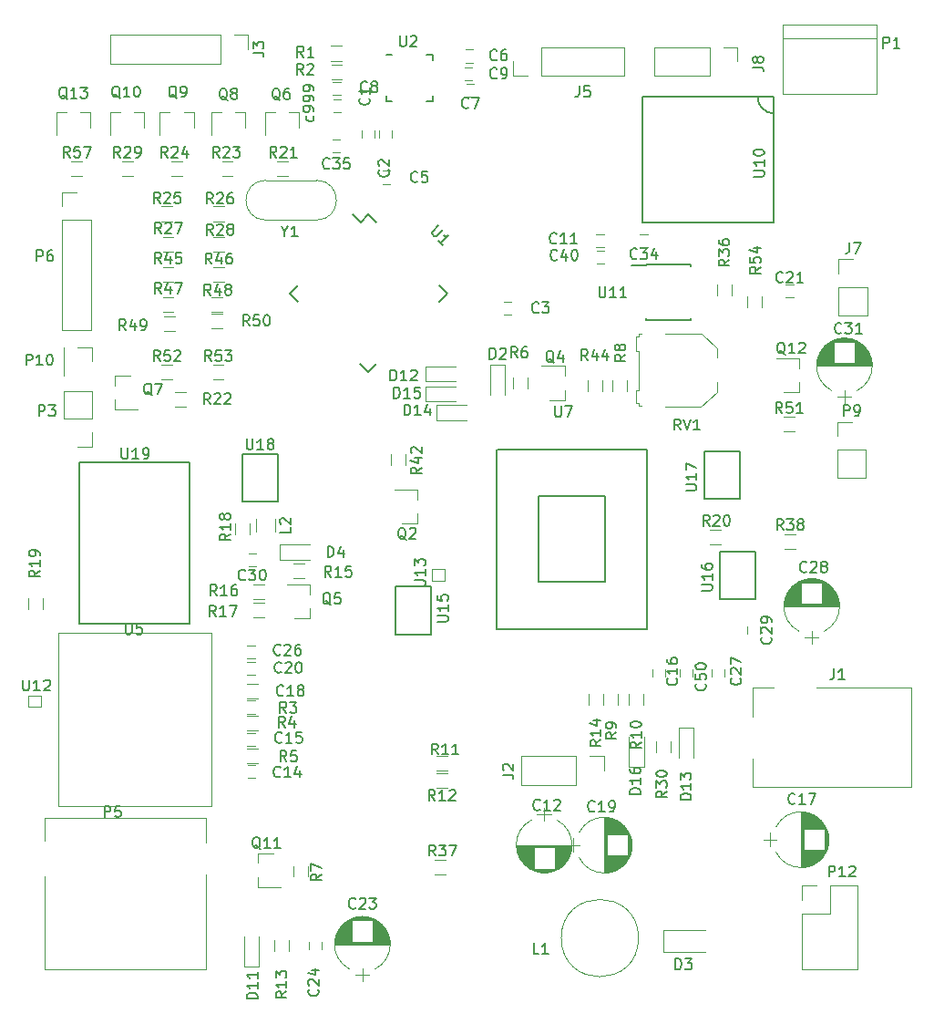
<source format=gbr>
G04 #@! TF.FileFunction,Legend,Top*
%FSLAX46Y46*%
G04 Gerber Fmt 4.6, Leading zero omitted, Abs format (unit mm)*
G04 Created by KiCad (PCBNEW 4.0.7) date 05/28/18 17:48:26*
%MOMM*%
%LPD*%
G01*
G04 APERTURE LIST*
%ADD10C,0.100000*%
%ADD11C,0.120000*%
%ADD12C,0.150000*%
G04 APERTURE END LIST*
D10*
D11*
X162960000Y-96080000D02*
X162960000Y-95150000D01*
X162960000Y-92920000D02*
X162960000Y-93850000D01*
X162960000Y-92920000D02*
X160800000Y-92920000D01*
X162960000Y-96080000D02*
X161500000Y-96080000D01*
X133610000Y-110310000D02*
X134310000Y-110310000D01*
X134310000Y-111510000D02*
X133610000Y-111510000D01*
D12*
X144700000Y-78881445D02*
X143992893Y-79588552D01*
X152018555Y-86200000D02*
X151258415Y-86960140D01*
X144700000Y-93518555D02*
X145460140Y-92758415D01*
X137381445Y-86200000D02*
X138141585Y-85439860D01*
X144700000Y-78881445D02*
X145460140Y-79641585D01*
X137381445Y-86200000D02*
X138141585Y-86960140D01*
X144700000Y-93518555D02*
X143939860Y-92758415D01*
X152018555Y-86200000D02*
X151258415Y-85439860D01*
X143992893Y-79588552D02*
X143268109Y-78863767D01*
X160500000Y-105600000D02*
X160500000Y-105700000D01*
X160600000Y-105000000D02*
X160500000Y-105000000D01*
X160500000Y-105000000D02*
X160500000Y-105600000D01*
X160600000Y-113000000D02*
X160500000Y-113000000D01*
X160500000Y-113000000D02*
X160500000Y-105800000D01*
X160500000Y-105800000D02*
X160500000Y-105700000D01*
X166700000Y-105000000D02*
X166700000Y-113000000D01*
X166700000Y-113000000D02*
X166500000Y-113000000D01*
X166600000Y-105000000D02*
X166700000Y-105000000D01*
X170600000Y-117400000D02*
X156600000Y-117400000D01*
X156600000Y-117400000D02*
X156600000Y-100700000D01*
X170600000Y-100700000D02*
X170600000Y-117400000D01*
X156700000Y-100700000D02*
X170600000Y-100700000D01*
X160600000Y-113000000D02*
X166600000Y-113000000D01*
X166600000Y-105000000D02*
X160600000Y-105000000D01*
D10*
X115931500Y-117699500D02*
X118916000Y-117699500D01*
X118916000Y-117699500D02*
X121011500Y-117699500D01*
X121011500Y-117699500D02*
X121837000Y-117699500D01*
X121837000Y-117699500D02*
X122980000Y-117699500D01*
X122980000Y-117699500D02*
X124377000Y-117699500D01*
X124377000Y-117699500D02*
X125456500Y-117699500D01*
X125456500Y-117699500D02*
X127615500Y-117699500D01*
X127615500Y-117699500D02*
X129901500Y-117699500D01*
X129901500Y-117699500D02*
X130092000Y-117699500D01*
X115931500Y-118144000D02*
X115931500Y-133828500D01*
X115931500Y-133828500D02*
X130092000Y-133828500D01*
X130092000Y-133828500D02*
X130092000Y-125764000D01*
X130092000Y-125764000D02*
X130092000Y-117699500D01*
X115931500Y-117699500D02*
X115931500Y-118525000D01*
D11*
X133151000Y-148672000D02*
X134551000Y-148672000D01*
X134551000Y-148672000D02*
X134551000Y-145872000D01*
X133151000Y-148672000D02*
X133151000Y-145872000D01*
X174944000Y-126470000D02*
X173544000Y-126470000D01*
X173544000Y-126470000D02*
X173544000Y-129270000D01*
X174944000Y-126470000D02*
X174944000Y-129270000D01*
X157418000Y-92815000D02*
X156018000Y-92815000D01*
X156018000Y-92815000D02*
X156018000Y-95615000D01*
X157418000Y-92815000D02*
X157418000Y-95615000D01*
X186356000Y-122781000D02*
X195156000Y-122781000D01*
X195156000Y-122781000D02*
X195156000Y-131981000D01*
X180456000Y-125481000D02*
X180456000Y-122781000D01*
X180456000Y-122781000D02*
X182356000Y-122781000D01*
X195156000Y-131981000D02*
X180456000Y-131981000D01*
X180456000Y-131981000D02*
X180456000Y-129381000D01*
X150028500Y-92962500D02*
X150028500Y-94362500D01*
X150028500Y-94362500D02*
X152828500Y-94362500D01*
X150028500Y-92962500D02*
X152828500Y-92962500D01*
X151060000Y-96560000D02*
X151060000Y-97960000D01*
X151060000Y-97960000D02*
X153860000Y-97960000D01*
X151060000Y-96560000D02*
X153860000Y-96560000D01*
X150028500Y-94804000D02*
X150028500Y-96204000D01*
X150028500Y-96204000D02*
X152828500Y-96204000D01*
X150028500Y-94804000D02*
X152828500Y-94804000D01*
X168940000Y-130160000D02*
X170340000Y-130160000D01*
X170340000Y-130160000D02*
X170340000Y-127360000D01*
X168940000Y-130160000D02*
X168940000Y-127360000D01*
X149260000Y-107580000D02*
X149260000Y-106650000D01*
X149260000Y-104420000D02*
X149260000Y-105350000D01*
X149260000Y-104420000D02*
X147100000Y-104420000D01*
X149260000Y-107580000D02*
X147800000Y-107580000D01*
X142971277Y-144316278D02*
G75*
G03X142971000Y-148927580I1179723J-2305722D01*
G01*
X145330723Y-144316278D02*
G75*
G02X145331000Y-148927580I-1179723J-2305722D01*
G01*
X145330723Y-144316278D02*
G75*
G03X142971000Y-144316420I-1179723J-2305722D01*
G01*
X141601000Y-146622000D02*
X146701000Y-146622000D01*
X141601000Y-146582000D02*
X146701000Y-146582000D01*
X141602000Y-146542000D02*
X146700000Y-146542000D01*
X141603000Y-146502000D02*
X146699000Y-146502000D01*
X141605000Y-146462000D02*
X146697000Y-146462000D01*
X141608000Y-146422000D02*
X146694000Y-146422000D01*
X141612000Y-146382000D02*
X146690000Y-146382000D01*
X141616000Y-146342000D02*
X143171000Y-146342000D01*
X145131000Y-146342000D02*
X146686000Y-146342000D01*
X141620000Y-146302000D02*
X143171000Y-146302000D01*
X145131000Y-146302000D02*
X146682000Y-146302000D01*
X141626000Y-146262000D02*
X143171000Y-146262000D01*
X145131000Y-146262000D02*
X146676000Y-146262000D01*
X141632000Y-146222000D02*
X143171000Y-146222000D01*
X145131000Y-146222000D02*
X146670000Y-146222000D01*
X141638000Y-146182000D02*
X143171000Y-146182000D01*
X145131000Y-146182000D02*
X146664000Y-146182000D01*
X141645000Y-146142000D02*
X143171000Y-146142000D01*
X145131000Y-146142000D02*
X146657000Y-146142000D01*
X141653000Y-146102000D02*
X143171000Y-146102000D01*
X145131000Y-146102000D02*
X146649000Y-146102000D01*
X141662000Y-146062000D02*
X143171000Y-146062000D01*
X145131000Y-146062000D02*
X146640000Y-146062000D01*
X141671000Y-146022000D02*
X143171000Y-146022000D01*
X145131000Y-146022000D02*
X146631000Y-146022000D01*
X141681000Y-145982000D02*
X143171000Y-145982000D01*
X145131000Y-145982000D02*
X146621000Y-145982000D01*
X141691000Y-145942000D02*
X143171000Y-145942000D01*
X145131000Y-145942000D02*
X146611000Y-145942000D01*
X141703000Y-145901000D02*
X143171000Y-145901000D01*
X145131000Y-145901000D02*
X146599000Y-145901000D01*
X141715000Y-145861000D02*
X143171000Y-145861000D01*
X145131000Y-145861000D02*
X146587000Y-145861000D01*
X141727000Y-145821000D02*
X143171000Y-145821000D01*
X145131000Y-145821000D02*
X146575000Y-145821000D01*
X141741000Y-145781000D02*
X143171000Y-145781000D01*
X145131000Y-145781000D02*
X146561000Y-145781000D01*
X141755000Y-145741000D02*
X143171000Y-145741000D01*
X145131000Y-145741000D02*
X146547000Y-145741000D01*
X141769000Y-145701000D02*
X143171000Y-145701000D01*
X145131000Y-145701000D02*
X146533000Y-145701000D01*
X141785000Y-145661000D02*
X143171000Y-145661000D01*
X145131000Y-145661000D02*
X146517000Y-145661000D01*
X141801000Y-145621000D02*
X143171000Y-145621000D01*
X145131000Y-145621000D02*
X146501000Y-145621000D01*
X141818000Y-145581000D02*
X143171000Y-145581000D01*
X145131000Y-145581000D02*
X146484000Y-145581000D01*
X141836000Y-145541000D02*
X143171000Y-145541000D01*
X145131000Y-145541000D02*
X146466000Y-145541000D01*
X141855000Y-145501000D02*
X143171000Y-145501000D01*
X145131000Y-145501000D02*
X146447000Y-145501000D01*
X141875000Y-145461000D02*
X143171000Y-145461000D01*
X145131000Y-145461000D02*
X146427000Y-145461000D01*
X141895000Y-145421000D02*
X143171000Y-145421000D01*
X145131000Y-145421000D02*
X146407000Y-145421000D01*
X141917000Y-145381000D02*
X143171000Y-145381000D01*
X145131000Y-145381000D02*
X146385000Y-145381000D01*
X141939000Y-145341000D02*
X143171000Y-145341000D01*
X145131000Y-145341000D02*
X146363000Y-145341000D01*
X141962000Y-145301000D02*
X143171000Y-145301000D01*
X145131000Y-145301000D02*
X146340000Y-145301000D01*
X141986000Y-145261000D02*
X143171000Y-145261000D01*
X145131000Y-145261000D02*
X146316000Y-145261000D01*
X142011000Y-145221000D02*
X143171000Y-145221000D01*
X145131000Y-145221000D02*
X146291000Y-145221000D01*
X142038000Y-145181000D02*
X143171000Y-145181000D01*
X145131000Y-145181000D02*
X146264000Y-145181000D01*
X142065000Y-145141000D02*
X143171000Y-145141000D01*
X145131000Y-145141000D02*
X146237000Y-145141000D01*
X142093000Y-145101000D02*
X143171000Y-145101000D01*
X145131000Y-145101000D02*
X146209000Y-145101000D01*
X142123000Y-145061000D02*
X143171000Y-145061000D01*
X145131000Y-145061000D02*
X146179000Y-145061000D01*
X142154000Y-145021000D02*
X143171000Y-145021000D01*
X145131000Y-145021000D02*
X146148000Y-145021000D01*
X142186000Y-144981000D02*
X143171000Y-144981000D01*
X145131000Y-144981000D02*
X146116000Y-144981000D01*
X142219000Y-144941000D02*
X143171000Y-144941000D01*
X145131000Y-144941000D02*
X146083000Y-144941000D01*
X142254000Y-144901000D02*
X143171000Y-144901000D01*
X145131000Y-144901000D02*
X146048000Y-144901000D01*
X142290000Y-144861000D02*
X143171000Y-144861000D01*
X145131000Y-144861000D02*
X146012000Y-144861000D01*
X142328000Y-144821000D02*
X143171000Y-144821000D01*
X145131000Y-144821000D02*
X145974000Y-144821000D01*
X142368000Y-144781000D02*
X143171000Y-144781000D01*
X145131000Y-144781000D02*
X145934000Y-144781000D01*
X142409000Y-144741000D02*
X143171000Y-144741000D01*
X145131000Y-144741000D02*
X145893000Y-144741000D01*
X142452000Y-144701000D02*
X143171000Y-144701000D01*
X145131000Y-144701000D02*
X145850000Y-144701000D01*
X142497000Y-144661000D02*
X143171000Y-144661000D01*
X145131000Y-144661000D02*
X145805000Y-144661000D01*
X142545000Y-144621000D02*
X143171000Y-144621000D01*
X145131000Y-144621000D02*
X145757000Y-144621000D01*
X142595000Y-144581000D02*
X143171000Y-144581000D01*
X145131000Y-144581000D02*
X145707000Y-144581000D01*
X142647000Y-144541000D02*
X143171000Y-144541000D01*
X145131000Y-144541000D02*
X145655000Y-144541000D01*
X142703000Y-144501000D02*
X143171000Y-144501000D01*
X145131000Y-144501000D02*
X145599000Y-144501000D01*
X142761000Y-144461000D02*
X143171000Y-144461000D01*
X145131000Y-144461000D02*
X145541000Y-144461000D01*
X142824000Y-144421000D02*
X143171000Y-144421000D01*
X145131000Y-144421000D02*
X145478000Y-144421000D01*
X142890000Y-144381000D02*
X145412000Y-144381000D01*
X142962000Y-144341000D02*
X145340000Y-144341000D01*
X143039000Y-144301000D02*
X145263000Y-144301000D01*
X143123000Y-144261000D02*
X145179000Y-144261000D01*
X143217000Y-144221000D02*
X145085000Y-144221000D01*
X143322000Y-144181000D02*
X144980000Y-144181000D01*
X143444000Y-144141000D02*
X144858000Y-144141000D01*
X143592000Y-144101000D02*
X144710000Y-144101000D01*
X143797000Y-144061000D02*
X144505000Y-144061000D01*
X144151000Y-150072000D02*
X144151000Y-148872000D01*
X143501000Y-149472000D02*
X144801000Y-149472000D01*
X162215723Y-139699722D02*
G75*
G03X162216000Y-135088420I-1179723J2305722D01*
G01*
X159856277Y-139699722D02*
G75*
G02X159856000Y-135088420I1179723J2305722D01*
G01*
X159856277Y-139699722D02*
G75*
G03X162216000Y-139699580I1179723J2305722D01*
G01*
X163586000Y-137394000D02*
X158486000Y-137394000D01*
X163586000Y-137434000D02*
X158486000Y-137434000D01*
X163585000Y-137474000D02*
X158487000Y-137474000D01*
X163584000Y-137514000D02*
X158488000Y-137514000D01*
X163582000Y-137554000D02*
X158490000Y-137554000D01*
X163579000Y-137594000D02*
X158493000Y-137594000D01*
X163575000Y-137634000D02*
X158497000Y-137634000D01*
X163571000Y-137674000D02*
X162016000Y-137674000D01*
X160056000Y-137674000D02*
X158501000Y-137674000D01*
X163567000Y-137714000D02*
X162016000Y-137714000D01*
X160056000Y-137714000D02*
X158505000Y-137714000D01*
X163561000Y-137754000D02*
X162016000Y-137754000D01*
X160056000Y-137754000D02*
X158511000Y-137754000D01*
X163555000Y-137794000D02*
X162016000Y-137794000D01*
X160056000Y-137794000D02*
X158517000Y-137794000D01*
X163549000Y-137834000D02*
X162016000Y-137834000D01*
X160056000Y-137834000D02*
X158523000Y-137834000D01*
X163542000Y-137874000D02*
X162016000Y-137874000D01*
X160056000Y-137874000D02*
X158530000Y-137874000D01*
X163534000Y-137914000D02*
X162016000Y-137914000D01*
X160056000Y-137914000D02*
X158538000Y-137914000D01*
X163525000Y-137954000D02*
X162016000Y-137954000D01*
X160056000Y-137954000D02*
X158547000Y-137954000D01*
X163516000Y-137994000D02*
X162016000Y-137994000D01*
X160056000Y-137994000D02*
X158556000Y-137994000D01*
X163506000Y-138034000D02*
X162016000Y-138034000D01*
X160056000Y-138034000D02*
X158566000Y-138034000D01*
X163496000Y-138074000D02*
X162016000Y-138074000D01*
X160056000Y-138074000D02*
X158576000Y-138074000D01*
X163484000Y-138115000D02*
X162016000Y-138115000D01*
X160056000Y-138115000D02*
X158588000Y-138115000D01*
X163472000Y-138155000D02*
X162016000Y-138155000D01*
X160056000Y-138155000D02*
X158600000Y-138155000D01*
X163460000Y-138195000D02*
X162016000Y-138195000D01*
X160056000Y-138195000D02*
X158612000Y-138195000D01*
X163446000Y-138235000D02*
X162016000Y-138235000D01*
X160056000Y-138235000D02*
X158626000Y-138235000D01*
X163432000Y-138275000D02*
X162016000Y-138275000D01*
X160056000Y-138275000D02*
X158640000Y-138275000D01*
X163418000Y-138315000D02*
X162016000Y-138315000D01*
X160056000Y-138315000D02*
X158654000Y-138315000D01*
X163402000Y-138355000D02*
X162016000Y-138355000D01*
X160056000Y-138355000D02*
X158670000Y-138355000D01*
X163386000Y-138395000D02*
X162016000Y-138395000D01*
X160056000Y-138395000D02*
X158686000Y-138395000D01*
X163369000Y-138435000D02*
X162016000Y-138435000D01*
X160056000Y-138435000D02*
X158703000Y-138435000D01*
X163351000Y-138475000D02*
X162016000Y-138475000D01*
X160056000Y-138475000D02*
X158721000Y-138475000D01*
X163332000Y-138515000D02*
X162016000Y-138515000D01*
X160056000Y-138515000D02*
X158740000Y-138515000D01*
X163312000Y-138555000D02*
X162016000Y-138555000D01*
X160056000Y-138555000D02*
X158760000Y-138555000D01*
X163292000Y-138595000D02*
X162016000Y-138595000D01*
X160056000Y-138595000D02*
X158780000Y-138595000D01*
X163270000Y-138635000D02*
X162016000Y-138635000D01*
X160056000Y-138635000D02*
X158802000Y-138635000D01*
X163248000Y-138675000D02*
X162016000Y-138675000D01*
X160056000Y-138675000D02*
X158824000Y-138675000D01*
X163225000Y-138715000D02*
X162016000Y-138715000D01*
X160056000Y-138715000D02*
X158847000Y-138715000D01*
X163201000Y-138755000D02*
X162016000Y-138755000D01*
X160056000Y-138755000D02*
X158871000Y-138755000D01*
X163176000Y-138795000D02*
X162016000Y-138795000D01*
X160056000Y-138795000D02*
X158896000Y-138795000D01*
X163149000Y-138835000D02*
X162016000Y-138835000D01*
X160056000Y-138835000D02*
X158923000Y-138835000D01*
X163122000Y-138875000D02*
X162016000Y-138875000D01*
X160056000Y-138875000D02*
X158950000Y-138875000D01*
X163094000Y-138915000D02*
X162016000Y-138915000D01*
X160056000Y-138915000D02*
X158978000Y-138915000D01*
X163064000Y-138955000D02*
X162016000Y-138955000D01*
X160056000Y-138955000D02*
X159008000Y-138955000D01*
X163033000Y-138995000D02*
X162016000Y-138995000D01*
X160056000Y-138995000D02*
X159039000Y-138995000D01*
X163001000Y-139035000D02*
X162016000Y-139035000D01*
X160056000Y-139035000D02*
X159071000Y-139035000D01*
X162968000Y-139075000D02*
X162016000Y-139075000D01*
X160056000Y-139075000D02*
X159104000Y-139075000D01*
X162933000Y-139115000D02*
X162016000Y-139115000D01*
X160056000Y-139115000D02*
X159139000Y-139115000D01*
X162897000Y-139155000D02*
X162016000Y-139155000D01*
X160056000Y-139155000D02*
X159175000Y-139155000D01*
X162859000Y-139195000D02*
X162016000Y-139195000D01*
X160056000Y-139195000D02*
X159213000Y-139195000D01*
X162819000Y-139235000D02*
X162016000Y-139235000D01*
X160056000Y-139235000D02*
X159253000Y-139235000D01*
X162778000Y-139275000D02*
X162016000Y-139275000D01*
X160056000Y-139275000D02*
X159294000Y-139275000D01*
X162735000Y-139315000D02*
X162016000Y-139315000D01*
X160056000Y-139315000D02*
X159337000Y-139315000D01*
X162690000Y-139355000D02*
X162016000Y-139355000D01*
X160056000Y-139355000D02*
X159382000Y-139355000D01*
X162642000Y-139395000D02*
X162016000Y-139395000D01*
X160056000Y-139395000D02*
X159430000Y-139395000D01*
X162592000Y-139435000D02*
X162016000Y-139435000D01*
X160056000Y-139435000D02*
X159480000Y-139435000D01*
X162540000Y-139475000D02*
X162016000Y-139475000D01*
X160056000Y-139475000D02*
X159532000Y-139475000D01*
X162484000Y-139515000D02*
X162016000Y-139515000D01*
X160056000Y-139515000D02*
X159588000Y-139515000D01*
X162426000Y-139555000D02*
X162016000Y-139555000D01*
X160056000Y-139555000D02*
X159646000Y-139555000D01*
X162363000Y-139595000D02*
X162016000Y-139595000D01*
X160056000Y-139595000D02*
X159709000Y-139595000D01*
X162297000Y-139635000D02*
X159775000Y-139635000D01*
X162225000Y-139675000D02*
X159847000Y-139675000D01*
X162148000Y-139715000D02*
X159924000Y-139715000D01*
X162064000Y-139755000D02*
X160008000Y-139755000D01*
X161970000Y-139795000D02*
X160102000Y-139795000D01*
X161865000Y-139835000D02*
X160207000Y-139835000D01*
X161743000Y-139875000D02*
X160329000Y-139875000D01*
X161595000Y-139915000D02*
X160477000Y-139915000D01*
X161390000Y-139955000D02*
X160682000Y-139955000D01*
X161036000Y-133944000D02*
X161036000Y-135144000D01*
X161686000Y-134544000D02*
X160386000Y-134544000D01*
D12*
X150670800Y-64028000D02*
X150670800Y-64553000D01*
X146370800Y-68328000D02*
X146370800Y-67803000D01*
X150670800Y-68328000D02*
X150670800Y-67803000D01*
X146370800Y-64028000D02*
X146895800Y-64028000D01*
X146370800Y-68328000D02*
X146895800Y-68328000D01*
X150670800Y-68328000D02*
X150145800Y-68328000D01*
X150670800Y-64028000D02*
X150145800Y-64028000D01*
D11*
X184720277Y-112944278D02*
G75*
G03X184720000Y-117555580I1179723J-2305722D01*
G01*
X187079723Y-112944278D02*
G75*
G02X187080000Y-117555580I-1179723J-2305722D01*
G01*
X187079723Y-112944278D02*
G75*
G03X184720000Y-112944420I-1179723J-2305722D01*
G01*
X183350000Y-115250000D02*
X188450000Y-115250000D01*
X183350000Y-115210000D02*
X188450000Y-115210000D01*
X183351000Y-115170000D02*
X188449000Y-115170000D01*
X183352000Y-115130000D02*
X188448000Y-115130000D01*
X183354000Y-115090000D02*
X188446000Y-115090000D01*
X183357000Y-115050000D02*
X188443000Y-115050000D01*
X183361000Y-115010000D02*
X188439000Y-115010000D01*
X183365000Y-114970000D02*
X184920000Y-114970000D01*
X186880000Y-114970000D02*
X188435000Y-114970000D01*
X183369000Y-114930000D02*
X184920000Y-114930000D01*
X186880000Y-114930000D02*
X188431000Y-114930000D01*
X183375000Y-114890000D02*
X184920000Y-114890000D01*
X186880000Y-114890000D02*
X188425000Y-114890000D01*
X183381000Y-114850000D02*
X184920000Y-114850000D01*
X186880000Y-114850000D02*
X188419000Y-114850000D01*
X183387000Y-114810000D02*
X184920000Y-114810000D01*
X186880000Y-114810000D02*
X188413000Y-114810000D01*
X183394000Y-114770000D02*
X184920000Y-114770000D01*
X186880000Y-114770000D02*
X188406000Y-114770000D01*
X183402000Y-114730000D02*
X184920000Y-114730000D01*
X186880000Y-114730000D02*
X188398000Y-114730000D01*
X183411000Y-114690000D02*
X184920000Y-114690000D01*
X186880000Y-114690000D02*
X188389000Y-114690000D01*
X183420000Y-114650000D02*
X184920000Y-114650000D01*
X186880000Y-114650000D02*
X188380000Y-114650000D01*
X183430000Y-114610000D02*
X184920000Y-114610000D01*
X186880000Y-114610000D02*
X188370000Y-114610000D01*
X183440000Y-114570000D02*
X184920000Y-114570000D01*
X186880000Y-114570000D02*
X188360000Y-114570000D01*
X183452000Y-114529000D02*
X184920000Y-114529000D01*
X186880000Y-114529000D02*
X188348000Y-114529000D01*
X183464000Y-114489000D02*
X184920000Y-114489000D01*
X186880000Y-114489000D02*
X188336000Y-114489000D01*
X183476000Y-114449000D02*
X184920000Y-114449000D01*
X186880000Y-114449000D02*
X188324000Y-114449000D01*
X183490000Y-114409000D02*
X184920000Y-114409000D01*
X186880000Y-114409000D02*
X188310000Y-114409000D01*
X183504000Y-114369000D02*
X184920000Y-114369000D01*
X186880000Y-114369000D02*
X188296000Y-114369000D01*
X183518000Y-114329000D02*
X184920000Y-114329000D01*
X186880000Y-114329000D02*
X188282000Y-114329000D01*
X183534000Y-114289000D02*
X184920000Y-114289000D01*
X186880000Y-114289000D02*
X188266000Y-114289000D01*
X183550000Y-114249000D02*
X184920000Y-114249000D01*
X186880000Y-114249000D02*
X188250000Y-114249000D01*
X183567000Y-114209000D02*
X184920000Y-114209000D01*
X186880000Y-114209000D02*
X188233000Y-114209000D01*
X183585000Y-114169000D02*
X184920000Y-114169000D01*
X186880000Y-114169000D02*
X188215000Y-114169000D01*
X183604000Y-114129000D02*
X184920000Y-114129000D01*
X186880000Y-114129000D02*
X188196000Y-114129000D01*
X183624000Y-114089000D02*
X184920000Y-114089000D01*
X186880000Y-114089000D02*
X188176000Y-114089000D01*
X183644000Y-114049000D02*
X184920000Y-114049000D01*
X186880000Y-114049000D02*
X188156000Y-114049000D01*
X183666000Y-114009000D02*
X184920000Y-114009000D01*
X186880000Y-114009000D02*
X188134000Y-114009000D01*
X183688000Y-113969000D02*
X184920000Y-113969000D01*
X186880000Y-113969000D02*
X188112000Y-113969000D01*
X183711000Y-113929000D02*
X184920000Y-113929000D01*
X186880000Y-113929000D02*
X188089000Y-113929000D01*
X183735000Y-113889000D02*
X184920000Y-113889000D01*
X186880000Y-113889000D02*
X188065000Y-113889000D01*
X183760000Y-113849000D02*
X184920000Y-113849000D01*
X186880000Y-113849000D02*
X188040000Y-113849000D01*
X183787000Y-113809000D02*
X184920000Y-113809000D01*
X186880000Y-113809000D02*
X188013000Y-113809000D01*
X183814000Y-113769000D02*
X184920000Y-113769000D01*
X186880000Y-113769000D02*
X187986000Y-113769000D01*
X183842000Y-113729000D02*
X184920000Y-113729000D01*
X186880000Y-113729000D02*
X187958000Y-113729000D01*
X183872000Y-113689000D02*
X184920000Y-113689000D01*
X186880000Y-113689000D02*
X187928000Y-113689000D01*
X183903000Y-113649000D02*
X184920000Y-113649000D01*
X186880000Y-113649000D02*
X187897000Y-113649000D01*
X183935000Y-113609000D02*
X184920000Y-113609000D01*
X186880000Y-113609000D02*
X187865000Y-113609000D01*
X183968000Y-113569000D02*
X184920000Y-113569000D01*
X186880000Y-113569000D02*
X187832000Y-113569000D01*
X184003000Y-113529000D02*
X184920000Y-113529000D01*
X186880000Y-113529000D02*
X187797000Y-113529000D01*
X184039000Y-113489000D02*
X184920000Y-113489000D01*
X186880000Y-113489000D02*
X187761000Y-113489000D01*
X184077000Y-113449000D02*
X184920000Y-113449000D01*
X186880000Y-113449000D02*
X187723000Y-113449000D01*
X184117000Y-113409000D02*
X184920000Y-113409000D01*
X186880000Y-113409000D02*
X187683000Y-113409000D01*
X184158000Y-113369000D02*
X184920000Y-113369000D01*
X186880000Y-113369000D02*
X187642000Y-113369000D01*
X184201000Y-113329000D02*
X184920000Y-113329000D01*
X186880000Y-113329000D02*
X187599000Y-113329000D01*
X184246000Y-113289000D02*
X184920000Y-113289000D01*
X186880000Y-113289000D02*
X187554000Y-113289000D01*
X184294000Y-113249000D02*
X184920000Y-113249000D01*
X186880000Y-113249000D02*
X187506000Y-113249000D01*
X184344000Y-113209000D02*
X184920000Y-113209000D01*
X186880000Y-113209000D02*
X187456000Y-113209000D01*
X184396000Y-113169000D02*
X184920000Y-113169000D01*
X186880000Y-113169000D02*
X187404000Y-113169000D01*
X184452000Y-113129000D02*
X184920000Y-113129000D01*
X186880000Y-113129000D02*
X187348000Y-113129000D01*
X184510000Y-113089000D02*
X184920000Y-113089000D01*
X186880000Y-113089000D02*
X187290000Y-113089000D01*
X184573000Y-113049000D02*
X184920000Y-113049000D01*
X186880000Y-113049000D02*
X187227000Y-113049000D01*
X184639000Y-113009000D02*
X187161000Y-113009000D01*
X184711000Y-112969000D02*
X187089000Y-112969000D01*
X184788000Y-112929000D02*
X187012000Y-112929000D01*
X184872000Y-112889000D02*
X186928000Y-112889000D01*
X184966000Y-112849000D02*
X186834000Y-112849000D01*
X185071000Y-112809000D02*
X186729000Y-112809000D01*
X185193000Y-112769000D02*
X186607000Y-112769000D01*
X185341000Y-112729000D02*
X186459000Y-112729000D01*
X185546000Y-112689000D02*
X186254000Y-112689000D01*
X185900000Y-118700000D02*
X185900000Y-117500000D01*
X185250000Y-118100000D02*
X186550000Y-118100000D01*
X168469000Y-65984000D02*
X168469000Y-63324000D01*
X160789000Y-65984000D02*
X168469000Y-65984000D01*
X160789000Y-63324000D02*
X168469000Y-63324000D01*
X160789000Y-65984000D02*
X160789000Y-63324000D01*
X159519000Y-65984000D02*
X158189000Y-65984000D01*
X158189000Y-65984000D02*
X158189000Y-64654000D01*
X188408000Y-88198000D02*
X191068000Y-88198000D01*
X188408000Y-85598000D02*
X188408000Y-88198000D01*
X191068000Y-85598000D02*
X191068000Y-88198000D01*
X188408000Y-85598000D02*
X191068000Y-85598000D01*
X188408000Y-84328000D02*
X188408000Y-82998000D01*
X188408000Y-82998000D02*
X189738000Y-82998000D01*
X171270000Y-63324000D02*
X171270000Y-65984000D01*
X176410000Y-63324000D02*
X171270000Y-63324000D01*
X176410000Y-65984000D02*
X171270000Y-65984000D01*
X176410000Y-63324000D02*
X176410000Y-65984000D01*
X177680000Y-63324000D02*
X179010000Y-63324000D01*
X179010000Y-63324000D02*
X179010000Y-64654000D01*
X145250000Y-71020000D02*
X145250000Y-71720000D01*
X144050000Y-71720000D02*
X144050000Y-71020000D01*
X146920000Y-71030000D02*
X146920000Y-71730000D01*
X145720000Y-71730000D02*
X145720000Y-71030000D01*
X157300000Y-86950000D02*
X158000000Y-86950000D01*
X158000000Y-88150000D02*
X157300000Y-88150000D01*
X146040000Y-74810000D02*
X146740000Y-74810000D01*
X146740000Y-76010000D02*
X146040000Y-76010000D01*
X153650000Y-65200000D02*
X154350000Y-65200000D01*
X154350000Y-66400000D02*
X153650000Y-66400000D01*
X154535000Y-67895600D02*
X153835000Y-67895600D01*
X153835000Y-66695600D02*
X154535000Y-66695600D01*
X142108000Y-67756000D02*
X141408000Y-67756000D01*
X141408000Y-66556000D02*
X142108000Y-66556000D01*
X154408000Y-64746000D02*
X153708000Y-64746000D01*
X153708000Y-63546000D02*
X154408000Y-63546000D01*
X165930400Y-82197600D02*
X166630400Y-82197600D01*
X166630400Y-83397600D02*
X165930400Y-83397600D01*
X133500000Y-130000000D02*
X134200000Y-130000000D01*
X134200000Y-131200000D02*
X133500000Y-131200000D01*
X133450000Y-127000000D02*
X134150000Y-127000000D01*
X134150000Y-128200000D02*
X133450000Y-128200000D01*
X172300000Y-121050000D02*
X172300000Y-121750000D01*
X171100000Y-121750000D02*
X171100000Y-121050000D01*
X187197722Y-135726277D02*
G75*
G03X182586420Y-135726000I-2305722J-1179723D01*
G01*
X187197722Y-138085723D02*
G75*
G02X182586420Y-138086000I-2305722J1179723D01*
G01*
X187197722Y-138085723D02*
G75*
G03X187197580Y-135726000I-2305722J1179723D01*
G01*
X184892000Y-134356000D02*
X184892000Y-139456000D01*
X184932000Y-134356000D02*
X184932000Y-139456000D01*
X184972000Y-134357000D02*
X184972000Y-139455000D01*
X185012000Y-134358000D02*
X185012000Y-139454000D01*
X185052000Y-134360000D02*
X185052000Y-139452000D01*
X185092000Y-134363000D02*
X185092000Y-139449000D01*
X185132000Y-134367000D02*
X185132000Y-139445000D01*
X185172000Y-134371000D02*
X185172000Y-135926000D01*
X185172000Y-137886000D02*
X185172000Y-139441000D01*
X185212000Y-134375000D02*
X185212000Y-135926000D01*
X185212000Y-137886000D02*
X185212000Y-139437000D01*
X185252000Y-134381000D02*
X185252000Y-135926000D01*
X185252000Y-137886000D02*
X185252000Y-139431000D01*
X185292000Y-134387000D02*
X185292000Y-135926000D01*
X185292000Y-137886000D02*
X185292000Y-139425000D01*
X185332000Y-134393000D02*
X185332000Y-135926000D01*
X185332000Y-137886000D02*
X185332000Y-139419000D01*
X185372000Y-134400000D02*
X185372000Y-135926000D01*
X185372000Y-137886000D02*
X185372000Y-139412000D01*
X185412000Y-134408000D02*
X185412000Y-135926000D01*
X185412000Y-137886000D02*
X185412000Y-139404000D01*
X185452000Y-134417000D02*
X185452000Y-135926000D01*
X185452000Y-137886000D02*
X185452000Y-139395000D01*
X185492000Y-134426000D02*
X185492000Y-135926000D01*
X185492000Y-137886000D02*
X185492000Y-139386000D01*
X185532000Y-134436000D02*
X185532000Y-135926000D01*
X185532000Y-137886000D02*
X185532000Y-139376000D01*
X185572000Y-134446000D02*
X185572000Y-135926000D01*
X185572000Y-137886000D02*
X185572000Y-139366000D01*
X185613000Y-134458000D02*
X185613000Y-135926000D01*
X185613000Y-137886000D02*
X185613000Y-139354000D01*
X185653000Y-134470000D02*
X185653000Y-135926000D01*
X185653000Y-137886000D02*
X185653000Y-139342000D01*
X185693000Y-134482000D02*
X185693000Y-135926000D01*
X185693000Y-137886000D02*
X185693000Y-139330000D01*
X185733000Y-134496000D02*
X185733000Y-135926000D01*
X185733000Y-137886000D02*
X185733000Y-139316000D01*
X185773000Y-134510000D02*
X185773000Y-135926000D01*
X185773000Y-137886000D02*
X185773000Y-139302000D01*
X185813000Y-134524000D02*
X185813000Y-135926000D01*
X185813000Y-137886000D02*
X185813000Y-139288000D01*
X185853000Y-134540000D02*
X185853000Y-135926000D01*
X185853000Y-137886000D02*
X185853000Y-139272000D01*
X185893000Y-134556000D02*
X185893000Y-135926000D01*
X185893000Y-137886000D02*
X185893000Y-139256000D01*
X185933000Y-134573000D02*
X185933000Y-135926000D01*
X185933000Y-137886000D02*
X185933000Y-139239000D01*
X185973000Y-134591000D02*
X185973000Y-135926000D01*
X185973000Y-137886000D02*
X185973000Y-139221000D01*
X186013000Y-134610000D02*
X186013000Y-135926000D01*
X186013000Y-137886000D02*
X186013000Y-139202000D01*
X186053000Y-134630000D02*
X186053000Y-135926000D01*
X186053000Y-137886000D02*
X186053000Y-139182000D01*
X186093000Y-134650000D02*
X186093000Y-135926000D01*
X186093000Y-137886000D02*
X186093000Y-139162000D01*
X186133000Y-134672000D02*
X186133000Y-135926000D01*
X186133000Y-137886000D02*
X186133000Y-139140000D01*
X186173000Y-134694000D02*
X186173000Y-135926000D01*
X186173000Y-137886000D02*
X186173000Y-139118000D01*
X186213000Y-134717000D02*
X186213000Y-135926000D01*
X186213000Y-137886000D02*
X186213000Y-139095000D01*
X186253000Y-134741000D02*
X186253000Y-135926000D01*
X186253000Y-137886000D02*
X186253000Y-139071000D01*
X186293000Y-134766000D02*
X186293000Y-135926000D01*
X186293000Y-137886000D02*
X186293000Y-139046000D01*
X186333000Y-134793000D02*
X186333000Y-135926000D01*
X186333000Y-137886000D02*
X186333000Y-139019000D01*
X186373000Y-134820000D02*
X186373000Y-135926000D01*
X186373000Y-137886000D02*
X186373000Y-138992000D01*
X186413000Y-134848000D02*
X186413000Y-135926000D01*
X186413000Y-137886000D02*
X186413000Y-138964000D01*
X186453000Y-134878000D02*
X186453000Y-135926000D01*
X186453000Y-137886000D02*
X186453000Y-138934000D01*
X186493000Y-134909000D02*
X186493000Y-135926000D01*
X186493000Y-137886000D02*
X186493000Y-138903000D01*
X186533000Y-134941000D02*
X186533000Y-135926000D01*
X186533000Y-137886000D02*
X186533000Y-138871000D01*
X186573000Y-134974000D02*
X186573000Y-135926000D01*
X186573000Y-137886000D02*
X186573000Y-138838000D01*
X186613000Y-135009000D02*
X186613000Y-135926000D01*
X186613000Y-137886000D02*
X186613000Y-138803000D01*
X186653000Y-135045000D02*
X186653000Y-135926000D01*
X186653000Y-137886000D02*
X186653000Y-138767000D01*
X186693000Y-135083000D02*
X186693000Y-135926000D01*
X186693000Y-137886000D02*
X186693000Y-138729000D01*
X186733000Y-135123000D02*
X186733000Y-135926000D01*
X186733000Y-137886000D02*
X186733000Y-138689000D01*
X186773000Y-135164000D02*
X186773000Y-135926000D01*
X186773000Y-137886000D02*
X186773000Y-138648000D01*
X186813000Y-135207000D02*
X186813000Y-135926000D01*
X186813000Y-137886000D02*
X186813000Y-138605000D01*
X186853000Y-135252000D02*
X186853000Y-135926000D01*
X186853000Y-137886000D02*
X186853000Y-138560000D01*
X186893000Y-135300000D02*
X186893000Y-135926000D01*
X186893000Y-137886000D02*
X186893000Y-138512000D01*
X186933000Y-135350000D02*
X186933000Y-135926000D01*
X186933000Y-137886000D02*
X186933000Y-138462000D01*
X186973000Y-135402000D02*
X186973000Y-135926000D01*
X186973000Y-137886000D02*
X186973000Y-138410000D01*
X187013000Y-135458000D02*
X187013000Y-135926000D01*
X187013000Y-137886000D02*
X187013000Y-138354000D01*
X187053000Y-135516000D02*
X187053000Y-135926000D01*
X187053000Y-137886000D02*
X187053000Y-138296000D01*
X187093000Y-135579000D02*
X187093000Y-135926000D01*
X187093000Y-137886000D02*
X187093000Y-138233000D01*
X187133000Y-135645000D02*
X187133000Y-138167000D01*
X187173000Y-135717000D02*
X187173000Y-138095000D01*
X187213000Y-135794000D02*
X187213000Y-138018000D01*
X187253000Y-135878000D02*
X187253000Y-137934000D01*
X187293000Y-135972000D02*
X187293000Y-137840000D01*
X187333000Y-136077000D02*
X187333000Y-137735000D01*
X187373000Y-136199000D02*
X187373000Y-137613000D01*
X187413000Y-136347000D02*
X187413000Y-137465000D01*
X187453000Y-136552000D02*
X187453000Y-137260000D01*
X181442000Y-136906000D02*
X182642000Y-136906000D01*
X182042000Y-136256000D02*
X182042000Y-137556000D01*
X133450000Y-124000000D02*
X134150000Y-124000000D01*
X134150000Y-125200000D02*
X133450000Y-125200000D01*
X168909722Y-136234277D02*
G75*
G03X164298420Y-136234000I-2305722J-1179723D01*
G01*
X168909722Y-138593723D02*
G75*
G02X164298420Y-138594000I-2305722J1179723D01*
G01*
X168909722Y-138593723D02*
G75*
G03X168909580Y-136234000I-2305722J1179723D01*
G01*
X166604000Y-134864000D02*
X166604000Y-139964000D01*
X166644000Y-134864000D02*
X166644000Y-139964000D01*
X166684000Y-134865000D02*
X166684000Y-139963000D01*
X166724000Y-134866000D02*
X166724000Y-139962000D01*
X166764000Y-134868000D02*
X166764000Y-139960000D01*
X166804000Y-134871000D02*
X166804000Y-139957000D01*
X166844000Y-134875000D02*
X166844000Y-139953000D01*
X166884000Y-134879000D02*
X166884000Y-136434000D01*
X166884000Y-138394000D02*
X166884000Y-139949000D01*
X166924000Y-134883000D02*
X166924000Y-136434000D01*
X166924000Y-138394000D02*
X166924000Y-139945000D01*
X166964000Y-134889000D02*
X166964000Y-136434000D01*
X166964000Y-138394000D02*
X166964000Y-139939000D01*
X167004000Y-134895000D02*
X167004000Y-136434000D01*
X167004000Y-138394000D02*
X167004000Y-139933000D01*
X167044000Y-134901000D02*
X167044000Y-136434000D01*
X167044000Y-138394000D02*
X167044000Y-139927000D01*
X167084000Y-134908000D02*
X167084000Y-136434000D01*
X167084000Y-138394000D02*
X167084000Y-139920000D01*
X167124000Y-134916000D02*
X167124000Y-136434000D01*
X167124000Y-138394000D02*
X167124000Y-139912000D01*
X167164000Y-134925000D02*
X167164000Y-136434000D01*
X167164000Y-138394000D02*
X167164000Y-139903000D01*
X167204000Y-134934000D02*
X167204000Y-136434000D01*
X167204000Y-138394000D02*
X167204000Y-139894000D01*
X167244000Y-134944000D02*
X167244000Y-136434000D01*
X167244000Y-138394000D02*
X167244000Y-139884000D01*
X167284000Y-134954000D02*
X167284000Y-136434000D01*
X167284000Y-138394000D02*
X167284000Y-139874000D01*
X167325000Y-134966000D02*
X167325000Y-136434000D01*
X167325000Y-138394000D02*
X167325000Y-139862000D01*
X167365000Y-134978000D02*
X167365000Y-136434000D01*
X167365000Y-138394000D02*
X167365000Y-139850000D01*
X167405000Y-134990000D02*
X167405000Y-136434000D01*
X167405000Y-138394000D02*
X167405000Y-139838000D01*
X167445000Y-135004000D02*
X167445000Y-136434000D01*
X167445000Y-138394000D02*
X167445000Y-139824000D01*
X167485000Y-135018000D02*
X167485000Y-136434000D01*
X167485000Y-138394000D02*
X167485000Y-139810000D01*
X167525000Y-135032000D02*
X167525000Y-136434000D01*
X167525000Y-138394000D02*
X167525000Y-139796000D01*
X167565000Y-135048000D02*
X167565000Y-136434000D01*
X167565000Y-138394000D02*
X167565000Y-139780000D01*
X167605000Y-135064000D02*
X167605000Y-136434000D01*
X167605000Y-138394000D02*
X167605000Y-139764000D01*
X167645000Y-135081000D02*
X167645000Y-136434000D01*
X167645000Y-138394000D02*
X167645000Y-139747000D01*
X167685000Y-135099000D02*
X167685000Y-136434000D01*
X167685000Y-138394000D02*
X167685000Y-139729000D01*
X167725000Y-135118000D02*
X167725000Y-136434000D01*
X167725000Y-138394000D02*
X167725000Y-139710000D01*
X167765000Y-135138000D02*
X167765000Y-136434000D01*
X167765000Y-138394000D02*
X167765000Y-139690000D01*
X167805000Y-135158000D02*
X167805000Y-136434000D01*
X167805000Y-138394000D02*
X167805000Y-139670000D01*
X167845000Y-135180000D02*
X167845000Y-136434000D01*
X167845000Y-138394000D02*
X167845000Y-139648000D01*
X167885000Y-135202000D02*
X167885000Y-136434000D01*
X167885000Y-138394000D02*
X167885000Y-139626000D01*
X167925000Y-135225000D02*
X167925000Y-136434000D01*
X167925000Y-138394000D02*
X167925000Y-139603000D01*
X167965000Y-135249000D02*
X167965000Y-136434000D01*
X167965000Y-138394000D02*
X167965000Y-139579000D01*
X168005000Y-135274000D02*
X168005000Y-136434000D01*
X168005000Y-138394000D02*
X168005000Y-139554000D01*
X168045000Y-135301000D02*
X168045000Y-136434000D01*
X168045000Y-138394000D02*
X168045000Y-139527000D01*
X168085000Y-135328000D02*
X168085000Y-136434000D01*
X168085000Y-138394000D02*
X168085000Y-139500000D01*
X168125000Y-135356000D02*
X168125000Y-136434000D01*
X168125000Y-138394000D02*
X168125000Y-139472000D01*
X168165000Y-135386000D02*
X168165000Y-136434000D01*
X168165000Y-138394000D02*
X168165000Y-139442000D01*
X168205000Y-135417000D02*
X168205000Y-136434000D01*
X168205000Y-138394000D02*
X168205000Y-139411000D01*
X168245000Y-135449000D02*
X168245000Y-136434000D01*
X168245000Y-138394000D02*
X168245000Y-139379000D01*
X168285000Y-135482000D02*
X168285000Y-136434000D01*
X168285000Y-138394000D02*
X168285000Y-139346000D01*
X168325000Y-135517000D02*
X168325000Y-136434000D01*
X168325000Y-138394000D02*
X168325000Y-139311000D01*
X168365000Y-135553000D02*
X168365000Y-136434000D01*
X168365000Y-138394000D02*
X168365000Y-139275000D01*
X168405000Y-135591000D02*
X168405000Y-136434000D01*
X168405000Y-138394000D02*
X168405000Y-139237000D01*
X168445000Y-135631000D02*
X168445000Y-136434000D01*
X168445000Y-138394000D02*
X168445000Y-139197000D01*
X168485000Y-135672000D02*
X168485000Y-136434000D01*
X168485000Y-138394000D02*
X168485000Y-139156000D01*
X168525000Y-135715000D02*
X168525000Y-136434000D01*
X168525000Y-138394000D02*
X168525000Y-139113000D01*
X168565000Y-135760000D02*
X168565000Y-136434000D01*
X168565000Y-138394000D02*
X168565000Y-139068000D01*
X168605000Y-135808000D02*
X168605000Y-136434000D01*
X168605000Y-138394000D02*
X168605000Y-139020000D01*
X168645000Y-135858000D02*
X168645000Y-136434000D01*
X168645000Y-138394000D02*
X168645000Y-138970000D01*
X168685000Y-135910000D02*
X168685000Y-136434000D01*
X168685000Y-138394000D02*
X168685000Y-138918000D01*
X168725000Y-135966000D02*
X168725000Y-136434000D01*
X168725000Y-138394000D02*
X168725000Y-138862000D01*
X168765000Y-136024000D02*
X168765000Y-136434000D01*
X168765000Y-138394000D02*
X168765000Y-138804000D01*
X168805000Y-136087000D02*
X168805000Y-136434000D01*
X168805000Y-138394000D02*
X168805000Y-138741000D01*
X168845000Y-136153000D02*
X168845000Y-138675000D01*
X168885000Y-136225000D02*
X168885000Y-138603000D01*
X168925000Y-136302000D02*
X168925000Y-138526000D01*
X168965000Y-136386000D02*
X168965000Y-138442000D01*
X169005000Y-136480000D02*
X169005000Y-138348000D01*
X169045000Y-136585000D02*
X169045000Y-138243000D01*
X169085000Y-136707000D02*
X169085000Y-138121000D01*
X169125000Y-136855000D02*
X169125000Y-137973000D01*
X169165000Y-137060000D02*
X169165000Y-137768000D01*
X163154000Y-137414000D02*
X164354000Y-137414000D01*
X163754000Y-136764000D02*
X163754000Y-138064000D01*
X133450000Y-120400000D02*
X134150000Y-120400000D01*
X134150000Y-121600000D02*
X133450000Y-121600000D01*
X183490000Y-85370000D02*
X184190000Y-85370000D01*
X184190000Y-86570000D02*
X183490000Y-86570000D01*
X139151000Y-147122000D02*
X139151000Y-146422000D01*
X140351000Y-146422000D02*
X140351000Y-147122000D01*
X134150000Y-120050000D02*
X133450000Y-120050000D01*
X133450000Y-118850000D02*
X134150000Y-118850000D01*
X176565000Y-121762000D02*
X176565000Y-121062000D01*
X177765000Y-121062000D02*
X177765000Y-121762000D01*
X181067000Y-117125000D02*
X181067000Y-117825000D01*
X179867000Y-117825000D02*
X179867000Y-117125000D01*
X170650000Y-81900000D02*
X169950000Y-81900000D01*
X169950000Y-80700000D02*
X170650000Y-80700000D01*
X174800000Y-121050000D02*
X174800000Y-121750000D01*
X173600000Y-121750000D02*
X173600000Y-121050000D01*
X142150000Y-69400000D02*
X141450000Y-69400000D01*
X141450000Y-68200000D02*
X142150000Y-68200000D01*
X172121000Y-145304000D02*
X172121000Y-147304000D01*
X172121000Y-147304000D02*
X176021000Y-147304000D01*
X172121000Y-145304000D02*
X176021000Y-145304000D01*
X158890000Y-129170000D02*
X158890000Y-131830000D01*
X164030000Y-129170000D02*
X158890000Y-129170000D01*
X164030000Y-131830000D02*
X158890000Y-131830000D01*
X164030000Y-129170000D02*
X164030000Y-131830000D01*
X165300000Y-129170000D02*
X166630000Y-129170000D01*
X166630000Y-129170000D02*
X166630000Y-130500000D01*
X169809000Y-146050000D02*
G75*
G03X169809000Y-146050000I-3590000J0D01*
G01*
X191929000Y-61248000D02*
X183229000Y-61248000D01*
X191929000Y-67658000D02*
X183229000Y-67658000D01*
X183229000Y-67658000D02*
X183229000Y-61248000D01*
X183229000Y-62478000D02*
X191929000Y-62478000D01*
X191929000Y-61248000D02*
X191929000Y-67658000D01*
X142200000Y-64580000D02*
X141200000Y-64580000D01*
X141200000Y-63220000D02*
X142200000Y-63220000D01*
X142258000Y-66312000D02*
X141258000Y-66312000D01*
X141258000Y-64952000D02*
X142258000Y-64952000D01*
X133450000Y-122470000D02*
X134450000Y-122470000D01*
X134450000Y-123830000D02*
X133450000Y-123830000D01*
X133450000Y-125420000D02*
X134450000Y-125420000D01*
X134450000Y-126780000D02*
X133450000Y-126780000D01*
X133450000Y-128420000D02*
X134450000Y-128420000D01*
X134450000Y-129780000D02*
X133450000Y-129780000D01*
X158130000Y-94990000D02*
X158130000Y-93990000D01*
X159490000Y-93990000D02*
X159490000Y-94990000D01*
X137730000Y-140340000D02*
X137730000Y-139340000D01*
X139090000Y-139340000D02*
X139090000Y-140340000D01*
X168701000Y-94242000D02*
X168701000Y-95242000D01*
X167341000Y-95242000D02*
X167341000Y-94242000D01*
X167880000Y-123400000D02*
X167880000Y-124400000D01*
X166520000Y-124400000D02*
X166520000Y-123400000D01*
X168920000Y-124400000D02*
X168920000Y-123400000D01*
X170280000Y-123400000D02*
X170280000Y-124400000D01*
X151020000Y-129160000D02*
X152020000Y-129160000D01*
X152020000Y-130520000D02*
X151020000Y-130520000D01*
X151030000Y-130710000D02*
X152030000Y-130710000D01*
X152030000Y-132070000D02*
X151030000Y-132070000D01*
X137331000Y-146272000D02*
X137331000Y-147272000D01*
X135971000Y-147272000D02*
X135971000Y-146272000D01*
X166530000Y-123400000D02*
X166530000Y-124400000D01*
X165170000Y-124400000D02*
X165170000Y-123400000D01*
X176474500Y-108159000D02*
X177474500Y-108159000D01*
X177474500Y-109519000D02*
X176474500Y-109519000D01*
X171405000Y-128770000D02*
X171405000Y-127770000D01*
X172765000Y-127770000D02*
X172765000Y-128770000D01*
X178480000Y-85400000D02*
X178480000Y-86400000D01*
X177120000Y-86400000D02*
X177120000Y-85400000D01*
X150884000Y-138766000D02*
X151884000Y-138766000D01*
X151884000Y-140126000D02*
X150884000Y-140126000D01*
X183396000Y-108540000D02*
X184396000Y-108540000D01*
X184396000Y-109900000D02*
X183396000Y-109900000D01*
X146820000Y-102100000D02*
X146820000Y-101100000D01*
X148180000Y-101100000D02*
X148180000Y-102100000D01*
X166415000Y-94242000D02*
X166415000Y-95242000D01*
X165055000Y-95242000D02*
X165055000Y-94242000D01*
D12*
X170525000Y-83525000D02*
X170525000Y-83575000D01*
X174675000Y-83525000D02*
X174675000Y-83670000D01*
X174675000Y-88675000D02*
X174675000Y-88530000D01*
X170525000Y-88675000D02*
X170525000Y-88530000D01*
X170525000Y-83525000D02*
X174675000Y-83525000D01*
X170525000Y-88675000D02*
X174675000Y-88675000D01*
X170525000Y-83575000D02*
X169125000Y-83575000D01*
D11*
X135186000Y-75683500D02*
X139886000Y-75683500D01*
X135186000Y-79383500D02*
X139886000Y-79383500D01*
X135186000Y-79383500D02*
G75*
G02X135186000Y-75683500I0J1850000D01*
G01*
X139886000Y-79383500D02*
G75*
G03X139886000Y-75683500I0J1850000D01*
G01*
X142082000Y-73117000D02*
X141382000Y-73117000D01*
X141382000Y-71917000D02*
X142082000Y-71917000D01*
X166579600Y-81873600D02*
X165879600Y-81873600D01*
X165879600Y-80673600D02*
X166579600Y-80673600D01*
X136460000Y-109500000D02*
X136460000Y-110900000D01*
X136460000Y-110900000D02*
X139260000Y-110900000D01*
X136460000Y-109500000D02*
X139260000Y-109500000D01*
X119030000Y-95230000D02*
X116370000Y-95230000D01*
X119030000Y-97830000D02*
X119030000Y-95230000D01*
X116370000Y-97830000D02*
X116370000Y-95230000D01*
X119030000Y-97830000D02*
X116370000Y-97830000D01*
X119030000Y-99100000D02*
X119030000Y-100430000D01*
X119030000Y-100430000D02*
X117700000Y-100430000D01*
X129650000Y-134860000D02*
X129650000Y-137190000D01*
X114660000Y-134860000D02*
X114660000Y-136980000D01*
X129650000Y-134860000D02*
X114660000Y-134860000D01*
X129650000Y-148950000D02*
X114660000Y-148950000D01*
X129650000Y-140150000D02*
X129650000Y-148950000D01*
X114660000Y-140350000D02*
X114660000Y-148950000D01*
X116270000Y-89590000D02*
X118930000Y-89590000D01*
X116270000Y-79370000D02*
X116270000Y-89590000D01*
X118930000Y-79370000D02*
X118930000Y-89590000D01*
X116270000Y-79370000D02*
X118930000Y-79370000D01*
X116270000Y-78100000D02*
X116270000Y-76770000D01*
X116270000Y-76770000D02*
X117600000Y-76770000D01*
X188281000Y-103311000D02*
X190941000Y-103311000D01*
X188281000Y-100711000D02*
X188281000Y-103311000D01*
X190941000Y-100711000D02*
X190941000Y-103311000D01*
X188281000Y-100711000D02*
X190941000Y-100711000D01*
X188281000Y-99441000D02*
X188281000Y-98111000D01*
X188281000Y-98111000D02*
X189611000Y-98111000D01*
X116370000Y-91170000D02*
X116370000Y-93830000D01*
X116430000Y-91170000D02*
X116370000Y-91170000D01*
X116430000Y-93830000D02*
X116370000Y-93830000D01*
X116430000Y-91170000D02*
X116430000Y-93830000D01*
X117700000Y-91170000D02*
X119030000Y-91170000D01*
X119030000Y-91170000D02*
X119030000Y-92500000D01*
X139300000Y-116390000D02*
X139300000Y-115460000D01*
X139300000Y-113230000D02*
X139300000Y-114160000D01*
X139300000Y-113230000D02*
X137140000Y-113230000D01*
X139300000Y-116390000D02*
X137840000Y-116390000D01*
X138280000Y-69340000D02*
X137350000Y-69340000D01*
X135120000Y-69340000D02*
X136050000Y-69340000D01*
X135120000Y-69340000D02*
X135120000Y-71500000D01*
X138280000Y-69340000D02*
X138280000Y-70800000D01*
X121140000Y-93820000D02*
X121140000Y-94750000D01*
X121140000Y-96980000D02*
X121140000Y-96050000D01*
X121140000Y-96980000D02*
X123300000Y-96980000D01*
X121140000Y-93820000D02*
X122600000Y-93820000D01*
X133280000Y-69340000D02*
X132350000Y-69340000D01*
X130120000Y-69340000D02*
X131050000Y-69340000D01*
X130120000Y-69340000D02*
X130120000Y-71500000D01*
X133280000Y-69340000D02*
X133280000Y-70800000D01*
X128480000Y-69340000D02*
X127550000Y-69340000D01*
X125320000Y-69340000D02*
X126250000Y-69340000D01*
X125320000Y-69340000D02*
X125320000Y-71500000D01*
X128480000Y-69340000D02*
X128480000Y-70800000D01*
X123880000Y-69340000D02*
X122950000Y-69340000D01*
X120720000Y-69340000D02*
X121650000Y-69340000D01*
X120720000Y-69340000D02*
X120720000Y-71500000D01*
X123880000Y-69340000D02*
X123880000Y-70800000D01*
X134417000Y-138152000D02*
X134417000Y-139082000D01*
X134417000Y-141312000D02*
X134417000Y-140382000D01*
X134417000Y-141312000D02*
X136577000Y-141312000D01*
X134417000Y-138152000D02*
X135877000Y-138152000D01*
X184760000Y-95380000D02*
X184760000Y-94450000D01*
X184760000Y-92220000D02*
X184760000Y-93150000D01*
X184760000Y-92220000D02*
X182600000Y-92220000D01*
X184760000Y-95380000D02*
X183300000Y-95380000D01*
X137780000Y-111280000D02*
X138780000Y-111280000D01*
X138780000Y-112640000D02*
X137780000Y-112640000D01*
X134020000Y-113210000D02*
X135020000Y-113210000D01*
X135020000Y-114570000D02*
X134020000Y-114570000D01*
X136200000Y-73920000D02*
X137200000Y-73920000D01*
X137200000Y-75280000D02*
X136200000Y-75280000D01*
X126754000Y-95332000D02*
X127754000Y-95332000D01*
X127754000Y-96692000D02*
X126754000Y-96692000D01*
X131100000Y-73920000D02*
X132100000Y-73920000D01*
X132100000Y-75280000D02*
X131100000Y-75280000D01*
X126400000Y-73920000D02*
X127400000Y-73920000D01*
X127400000Y-75280000D02*
X126400000Y-75280000D01*
X126500000Y-79480000D02*
X125500000Y-79480000D01*
X125500000Y-78120000D02*
X126500000Y-78120000D01*
X130300000Y-78120000D02*
X131300000Y-78120000D01*
X131300000Y-79480000D02*
X130300000Y-79480000D01*
X126600000Y-82280000D02*
X125600000Y-82280000D01*
X125600000Y-80920000D02*
X126600000Y-80920000D01*
X130300000Y-80920000D02*
X131300000Y-80920000D01*
X131300000Y-82280000D02*
X130300000Y-82280000D01*
X121800000Y-73920000D02*
X122800000Y-73920000D01*
X122800000Y-75280000D02*
X121800000Y-75280000D01*
X126600000Y-85080000D02*
X125600000Y-85080000D01*
X125600000Y-83720000D02*
X126600000Y-83720000D01*
X130300000Y-83720000D02*
X131300000Y-83720000D01*
X131300000Y-85080000D02*
X130300000Y-85080000D01*
X126600000Y-87880000D02*
X125600000Y-87880000D01*
X125600000Y-86520000D02*
X126600000Y-86520000D01*
X130100000Y-86520000D02*
X131100000Y-86520000D01*
X131100000Y-87880000D02*
X130100000Y-87880000D01*
X126738000Y-89707000D02*
X125738000Y-89707000D01*
X125738000Y-88347000D02*
X126738000Y-88347000D01*
X130110000Y-88050000D02*
X131110000Y-88050000D01*
X131110000Y-89410000D02*
X130110000Y-89410000D01*
X184300000Y-98980000D02*
X183300000Y-98980000D01*
X183300000Y-97620000D02*
X184300000Y-97620000D01*
X126484000Y-94152000D02*
X125484000Y-94152000D01*
X125484000Y-92792000D02*
X126484000Y-92792000D01*
X131259200Y-94152000D02*
X130259200Y-94152000D01*
X130259200Y-92792000D02*
X131259200Y-92792000D01*
X179920000Y-87500000D02*
X179920000Y-86500000D01*
X181280000Y-86500000D02*
X181280000Y-87500000D01*
X184970000Y-148910000D02*
X190170000Y-148910000D01*
X184970000Y-143770000D02*
X184970000Y-148910000D01*
X190170000Y-141170000D02*
X190170000Y-148910000D01*
X184970000Y-143770000D02*
X187570000Y-143770000D01*
X187570000Y-143770000D02*
X187570000Y-141170000D01*
X187570000Y-141170000D02*
X190170000Y-141170000D01*
X184970000Y-142500000D02*
X184970000Y-141170000D01*
X184970000Y-141170000D02*
X186300000Y-141170000D01*
X118880000Y-69340000D02*
X117950000Y-69340000D01*
X115720000Y-69340000D02*
X116650000Y-69340000D01*
X115720000Y-69340000D02*
X115720000Y-71500000D01*
X118880000Y-69340000D02*
X118880000Y-70800000D01*
X134050000Y-114900000D02*
X135050000Y-114900000D01*
X135050000Y-116260000D02*
X134050000Y-116260000D01*
X133670000Y-107560000D02*
X133670000Y-108560000D01*
X132310000Y-108560000D02*
X132310000Y-107560000D01*
X113090000Y-115490000D02*
X113090000Y-114490000D01*
X114450000Y-114490000D02*
X114450000Y-115490000D01*
X117100000Y-73920000D02*
X118100000Y-73920000D01*
X118100000Y-75280000D02*
X117100000Y-75280000D01*
X170046000Y-96655000D02*
X169796000Y-96655000D01*
X169796000Y-96655000D02*
X169796000Y-96405000D01*
X169796000Y-96405000D02*
X169546000Y-96405000D01*
X169546000Y-96405000D02*
X169546000Y-95155000D01*
X169546000Y-95155000D02*
X169796000Y-95155000D01*
X169796000Y-95155000D02*
X169796000Y-91505000D01*
X169796000Y-91505000D02*
X169546000Y-91505000D01*
X169546000Y-91505000D02*
X169546000Y-90205000D01*
X169546000Y-90205000D02*
X169796000Y-90205000D01*
X169796000Y-90205000D02*
X169796000Y-89905000D01*
X169796000Y-89905000D02*
X170046000Y-89905000D01*
X177096000Y-94455000D02*
X177096000Y-95355000D01*
X177096000Y-95355000D02*
X175596000Y-96705000D01*
X175596000Y-96705000D02*
X172296000Y-96705000D01*
X172296000Y-89905000D02*
X175646000Y-89905000D01*
X175646000Y-89905000D02*
X177096000Y-91255000D01*
X177096000Y-91255000D02*
X177096000Y-92155000D01*
X136030000Y-107140000D02*
X136030000Y-108340000D01*
X134270000Y-108340000D02*
X134270000Y-107140000D01*
D12*
X128128000Y-101856000D02*
X128128000Y-116856000D01*
X117878000Y-101856000D02*
X117878000Y-116856000D01*
X117878000Y-116856000D02*
X128128000Y-116856000D01*
X128128000Y-101856000D02*
X117878000Y-101856000D01*
X136271000Y-101219000D02*
X136271000Y-105537000D01*
X136271000Y-105537000D02*
X132969000Y-105537000D01*
X132969000Y-105537000D02*
X132969000Y-101092000D01*
X132969000Y-101092000D02*
X136271000Y-101092000D01*
X136271000Y-101092000D02*
X136271000Y-101346000D01*
X136271000Y-101346000D02*
X136271000Y-101473000D01*
X179197000Y-100965000D02*
X179197000Y-105283000D01*
X179197000Y-105283000D02*
X175895000Y-105283000D01*
X175895000Y-105283000D02*
X175895000Y-100838000D01*
X175895000Y-100838000D02*
X179197000Y-100838000D01*
X179197000Y-100838000D02*
X179197000Y-101092000D01*
X179197000Y-101092000D02*
X179197000Y-101219000D01*
X180653000Y-110255000D02*
X180653000Y-114573000D01*
X180653000Y-114573000D02*
X177351000Y-114573000D01*
X177351000Y-114573000D02*
X177351000Y-110128000D01*
X177351000Y-110128000D02*
X180653000Y-110128000D01*
X180653000Y-110128000D02*
X180653000Y-110382000D01*
X180653000Y-110382000D02*
X180653000Y-110509000D01*
X147207000Y-117735000D02*
X147207000Y-113417000D01*
X147207000Y-113417000D02*
X150509000Y-113417000D01*
X150509000Y-113417000D02*
X150509000Y-117862000D01*
X150509000Y-117862000D02*
X147207000Y-117862000D01*
X147207000Y-117862000D02*
X147207000Y-117608000D01*
X147207000Y-117608000D02*
X147207000Y-117481000D01*
D10*
X150622000Y-111760000D02*
X150622000Y-112839500D01*
X151765000Y-111760000D02*
X151765000Y-112839500D01*
X150622000Y-111760000D02*
X151765000Y-111760000D01*
X151765000Y-112839500D02*
X150622000Y-112839500D01*
X113146000Y-123523000D02*
X113146000Y-124602500D01*
X114289000Y-123523000D02*
X114289000Y-124602500D01*
X113146000Y-123523000D02*
X114289000Y-123523000D01*
X114289000Y-124602500D02*
X113146000Y-124602500D01*
D11*
X120717000Y-62170000D02*
X120717000Y-64830000D01*
X130937000Y-62170000D02*
X120717000Y-62170000D01*
X130937000Y-64830000D02*
X120717000Y-64830000D01*
X130937000Y-62170000D02*
X130937000Y-64830000D01*
X132207000Y-62170000D02*
X133537000Y-62170000D01*
X133537000Y-62170000D02*
X133537000Y-63500000D01*
D12*
X180860000Y-67942000D02*
G75*
G03X182384000Y-69466000I1524000J0D01*
G01*
X182384000Y-79626000D02*
X182384000Y-67942000D01*
X182384000Y-67942000D02*
X170192000Y-67942000D01*
X170192000Y-67942000D02*
X170192000Y-79626000D01*
X170192000Y-79626000D02*
X182384000Y-79626000D01*
D11*
X187760277Y-90604278D02*
G75*
G03X187760000Y-95215580I1179723J-2305722D01*
G01*
X190119723Y-90604278D02*
G75*
G02X190120000Y-95215580I-1179723J-2305722D01*
G01*
X190119723Y-90604278D02*
G75*
G03X187760000Y-90604420I-1179723J-2305722D01*
G01*
X186390000Y-92910000D02*
X191490000Y-92910000D01*
X186390000Y-92870000D02*
X191490000Y-92870000D01*
X186391000Y-92830000D02*
X191489000Y-92830000D01*
X186392000Y-92790000D02*
X191488000Y-92790000D01*
X186394000Y-92750000D02*
X191486000Y-92750000D01*
X186397000Y-92710000D02*
X191483000Y-92710000D01*
X186401000Y-92670000D02*
X191479000Y-92670000D01*
X186405000Y-92630000D02*
X187960000Y-92630000D01*
X189920000Y-92630000D02*
X191475000Y-92630000D01*
X186409000Y-92590000D02*
X187960000Y-92590000D01*
X189920000Y-92590000D02*
X191471000Y-92590000D01*
X186415000Y-92550000D02*
X187960000Y-92550000D01*
X189920000Y-92550000D02*
X191465000Y-92550000D01*
X186421000Y-92510000D02*
X187960000Y-92510000D01*
X189920000Y-92510000D02*
X191459000Y-92510000D01*
X186427000Y-92470000D02*
X187960000Y-92470000D01*
X189920000Y-92470000D02*
X191453000Y-92470000D01*
X186434000Y-92430000D02*
X187960000Y-92430000D01*
X189920000Y-92430000D02*
X191446000Y-92430000D01*
X186442000Y-92390000D02*
X187960000Y-92390000D01*
X189920000Y-92390000D02*
X191438000Y-92390000D01*
X186451000Y-92350000D02*
X187960000Y-92350000D01*
X189920000Y-92350000D02*
X191429000Y-92350000D01*
X186460000Y-92310000D02*
X187960000Y-92310000D01*
X189920000Y-92310000D02*
X191420000Y-92310000D01*
X186470000Y-92270000D02*
X187960000Y-92270000D01*
X189920000Y-92270000D02*
X191410000Y-92270000D01*
X186480000Y-92230000D02*
X187960000Y-92230000D01*
X189920000Y-92230000D02*
X191400000Y-92230000D01*
X186492000Y-92189000D02*
X187960000Y-92189000D01*
X189920000Y-92189000D02*
X191388000Y-92189000D01*
X186504000Y-92149000D02*
X187960000Y-92149000D01*
X189920000Y-92149000D02*
X191376000Y-92149000D01*
X186516000Y-92109000D02*
X187960000Y-92109000D01*
X189920000Y-92109000D02*
X191364000Y-92109000D01*
X186530000Y-92069000D02*
X187960000Y-92069000D01*
X189920000Y-92069000D02*
X191350000Y-92069000D01*
X186544000Y-92029000D02*
X187960000Y-92029000D01*
X189920000Y-92029000D02*
X191336000Y-92029000D01*
X186558000Y-91989000D02*
X187960000Y-91989000D01*
X189920000Y-91989000D02*
X191322000Y-91989000D01*
X186574000Y-91949000D02*
X187960000Y-91949000D01*
X189920000Y-91949000D02*
X191306000Y-91949000D01*
X186590000Y-91909000D02*
X187960000Y-91909000D01*
X189920000Y-91909000D02*
X191290000Y-91909000D01*
X186607000Y-91869000D02*
X187960000Y-91869000D01*
X189920000Y-91869000D02*
X191273000Y-91869000D01*
X186625000Y-91829000D02*
X187960000Y-91829000D01*
X189920000Y-91829000D02*
X191255000Y-91829000D01*
X186644000Y-91789000D02*
X187960000Y-91789000D01*
X189920000Y-91789000D02*
X191236000Y-91789000D01*
X186664000Y-91749000D02*
X187960000Y-91749000D01*
X189920000Y-91749000D02*
X191216000Y-91749000D01*
X186684000Y-91709000D02*
X187960000Y-91709000D01*
X189920000Y-91709000D02*
X191196000Y-91709000D01*
X186706000Y-91669000D02*
X187960000Y-91669000D01*
X189920000Y-91669000D02*
X191174000Y-91669000D01*
X186728000Y-91629000D02*
X187960000Y-91629000D01*
X189920000Y-91629000D02*
X191152000Y-91629000D01*
X186751000Y-91589000D02*
X187960000Y-91589000D01*
X189920000Y-91589000D02*
X191129000Y-91589000D01*
X186775000Y-91549000D02*
X187960000Y-91549000D01*
X189920000Y-91549000D02*
X191105000Y-91549000D01*
X186800000Y-91509000D02*
X187960000Y-91509000D01*
X189920000Y-91509000D02*
X191080000Y-91509000D01*
X186827000Y-91469000D02*
X187960000Y-91469000D01*
X189920000Y-91469000D02*
X191053000Y-91469000D01*
X186854000Y-91429000D02*
X187960000Y-91429000D01*
X189920000Y-91429000D02*
X191026000Y-91429000D01*
X186882000Y-91389000D02*
X187960000Y-91389000D01*
X189920000Y-91389000D02*
X190998000Y-91389000D01*
X186912000Y-91349000D02*
X187960000Y-91349000D01*
X189920000Y-91349000D02*
X190968000Y-91349000D01*
X186943000Y-91309000D02*
X187960000Y-91309000D01*
X189920000Y-91309000D02*
X190937000Y-91309000D01*
X186975000Y-91269000D02*
X187960000Y-91269000D01*
X189920000Y-91269000D02*
X190905000Y-91269000D01*
X187008000Y-91229000D02*
X187960000Y-91229000D01*
X189920000Y-91229000D02*
X190872000Y-91229000D01*
X187043000Y-91189000D02*
X187960000Y-91189000D01*
X189920000Y-91189000D02*
X190837000Y-91189000D01*
X187079000Y-91149000D02*
X187960000Y-91149000D01*
X189920000Y-91149000D02*
X190801000Y-91149000D01*
X187117000Y-91109000D02*
X187960000Y-91109000D01*
X189920000Y-91109000D02*
X190763000Y-91109000D01*
X187157000Y-91069000D02*
X187960000Y-91069000D01*
X189920000Y-91069000D02*
X190723000Y-91069000D01*
X187198000Y-91029000D02*
X187960000Y-91029000D01*
X189920000Y-91029000D02*
X190682000Y-91029000D01*
X187241000Y-90989000D02*
X187960000Y-90989000D01*
X189920000Y-90989000D02*
X190639000Y-90989000D01*
X187286000Y-90949000D02*
X187960000Y-90949000D01*
X189920000Y-90949000D02*
X190594000Y-90949000D01*
X187334000Y-90909000D02*
X187960000Y-90909000D01*
X189920000Y-90909000D02*
X190546000Y-90909000D01*
X187384000Y-90869000D02*
X187960000Y-90869000D01*
X189920000Y-90869000D02*
X190496000Y-90869000D01*
X187436000Y-90829000D02*
X187960000Y-90829000D01*
X189920000Y-90829000D02*
X190444000Y-90829000D01*
X187492000Y-90789000D02*
X187960000Y-90789000D01*
X189920000Y-90789000D02*
X190388000Y-90789000D01*
X187550000Y-90749000D02*
X187960000Y-90749000D01*
X189920000Y-90749000D02*
X190330000Y-90749000D01*
X187613000Y-90709000D02*
X187960000Y-90709000D01*
X189920000Y-90709000D02*
X190267000Y-90709000D01*
X187679000Y-90669000D02*
X190201000Y-90669000D01*
X187751000Y-90629000D02*
X190129000Y-90629000D01*
X187828000Y-90589000D02*
X190052000Y-90589000D01*
X187912000Y-90549000D02*
X189968000Y-90549000D01*
X188006000Y-90509000D02*
X189874000Y-90509000D01*
X188111000Y-90469000D02*
X189769000Y-90469000D01*
X188233000Y-90429000D02*
X189647000Y-90429000D01*
X188381000Y-90389000D02*
X189499000Y-90389000D01*
X188586000Y-90349000D02*
X189294000Y-90349000D01*
X188940000Y-96360000D02*
X188940000Y-95160000D01*
X188290000Y-95760000D02*
X189590000Y-95760000D01*
D12*
X161956762Y-92622619D02*
X161861524Y-92575000D01*
X161766286Y-92479762D01*
X161623429Y-92336905D01*
X161528190Y-92289286D01*
X161432952Y-92289286D01*
X161480571Y-92527381D02*
X161385333Y-92479762D01*
X161290095Y-92384524D01*
X161242476Y-92194048D01*
X161242476Y-91860714D01*
X161290095Y-91670238D01*
X161385333Y-91575000D01*
X161480571Y-91527381D01*
X161671048Y-91527381D01*
X161766286Y-91575000D01*
X161861524Y-91670238D01*
X161909143Y-91860714D01*
X161909143Y-92194048D01*
X161861524Y-92384524D01*
X161766286Y-92479762D01*
X161671048Y-92527381D01*
X161480571Y-92527381D01*
X162766286Y-91860714D02*
X162766286Y-92527381D01*
X162528190Y-91479762D02*
X162290095Y-92194048D01*
X162909143Y-92194048D01*
X133267143Y-112737143D02*
X133219524Y-112784762D01*
X133076667Y-112832381D01*
X132981429Y-112832381D01*
X132838571Y-112784762D01*
X132743333Y-112689524D01*
X132695714Y-112594286D01*
X132648095Y-112403810D01*
X132648095Y-112260952D01*
X132695714Y-112070476D01*
X132743333Y-111975238D01*
X132838571Y-111880000D01*
X132981429Y-111832381D01*
X133076667Y-111832381D01*
X133219524Y-111880000D01*
X133267143Y-111927619D01*
X133600476Y-111832381D02*
X134219524Y-111832381D01*
X133886190Y-112213333D01*
X134029048Y-112213333D01*
X134124286Y-112260952D01*
X134171905Y-112308571D01*
X134219524Y-112403810D01*
X134219524Y-112641905D01*
X134171905Y-112737143D01*
X134124286Y-112784762D01*
X134029048Y-112832381D01*
X133743333Y-112832381D01*
X133648095Y-112784762D01*
X133600476Y-112737143D01*
X134838571Y-111832381D02*
X134933810Y-111832381D01*
X135029048Y-111880000D01*
X135076667Y-111927619D01*
X135124286Y-112022857D01*
X135171905Y-112213333D01*
X135171905Y-112451429D01*
X135124286Y-112641905D01*
X135076667Y-112737143D01*
X135029048Y-112784762D01*
X134933810Y-112832381D01*
X134838571Y-112832381D01*
X134743333Y-112784762D01*
X134695714Y-112737143D01*
X134648095Y-112641905D01*
X134600476Y-112451429D01*
X134600476Y-112213333D01*
X134648095Y-112022857D01*
X134695714Y-111927619D01*
X134743333Y-111880000D01*
X134838571Y-111832381D01*
X151228677Y-79889227D02*
X150656257Y-80461647D01*
X150622585Y-80562662D01*
X150622585Y-80630005D01*
X150656257Y-80731020D01*
X150790945Y-80865708D01*
X150891960Y-80899380D01*
X150959303Y-80899380D01*
X151060318Y-80865708D01*
X151632738Y-80293288D01*
X151632738Y-81707502D02*
X151228677Y-81303440D01*
X151430707Y-81505471D02*
X152137814Y-80798364D01*
X151969455Y-80832036D01*
X151834769Y-80832036D01*
X151733753Y-80798364D01*
X162038095Y-96652381D02*
X162038095Y-97461905D01*
X162085714Y-97557143D01*
X162133333Y-97604762D01*
X162228571Y-97652381D01*
X162419048Y-97652381D01*
X162514286Y-97604762D01*
X162561905Y-97557143D01*
X162609524Y-97461905D01*
X162609524Y-96652381D01*
X162990476Y-96652381D02*
X163657143Y-96652381D01*
X163228571Y-97652381D01*
X122148095Y-116832381D02*
X122148095Y-117641905D01*
X122195714Y-117737143D01*
X122243333Y-117784762D01*
X122338571Y-117832381D01*
X122529048Y-117832381D01*
X122624286Y-117784762D01*
X122671905Y-117737143D01*
X122719524Y-117641905D01*
X122719524Y-116832381D01*
X123671905Y-116832381D02*
X123195714Y-116832381D01*
X123148095Y-117308571D01*
X123195714Y-117260952D01*
X123290952Y-117213333D01*
X123529048Y-117213333D01*
X123624286Y-117260952D01*
X123671905Y-117308571D01*
X123719524Y-117403810D01*
X123719524Y-117641905D01*
X123671905Y-117737143D01*
X123624286Y-117784762D01*
X123529048Y-117832381D01*
X123290952Y-117832381D01*
X123195714Y-117784762D01*
X123148095Y-117737143D01*
X134403381Y-151686286D02*
X133403381Y-151686286D01*
X133403381Y-151448191D01*
X133451000Y-151305333D01*
X133546238Y-151210095D01*
X133641476Y-151162476D01*
X133831952Y-151114857D01*
X133974810Y-151114857D01*
X134165286Y-151162476D01*
X134260524Y-151210095D01*
X134355762Y-151305333D01*
X134403381Y-151448191D01*
X134403381Y-151686286D01*
X134403381Y-150162476D02*
X134403381Y-150733905D01*
X134403381Y-150448191D02*
X133403381Y-150448191D01*
X133546238Y-150543429D01*
X133641476Y-150638667D01*
X133689095Y-150733905D01*
X134403381Y-149210095D02*
X134403381Y-149781524D01*
X134403381Y-149495810D02*
X133403381Y-149495810D01*
X133546238Y-149591048D01*
X133641476Y-149686286D01*
X133689095Y-149781524D01*
X174696381Y-133184286D02*
X173696381Y-133184286D01*
X173696381Y-132946191D01*
X173744000Y-132803333D01*
X173839238Y-132708095D01*
X173934476Y-132660476D01*
X174124952Y-132612857D01*
X174267810Y-132612857D01*
X174458286Y-132660476D01*
X174553524Y-132708095D01*
X174648762Y-132803333D01*
X174696381Y-132946191D01*
X174696381Y-133184286D01*
X174696381Y-131660476D02*
X174696381Y-132231905D01*
X174696381Y-131946191D02*
X173696381Y-131946191D01*
X173839238Y-132041429D01*
X173934476Y-132136667D01*
X173982095Y-132231905D01*
X173696381Y-131327143D02*
X173696381Y-130708095D01*
X174077333Y-131041429D01*
X174077333Y-130898571D01*
X174124952Y-130803333D01*
X174172571Y-130755714D01*
X174267810Y-130708095D01*
X174505905Y-130708095D01*
X174601143Y-130755714D01*
X174648762Y-130803333D01*
X174696381Y-130898571D01*
X174696381Y-131184286D01*
X174648762Y-131279524D01*
X174601143Y-131327143D01*
X155979905Y-92267381D02*
X155979905Y-91267381D01*
X156218000Y-91267381D01*
X156360858Y-91315000D01*
X156456096Y-91410238D01*
X156503715Y-91505476D01*
X156551334Y-91695952D01*
X156551334Y-91838810D01*
X156503715Y-92029286D01*
X156456096Y-92124524D01*
X156360858Y-92219762D01*
X156218000Y-92267381D01*
X155979905Y-92267381D01*
X156932286Y-91362619D02*
X156979905Y-91315000D01*
X157075143Y-91267381D01*
X157313239Y-91267381D01*
X157408477Y-91315000D01*
X157456096Y-91362619D01*
X157503715Y-91457857D01*
X157503715Y-91553095D01*
X157456096Y-91695952D01*
X156884667Y-92267381D01*
X157503715Y-92267381D01*
X187956667Y-121032381D02*
X187956667Y-121746667D01*
X187909047Y-121889524D01*
X187813809Y-121984762D01*
X187670952Y-122032381D01*
X187575714Y-122032381D01*
X188956667Y-122032381D02*
X188385238Y-122032381D01*
X188670952Y-122032381D02*
X188670952Y-121032381D01*
X188575714Y-121175238D01*
X188480476Y-121270476D01*
X188385238Y-121318095D01*
X146753414Y-94292681D02*
X146753414Y-93292681D01*
X146991509Y-93292681D01*
X147134367Y-93340300D01*
X147229605Y-93435538D01*
X147277224Y-93530776D01*
X147324843Y-93721252D01*
X147324843Y-93864110D01*
X147277224Y-94054586D01*
X147229605Y-94149824D01*
X147134367Y-94245062D01*
X146991509Y-94292681D01*
X146753414Y-94292681D01*
X148277224Y-94292681D02*
X147705795Y-94292681D01*
X147991509Y-94292681D02*
X147991509Y-93292681D01*
X147896271Y-93435538D01*
X147801033Y-93530776D01*
X147705795Y-93578395D01*
X148658176Y-93387919D02*
X148705795Y-93340300D01*
X148801033Y-93292681D01*
X149039129Y-93292681D01*
X149134367Y-93340300D01*
X149181986Y-93387919D01*
X149229605Y-93483157D01*
X149229605Y-93578395D01*
X149181986Y-93721252D01*
X148610557Y-94292681D01*
X149229605Y-94292681D01*
X148038914Y-97509181D02*
X148038914Y-96509181D01*
X148277009Y-96509181D01*
X148419867Y-96556800D01*
X148515105Y-96652038D01*
X148562724Y-96747276D01*
X148610343Y-96937752D01*
X148610343Y-97080610D01*
X148562724Y-97271086D01*
X148515105Y-97366324D01*
X148419867Y-97461562D01*
X148277009Y-97509181D01*
X148038914Y-97509181D01*
X149562724Y-97509181D02*
X148991295Y-97509181D01*
X149277009Y-97509181D02*
X149277009Y-96509181D01*
X149181771Y-96652038D01*
X149086533Y-96747276D01*
X148991295Y-96794895D01*
X150419867Y-96842514D02*
X150419867Y-97509181D01*
X150181771Y-96461562D02*
X149943676Y-97175848D01*
X150562724Y-97175848D01*
X147058214Y-95905581D02*
X147058214Y-94905581D01*
X147296309Y-94905581D01*
X147439167Y-94953200D01*
X147534405Y-95048438D01*
X147582024Y-95143676D01*
X147629643Y-95334152D01*
X147629643Y-95477010D01*
X147582024Y-95667486D01*
X147534405Y-95762724D01*
X147439167Y-95857962D01*
X147296309Y-95905581D01*
X147058214Y-95905581D01*
X148582024Y-95905581D02*
X148010595Y-95905581D01*
X148296309Y-95905581D02*
X148296309Y-94905581D01*
X148201071Y-95048438D01*
X148105833Y-95143676D01*
X148010595Y-95191295D01*
X149486786Y-94905581D02*
X149010595Y-94905581D01*
X148962976Y-95381771D01*
X149010595Y-95334152D01*
X149105833Y-95286533D01*
X149343929Y-95286533D01*
X149439167Y-95334152D01*
X149486786Y-95381771D01*
X149534405Y-95477010D01*
X149534405Y-95715105D01*
X149486786Y-95810343D01*
X149439167Y-95857962D01*
X149343929Y-95905581D01*
X149105833Y-95905581D01*
X149010595Y-95857962D01*
X148962976Y-95810343D01*
X169992381Y-132674286D02*
X168992381Y-132674286D01*
X168992381Y-132436191D01*
X169040000Y-132293333D01*
X169135238Y-132198095D01*
X169230476Y-132150476D01*
X169420952Y-132102857D01*
X169563810Y-132102857D01*
X169754286Y-132150476D01*
X169849524Y-132198095D01*
X169944762Y-132293333D01*
X169992381Y-132436191D01*
X169992381Y-132674286D01*
X169992381Y-131150476D02*
X169992381Y-131721905D01*
X169992381Y-131436191D02*
X168992381Y-131436191D01*
X169135238Y-131531429D01*
X169230476Y-131626667D01*
X169278095Y-131721905D01*
X168992381Y-130293333D02*
X168992381Y-130483810D01*
X169040000Y-130579048D01*
X169087619Y-130626667D01*
X169230476Y-130721905D01*
X169420952Y-130769524D01*
X169801905Y-130769524D01*
X169897143Y-130721905D01*
X169944762Y-130674286D01*
X169992381Y-130579048D01*
X169992381Y-130388571D01*
X169944762Y-130293333D01*
X169897143Y-130245714D01*
X169801905Y-130198095D01*
X169563810Y-130198095D01*
X169468571Y-130245714D01*
X169420952Y-130293333D01*
X169373333Y-130388571D01*
X169373333Y-130579048D01*
X169420952Y-130674286D01*
X169468571Y-130721905D01*
X169563810Y-130769524D01*
X148204762Y-109047619D02*
X148109524Y-109000000D01*
X148014286Y-108904762D01*
X147871429Y-108761905D01*
X147776190Y-108714286D01*
X147680952Y-108714286D01*
X147728571Y-108952381D02*
X147633333Y-108904762D01*
X147538095Y-108809524D01*
X147490476Y-108619048D01*
X147490476Y-108285714D01*
X147538095Y-108095238D01*
X147633333Y-108000000D01*
X147728571Y-107952381D01*
X147919048Y-107952381D01*
X148014286Y-108000000D01*
X148109524Y-108095238D01*
X148157143Y-108285714D01*
X148157143Y-108619048D01*
X148109524Y-108809524D01*
X148014286Y-108904762D01*
X147919048Y-108952381D01*
X147728571Y-108952381D01*
X148538095Y-108047619D02*
X148585714Y-108000000D01*
X148680952Y-107952381D01*
X148919048Y-107952381D01*
X149014286Y-108000000D01*
X149061905Y-108047619D01*
X149109524Y-108142857D01*
X149109524Y-108238095D01*
X149061905Y-108380952D01*
X148490476Y-108952381D01*
X149109524Y-108952381D01*
X143508143Y-143229143D02*
X143460524Y-143276762D01*
X143317667Y-143324381D01*
X143222429Y-143324381D01*
X143079571Y-143276762D01*
X142984333Y-143181524D01*
X142936714Y-143086286D01*
X142889095Y-142895810D01*
X142889095Y-142752952D01*
X142936714Y-142562476D01*
X142984333Y-142467238D01*
X143079571Y-142372000D01*
X143222429Y-142324381D01*
X143317667Y-142324381D01*
X143460524Y-142372000D01*
X143508143Y-142419619D01*
X143889095Y-142419619D02*
X143936714Y-142372000D01*
X144031952Y-142324381D01*
X144270048Y-142324381D01*
X144365286Y-142372000D01*
X144412905Y-142419619D01*
X144460524Y-142514857D01*
X144460524Y-142610095D01*
X144412905Y-142752952D01*
X143841476Y-143324381D01*
X144460524Y-143324381D01*
X144793857Y-142324381D02*
X145412905Y-142324381D01*
X145079571Y-142705333D01*
X145222429Y-142705333D01*
X145317667Y-142752952D01*
X145365286Y-142800571D01*
X145412905Y-142895810D01*
X145412905Y-143133905D01*
X145365286Y-143229143D01*
X145317667Y-143276762D01*
X145222429Y-143324381D01*
X144936714Y-143324381D01*
X144841476Y-143276762D01*
X144793857Y-143229143D01*
X160647143Y-134088143D02*
X160599524Y-134135762D01*
X160456667Y-134183381D01*
X160361429Y-134183381D01*
X160218571Y-134135762D01*
X160123333Y-134040524D01*
X160075714Y-133945286D01*
X160028095Y-133754810D01*
X160028095Y-133611952D01*
X160075714Y-133421476D01*
X160123333Y-133326238D01*
X160218571Y-133231000D01*
X160361429Y-133183381D01*
X160456667Y-133183381D01*
X160599524Y-133231000D01*
X160647143Y-133278619D01*
X161599524Y-134183381D02*
X161028095Y-134183381D01*
X161313809Y-134183381D02*
X161313809Y-133183381D01*
X161218571Y-133326238D01*
X161123333Y-133421476D01*
X161028095Y-133469095D01*
X161980476Y-133278619D02*
X162028095Y-133231000D01*
X162123333Y-133183381D01*
X162361429Y-133183381D01*
X162456667Y-133231000D01*
X162504286Y-133278619D01*
X162551905Y-133373857D01*
X162551905Y-133469095D01*
X162504286Y-133611952D01*
X161932857Y-134183381D01*
X162551905Y-134183381D01*
X147638095Y-62252381D02*
X147638095Y-63061905D01*
X147685714Y-63157143D01*
X147733333Y-63204762D01*
X147828571Y-63252381D01*
X148019048Y-63252381D01*
X148114286Y-63204762D01*
X148161905Y-63157143D01*
X148209524Y-63061905D01*
X148209524Y-62252381D01*
X148638095Y-62347619D02*
X148685714Y-62300000D01*
X148780952Y-62252381D01*
X149019048Y-62252381D01*
X149114286Y-62300000D01*
X149161905Y-62347619D01*
X149209524Y-62442857D01*
X149209524Y-62538095D01*
X149161905Y-62680952D01*
X148590476Y-63252381D01*
X149209524Y-63252381D01*
X185412143Y-111990143D02*
X185364524Y-112037762D01*
X185221667Y-112085381D01*
X185126429Y-112085381D01*
X184983571Y-112037762D01*
X184888333Y-111942524D01*
X184840714Y-111847286D01*
X184793095Y-111656810D01*
X184793095Y-111513952D01*
X184840714Y-111323476D01*
X184888333Y-111228238D01*
X184983571Y-111133000D01*
X185126429Y-111085381D01*
X185221667Y-111085381D01*
X185364524Y-111133000D01*
X185412143Y-111180619D01*
X185793095Y-111180619D02*
X185840714Y-111133000D01*
X185935952Y-111085381D01*
X186174048Y-111085381D01*
X186269286Y-111133000D01*
X186316905Y-111180619D01*
X186364524Y-111275857D01*
X186364524Y-111371095D01*
X186316905Y-111513952D01*
X185745476Y-112085381D01*
X186364524Y-112085381D01*
X186935952Y-111513952D02*
X186840714Y-111466333D01*
X186793095Y-111418714D01*
X186745476Y-111323476D01*
X186745476Y-111275857D01*
X186793095Y-111180619D01*
X186840714Y-111133000D01*
X186935952Y-111085381D01*
X187126429Y-111085381D01*
X187221667Y-111133000D01*
X187269286Y-111180619D01*
X187316905Y-111275857D01*
X187316905Y-111323476D01*
X187269286Y-111418714D01*
X187221667Y-111466333D01*
X187126429Y-111513952D01*
X186935952Y-111513952D01*
X186840714Y-111561571D01*
X186793095Y-111609190D01*
X186745476Y-111704429D01*
X186745476Y-111894905D01*
X186793095Y-111990143D01*
X186840714Y-112037762D01*
X186935952Y-112085381D01*
X187126429Y-112085381D01*
X187221667Y-112037762D01*
X187269286Y-111990143D01*
X187316905Y-111894905D01*
X187316905Y-111704429D01*
X187269286Y-111609190D01*
X187221667Y-111561571D01*
X187126429Y-111513952D01*
X164316467Y-66925781D02*
X164316467Y-67640067D01*
X164268847Y-67782924D01*
X164173609Y-67878162D01*
X164030752Y-67925781D01*
X163935514Y-67925781D01*
X165268848Y-66925781D02*
X164792657Y-66925781D01*
X164745038Y-67401971D01*
X164792657Y-67354352D01*
X164887895Y-67306733D01*
X165125991Y-67306733D01*
X165221229Y-67354352D01*
X165268848Y-67401971D01*
X165316467Y-67497210D01*
X165316467Y-67735305D01*
X165268848Y-67830543D01*
X165221229Y-67878162D01*
X165125991Y-67925781D01*
X164887895Y-67925781D01*
X164792657Y-67878162D01*
X164745038Y-67830543D01*
X189404667Y-81450381D02*
X189404667Y-82164667D01*
X189357047Y-82307524D01*
X189261809Y-82402762D01*
X189118952Y-82450381D01*
X189023714Y-82450381D01*
X189785619Y-81450381D02*
X190452286Y-81450381D01*
X190023714Y-82450381D01*
X180408981Y-65190533D02*
X181123267Y-65190533D01*
X181266124Y-65238153D01*
X181361362Y-65333391D01*
X181408981Y-65476248D01*
X181408981Y-65571486D01*
X180837552Y-64571486D02*
X180789933Y-64666724D01*
X180742314Y-64714343D01*
X180647076Y-64761962D01*
X180599457Y-64761962D01*
X180504219Y-64714343D01*
X180456600Y-64666724D01*
X180408981Y-64571486D01*
X180408981Y-64381009D01*
X180456600Y-64285771D01*
X180504219Y-64238152D01*
X180599457Y-64190533D01*
X180647076Y-64190533D01*
X180742314Y-64238152D01*
X180789933Y-64285771D01*
X180837552Y-64381009D01*
X180837552Y-64571486D01*
X180885171Y-64666724D01*
X180932790Y-64714343D01*
X181028029Y-64761962D01*
X181218505Y-64761962D01*
X181313743Y-64714343D01*
X181361362Y-64666724D01*
X181408981Y-64571486D01*
X181408981Y-64381009D01*
X181361362Y-64285771D01*
X181313743Y-64238152D01*
X181218505Y-64190533D01*
X181028029Y-64190533D01*
X180932790Y-64238152D01*
X180885171Y-64285771D01*
X180837552Y-64381009D01*
X144753143Y-68056866D02*
X144800762Y-68104485D01*
X144848381Y-68247342D01*
X144848381Y-68342580D01*
X144800762Y-68485438D01*
X144705524Y-68580676D01*
X144610286Y-68628295D01*
X144419810Y-68675914D01*
X144276952Y-68675914D01*
X144086476Y-68628295D01*
X143991238Y-68580676D01*
X143896000Y-68485438D01*
X143848381Y-68342580D01*
X143848381Y-68247342D01*
X143896000Y-68104485D01*
X143943619Y-68056866D01*
X144848381Y-67104485D02*
X144848381Y-67675914D01*
X144848381Y-67390200D02*
X143848381Y-67390200D01*
X143991238Y-67485438D01*
X144086476Y-67580676D01*
X144134095Y-67675914D01*
X146550143Y-74721666D02*
X146597762Y-74769285D01*
X146645381Y-74912142D01*
X146645381Y-75007380D01*
X146597762Y-75150238D01*
X146502524Y-75245476D01*
X146407286Y-75293095D01*
X146216810Y-75340714D01*
X146073952Y-75340714D01*
X145883476Y-75293095D01*
X145788238Y-75245476D01*
X145693000Y-75150238D01*
X145645381Y-75007380D01*
X145645381Y-74912142D01*
X145693000Y-74769285D01*
X145740619Y-74721666D01*
X145740619Y-74340714D02*
X145693000Y-74293095D01*
X145645381Y-74197857D01*
X145645381Y-73959761D01*
X145693000Y-73864523D01*
X145740619Y-73816904D01*
X145835857Y-73769285D01*
X145931095Y-73769285D01*
X146073952Y-73816904D01*
X146645381Y-74388333D01*
X146645381Y-73769285D01*
X160531334Y-87907143D02*
X160483715Y-87954762D01*
X160340858Y-88002381D01*
X160245620Y-88002381D01*
X160102762Y-87954762D01*
X160007524Y-87859524D01*
X159959905Y-87764286D01*
X159912286Y-87573810D01*
X159912286Y-87430952D01*
X159959905Y-87240476D01*
X160007524Y-87145238D01*
X160102762Y-87050000D01*
X160245620Y-87002381D01*
X160340858Y-87002381D01*
X160483715Y-87050000D01*
X160531334Y-87097619D01*
X160864667Y-87002381D02*
X161483715Y-87002381D01*
X161150381Y-87383333D01*
X161293239Y-87383333D01*
X161388477Y-87430952D01*
X161436096Y-87478571D01*
X161483715Y-87573810D01*
X161483715Y-87811905D01*
X161436096Y-87907143D01*
X161388477Y-87954762D01*
X161293239Y-88002381D01*
X161007524Y-88002381D01*
X160912286Y-87954762D01*
X160864667Y-87907143D01*
X149271334Y-75767143D02*
X149223715Y-75814762D01*
X149080858Y-75862381D01*
X148985620Y-75862381D01*
X148842762Y-75814762D01*
X148747524Y-75719524D01*
X148699905Y-75624286D01*
X148652286Y-75433810D01*
X148652286Y-75290952D01*
X148699905Y-75100476D01*
X148747524Y-75005238D01*
X148842762Y-74910000D01*
X148985620Y-74862381D01*
X149080858Y-74862381D01*
X149223715Y-74910000D01*
X149271334Y-74957619D01*
X150176096Y-74862381D02*
X149699905Y-74862381D01*
X149652286Y-75338571D01*
X149699905Y-75290952D01*
X149795143Y-75243333D01*
X150033239Y-75243333D01*
X150128477Y-75290952D01*
X150176096Y-75338571D01*
X150223715Y-75433810D01*
X150223715Y-75671905D01*
X150176096Y-75767143D01*
X150128477Y-75814762D01*
X150033239Y-75862381D01*
X149795143Y-75862381D01*
X149699905Y-75814762D01*
X149652286Y-75767143D01*
X156633334Y-64457143D02*
X156585715Y-64504762D01*
X156442858Y-64552381D01*
X156347620Y-64552381D01*
X156204762Y-64504762D01*
X156109524Y-64409524D01*
X156061905Y-64314286D01*
X156014286Y-64123810D01*
X156014286Y-63980952D01*
X156061905Y-63790476D01*
X156109524Y-63695238D01*
X156204762Y-63600000D01*
X156347620Y-63552381D01*
X156442858Y-63552381D01*
X156585715Y-63600000D01*
X156633334Y-63647619D01*
X157490477Y-63552381D02*
X157300000Y-63552381D01*
X157204762Y-63600000D01*
X157157143Y-63647619D01*
X157061905Y-63790476D01*
X157014286Y-63980952D01*
X157014286Y-64361905D01*
X157061905Y-64457143D01*
X157109524Y-64504762D01*
X157204762Y-64552381D01*
X157395239Y-64552381D01*
X157490477Y-64504762D01*
X157538096Y-64457143D01*
X157585715Y-64361905D01*
X157585715Y-64123810D01*
X157538096Y-64028571D01*
X157490477Y-63980952D01*
X157395239Y-63933333D01*
X157204762Y-63933333D01*
X157109524Y-63980952D01*
X157061905Y-64028571D01*
X157014286Y-64123810D01*
X154018334Y-68902743D02*
X153970715Y-68950362D01*
X153827858Y-68997981D01*
X153732620Y-68997981D01*
X153589762Y-68950362D01*
X153494524Y-68855124D01*
X153446905Y-68759886D01*
X153399286Y-68569410D01*
X153399286Y-68426552D01*
X153446905Y-68236076D01*
X153494524Y-68140838D01*
X153589762Y-68045600D01*
X153732620Y-67997981D01*
X153827858Y-67997981D01*
X153970715Y-68045600D01*
X154018334Y-68093219D01*
X154351667Y-67997981D02*
X155018334Y-67997981D01*
X154589762Y-68997981D01*
X144588534Y-67411543D02*
X144540915Y-67459162D01*
X144398058Y-67506781D01*
X144302820Y-67506781D01*
X144159962Y-67459162D01*
X144064724Y-67363924D01*
X144017105Y-67268686D01*
X143969486Y-67078210D01*
X143969486Y-66935352D01*
X144017105Y-66744876D01*
X144064724Y-66649638D01*
X144159962Y-66554400D01*
X144302820Y-66506781D01*
X144398058Y-66506781D01*
X144540915Y-66554400D01*
X144588534Y-66602019D01*
X145159962Y-66935352D02*
X145064724Y-66887733D01*
X145017105Y-66840114D01*
X144969486Y-66744876D01*
X144969486Y-66697257D01*
X145017105Y-66602019D01*
X145064724Y-66554400D01*
X145159962Y-66506781D01*
X145350439Y-66506781D01*
X145445677Y-66554400D01*
X145493296Y-66602019D01*
X145540915Y-66697257D01*
X145540915Y-66744876D01*
X145493296Y-66840114D01*
X145445677Y-66887733D01*
X145350439Y-66935352D01*
X145159962Y-66935352D01*
X145064724Y-66982971D01*
X145017105Y-67030590D01*
X144969486Y-67125829D01*
X144969486Y-67316305D01*
X145017105Y-67411543D01*
X145064724Y-67459162D01*
X145159962Y-67506781D01*
X145350439Y-67506781D01*
X145445677Y-67459162D01*
X145493296Y-67411543D01*
X145540915Y-67316305D01*
X145540915Y-67125829D01*
X145493296Y-67030590D01*
X145445677Y-66982971D01*
X145350439Y-66935352D01*
X156633334Y-66157143D02*
X156585715Y-66204762D01*
X156442858Y-66252381D01*
X156347620Y-66252381D01*
X156204762Y-66204762D01*
X156109524Y-66109524D01*
X156061905Y-66014286D01*
X156014286Y-65823810D01*
X156014286Y-65680952D01*
X156061905Y-65490476D01*
X156109524Y-65395238D01*
X156204762Y-65300000D01*
X156347620Y-65252381D01*
X156442858Y-65252381D01*
X156585715Y-65300000D01*
X156633334Y-65347619D01*
X157109524Y-66252381D02*
X157300000Y-66252381D01*
X157395239Y-66204762D01*
X157442858Y-66157143D01*
X157538096Y-66014286D01*
X157585715Y-65823810D01*
X157585715Y-65442857D01*
X157538096Y-65347619D01*
X157490477Y-65300000D01*
X157395239Y-65252381D01*
X157204762Y-65252381D01*
X157109524Y-65300000D01*
X157061905Y-65347619D01*
X157014286Y-65442857D01*
X157014286Y-65680952D01*
X157061905Y-65776190D01*
X157109524Y-65823810D01*
X157204762Y-65871429D01*
X157395239Y-65871429D01*
X157490477Y-65823810D01*
X157538096Y-65776190D01*
X157585715Y-65680952D01*
X162183143Y-81478343D02*
X162135524Y-81525962D01*
X161992667Y-81573581D01*
X161897429Y-81573581D01*
X161754571Y-81525962D01*
X161659333Y-81430724D01*
X161611714Y-81335486D01*
X161564095Y-81145010D01*
X161564095Y-81002152D01*
X161611714Y-80811676D01*
X161659333Y-80716438D01*
X161754571Y-80621200D01*
X161897429Y-80573581D01*
X161992667Y-80573581D01*
X162135524Y-80621200D01*
X162183143Y-80668819D01*
X163135524Y-81573581D02*
X162564095Y-81573581D01*
X162849809Y-81573581D02*
X162849809Y-80573581D01*
X162754571Y-80716438D01*
X162659333Y-80811676D01*
X162564095Y-80859295D01*
X164087905Y-81573581D02*
X163516476Y-81573581D01*
X163802190Y-81573581D02*
X163802190Y-80573581D01*
X163706952Y-80716438D01*
X163611714Y-80811676D01*
X163516476Y-80859295D01*
X136527143Y-131027143D02*
X136479524Y-131074762D01*
X136336667Y-131122381D01*
X136241429Y-131122381D01*
X136098571Y-131074762D01*
X136003333Y-130979524D01*
X135955714Y-130884286D01*
X135908095Y-130693810D01*
X135908095Y-130550952D01*
X135955714Y-130360476D01*
X136003333Y-130265238D01*
X136098571Y-130170000D01*
X136241429Y-130122381D01*
X136336667Y-130122381D01*
X136479524Y-130170000D01*
X136527143Y-130217619D01*
X137479524Y-131122381D02*
X136908095Y-131122381D01*
X137193809Y-131122381D02*
X137193809Y-130122381D01*
X137098571Y-130265238D01*
X137003333Y-130360476D01*
X136908095Y-130408095D01*
X138336667Y-130455714D02*
X138336667Y-131122381D01*
X138098571Y-130074762D02*
X137860476Y-130789048D01*
X138479524Y-130789048D01*
X136647143Y-127827143D02*
X136599524Y-127874762D01*
X136456667Y-127922381D01*
X136361429Y-127922381D01*
X136218571Y-127874762D01*
X136123333Y-127779524D01*
X136075714Y-127684286D01*
X136028095Y-127493810D01*
X136028095Y-127350952D01*
X136075714Y-127160476D01*
X136123333Y-127065238D01*
X136218571Y-126970000D01*
X136361429Y-126922381D01*
X136456667Y-126922381D01*
X136599524Y-126970000D01*
X136647143Y-127017619D01*
X137599524Y-127922381D02*
X137028095Y-127922381D01*
X137313809Y-127922381D02*
X137313809Y-126922381D01*
X137218571Y-127065238D01*
X137123333Y-127160476D01*
X137028095Y-127208095D01*
X138504286Y-126922381D02*
X138028095Y-126922381D01*
X137980476Y-127398571D01*
X138028095Y-127350952D01*
X138123333Y-127303333D01*
X138361429Y-127303333D01*
X138456667Y-127350952D01*
X138504286Y-127398571D01*
X138551905Y-127493810D01*
X138551905Y-127731905D01*
X138504286Y-127827143D01*
X138456667Y-127874762D01*
X138361429Y-127922381D01*
X138123333Y-127922381D01*
X138028095Y-127874762D01*
X137980476Y-127827143D01*
X173331143Y-121927857D02*
X173378762Y-121975476D01*
X173426381Y-122118333D01*
X173426381Y-122213571D01*
X173378762Y-122356429D01*
X173283524Y-122451667D01*
X173188286Y-122499286D01*
X172997810Y-122546905D01*
X172854952Y-122546905D01*
X172664476Y-122499286D01*
X172569238Y-122451667D01*
X172474000Y-122356429D01*
X172426381Y-122213571D01*
X172426381Y-122118333D01*
X172474000Y-121975476D01*
X172521619Y-121927857D01*
X173426381Y-120975476D02*
X173426381Y-121546905D01*
X173426381Y-121261191D02*
X172426381Y-121261191D01*
X172569238Y-121356429D01*
X172664476Y-121451667D01*
X172712095Y-121546905D01*
X172426381Y-120118333D02*
X172426381Y-120308810D01*
X172474000Y-120404048D01*
X172521619Y-120451667D01*
X172664476Y-120546905D01*
X172854952Y-120594524D01*
X173235905Y-120594524D01*
X173331143Y-120546905D01*
X173378762Y-120499286D01*
X173426381Y-120404048D01*
X173426381Y-120213571D01*
X173378762Y-120118333D01*
X173331143Y-120070714D01*
X173235905Y-120023095D01*
X172997810Y-120023095D01*
X172902571Y-120070714D01*
X172854952Y-120118333D01*
X172807333Y-120213571D01*
X172807333Y-120404048D01*
X172854952Y-120499286D01*
X172902571Y-120546905D01*
X172997810Y-120594524D01*
X184337143Y-133517143D02*
X184289524Y-133564762D01*
X184146667Y-133612381D01*
X184051429Y-133612381D01*
X183908571Y-133564762D01*
X183813333Y-133469524D01*
X183765714Y-133374286D01*
X183718095Y-133183810D01*
X183718095Y-133040952D01*
X183765714Y-132850476D01*
X183813333Y-132755238D01*
X183908571Y-132660000D01*
X184051429Y-132612381D01*
X184146667Y-132612381D01*
X184289524Y-132660000D01*
X184337143Y-132707619D01*
X185289524Y-133612381D02*
X184718095Y-133612381D01*
X185003809Y-133612381D02*
X185003809Y-132612381D01*
X184908571Y-132755238D01*
X184813333Y-132850476D01*
X184718095Y-132898095D01*
X185622857Y-132612381D02*
X186289524Y-132612381D01*
X185860952Y-133612381D01*
X136807143Y-123467143D02*
X136759524Y-123514762D01*
X136616667Y-123562381D01*
X136521429Y-123562381D01*
X136378571Y-123514762D01*
X136283333Y-123419524D01*
X136235714Y-123324286D01*
X136188095Y-123133810D01*
X136188095Y-122990952D01*
X136235714Y-122800476D01*
X136283333Y-122705238D01*
X136378571Y-122610000D01*
X136521429Y-122562381D01*
X136616667Y-122562381D01*
X136759524Y-122610000D01*
X136807143Y-122657619D01*
X137759524Y-123562381D02*
X137188095Y-123562381D01*
X137473809Y-123562381D02*
X137473809Y-122562381D01*
X137378571Y-122705238D01*
X137283333Y-122800476D01*
X137188095Y-122848095D01*
X138330952Y-122990952D02*
X138235714Y-122943333D01*
X138188095Y-122895714D01*
X138140476Y-122800476D01*
X138140476Y-122752857D01*
X138188095Y-122657619D01*
X138235714Y-122610000D01*
X138330952Y-122562381D01*
X138521429Y-122562381D01*
X138616667Y-122610000D01*
X138664286Y-122657619D01*
X138711905Y-122752857D01*
X138711905Y-122800476D01*
X138664286Y-122895714D01*
X138616667Y-122943333D01*
X138521429Y-122990952D01*
X138330952Y-122990952D01*
X138235714Y-123038571D01*
X138188095Y-123086190D01*
X138140476Y-123181429D01*
X138140476Y-123371905D01*
X138188095Y-123467143D01*
X138235714Y-123514762D01*
X138330952Y-123562381D01*
X138521429Y-123562381D01*
X138616667Y-123514762D01*
X138664286Y-123467143D01*
X138711905Y-123371905D01*
X138711905Y-123181429D01*
X138664286Y-123086190D01*
X138616667Y-123038571D01*
X138521429Y-122990952D01*
X165727143Y-134215143D02*
X165679524Y-134262762D01*
X165536667Y-134310381D01*
X165441429Y-134310381D01*
X165298571Y-134262762D01*
X165203333Y-134167524D01*
X165155714Y-134072286D01*
X165108095Y-133881810D01*
X165108095Y-133738952D01*
X165155714Y-133548476D01*
X165203333Y-133453238D01*
X165298571Y-133358000D01*
X165441429Y-133310381D01*
X165536667Y-133310381D01*
X165679524Y-133358000D01*
X165727143Y-133405619D01*
X166679524Y-134310381D02*
X166108095Y-134310381D01*
X166393809Y-134310381D02*
X166393809Y-133310381D01*
X166298571Y-133453238D01*
X166203333Y-133548476D01*
X166108095Y-133596095D01*
X167155714Y-134310381D02*
X167346190Y-134310381D01*
X167441429Y-134262762D01*
X167489048Y-134215143D01*
X167584286Y-134072286D01*
X167631905Y-133881810D01*
X167631905Y-133500857D01*
X167584286Y-133405619D01*
X167536667Y-133358000D01*
X167441429Y-133310381D01*
X167250952Y-133310381D01*
X167155714Y-133358000D01*
X167108095Y-133405619D01*
X167060476Y-133500857D01*
X167060476Y-133738952D01*
X167108095Y-133834190D01*
X167155714Y-133881810D01*
X167250952Y-133929429D01*
X167441429Y-133929429D01*
X167536667Y-133881810D01*
X167584286Y-133834190D01*
X167631905Y-133738952D01*
X136607143Y-121337143D02*
X136559524Y-121384762D01*
X136416667Y-121432381D01*
X136321429Y-121432381D01*
X136178571Y-121384762D01*
X136083333Y-121289524D01*
X136035714Y-121194286D01*
X135988095Y-121003810D01*
X135988095Y-120860952D01*
X136035714Y-120670476D01*
X136083333Y-120575238D01*
X136178571Y-120480000D01*
X136321429Y-120432381D01*
X136416667Y-120432381D01*
X136559524Y-120480000D01*
X136607143Y-120527619D01*
X136988095Y-120527619D02*
X137035714Y-120480000D01*
X137130952Y-120432381D01*
X137369048Y-120432381D01*
X137464286Y-120480000D01*
X137511905Y-120527619D01*
X137559524Y-120622857D01*
X137559524Y-120718095D01*
X137511905Y-120860952D01*
X136940476Y-121432381D01*
X137559524Y-121432381D01*
X138178571Y-120432381D02*
X138273810Y-120432381D01*
X138369048Y-120480000D01*
X138416667Y-120527619D01*
X138464286Y-120622857D01*
X138511905Y-120813333D01*
X138511905Y-121051429D01*
X138464286Y-121241905D01*
X138416667Y-121337143D01*
X138369048Y-121384762D01*
X138273810Y-121432381D01*
X138178571Y-121432381D01*
X138083333Y-121384762D01*
X138035714Y-121337143D01*
X137988095Y-121241905D01*
X137940476Y-121051429D01*
X137940476Y-120813333D01*
X137988095Y-120622857D01*
X138035714Y-120527619D01*
X138083333Y-120480000D01*
X138178571Y-120432381D01*
X183197143Y-85077143D02*
X183149524Y-85124762D01*
X183006667Y-85172381D01*
X182911429Y-85172381D01*
X182768571Y-85124762D01*
X182673333Y-85029524D01*
X182625714Y-84934286D01*
X182578095Y-84743810D01*
X182578095Y-84600952D01*
X182625714Y-84410476D01*
X182673333Y-84315238D01*
X182768571Y-84220000D01*
X182911429Y-84172381D01*
X183006667Y-84172381D01*
X183149524Y-84220000D01*
X183197143Y-84267619D01*
X183578095Y-84267619D02*
X183625714Y-84220000D01*
X183720952Y-84172381D01*
X183959048Y-84172381D01*
X184054286Y-84220000D01*
X184101905Y-84267619D01*
X184149524Y-84362857D01*
X184149524Y-84458095D01*
X184101905Y-84600952D01*
X183530476Y-85172381D01*
X184149524Y-85172381D01*
X185101905Y-85172381D02*
X184530476Y-85172381D01*
X184816190Y-85172381D02*
X184816190Y-84172381D01*
X184720952Y-84315238D01*
X184625714Y-84410476D01*
X184530476Y-84458095D01*
X140008143Y-150814857D02*
X140055762Y-150862476D01*
X140103381Y-151005333D01*
X140103381Y-151100571D01*
X140055762Y-151243429D01*
X139960524Y-151338667D01*
X139865286Y-151386286D01*
X139674810Y-151433905D01*
X139531952Y-151433905D01*
X139341476Y-151386286D01*
X139246238Y-151338667D01*
X139151000Y-151243429D01*
X139103381Y-151100571D01*
X139103381Y-151005333D01*
X139151000Y-150862476D01*
X139198619Y-150814857D01*
X139198619Y-150433905D02*
X139151000Y-150386286D01*
X139103381Y-150291048D01*
X139103381Y-150052952D01*
X139151000Y-149957714D01*
X139198619Y-149910095D01*
X139293857Y-149862476D01*
X139389095Y-149862476D01*
X139531952Y-149910095D01*
X140103381Y-150481524D01*
X140103381Y-149862476D01*
X139436714Y-149005333D02*
X140103381Y-149005333D01*
X139055762Y-149243429D02*
X139770048Y-149481524D01*
X139770048Y-148862476D01*
X136537143Y-119687143D02*
X136489524Y-119734762D01*
X136346667Y-119782381D01*
X136251429Y-119782381D01*
X136108571Y-119734762D01*
X136013333Y-119639524D01*
X135965714Y-119544286D01*
X135918095Y-119353810D01*
X135918095Y-119210952D01*
X135965714Y-119020476D01*
X136013333Y-118925238D01*
X136108571Y-118830000D01*
X136251429Y-118782381D01*
X136346667Y-118782381D01*
X136489524Y-118830000D01*
X136537143Y-118877619D01*
X136918095Y-118877619D02*
X136965714Y-118830000D01*
X137060952Y-118782381D01*
X137299048Y-118782381D01*
X137394286Y-118830000D01*
X137441905Y-118877619D01*
X137489524Y-118972857D01*
X137489524Y-119068095D01*
X137441905Y-119210952D01*
X136870476Y-119782381D01*
X137489524Y-119782381D01*
X138346667Y-118782381D02*
X138156190Y-118782381D01*
X138060952Y-118830000D01*
X138013333Y-118877619D01*
X137918095Y-119020476D01*
X137870476Y-119210952D01*
X137870476Y-119591905D01*
X137918095Y-119687143D01*
X137965714Y-119734762D01*
X138060952Y-119782381D01*
X138251429Y-119782381D01*
X138346667Y-119734762D01*
X138394286Y-119687143D01*
X138441905Y-119591905D01*
X138441905Y-119353810D01*
X138394286Y-119258571D01*
X138346667Y-119210952D01*
X138251429Y-119163333D01*
X138060952Y-119163333D01*
X137965714Y-119210952D01*
X137918095Y-119258571D01*
X137870476Y-119353810D01*
X179249343Y-121902457D02*
X179296962Y-121950076D01*
X179344581Y-122092933D01*
X179344581Y-122188171D01*
X179296962Y-122331029D01*
X179201724Y-122426267D01*
X179106486Y-122473886D01*
X178916010Y-122521505D01*
X178773152Y-122521505D01*
X178582676Y-122473886D01*
X178487438Y-122426267D01*
X178392200Y-122331029D01*
X178344581Y-122188171D01*
X178344581Y-122092933D01*
X178392200Y-121950076D01*
X178439819Y-121902457D01*
X178439819Y-121521505D02*
X178392200Y-121473886D01*
X178344581Y-121378648D01*
X178344581Y-121140552D01*
X178392200Y-121045314D01*
X178439819Y-120997695D01*
X178535057Y-120950076D01*
X178630295Y-120950076D01*
X178773152Y-120997695D01*
X179344581Y-121569124D01*
X179344581Y-120950076D01*
X178344581Y-120616743D02*
X178344581Y-119950076D01*
X179344581Y-120378648D01*
X182094143Y-118117857D02*
X182141762Y-118165476D01*
X182189381Y-118308333D01*
X182189381Y-118403571D01*
X182141762Y-118546429D01*
X182046524Y-118641667D01*
X181951286Y-118689286D01*
X181760810Y-118736905D01*
X181617952Y-118736905D01*
X181427476Y-118689286D01*
X181332238Y-118641667D01*
X181237000Y-118546429D01*
X181189381Y-118403571D01*
X181189381Y-118308333D01*
X181237000Y-118165476D01*
X181284619Y-118117857D01*
X181284619Y-117736905D02*
X181237000Y-117689286D01*
X181189381Y-117594048D01*
X181189381Y-117355952D01*
X181237000Y-117260714D01*
X181284619Y-117213095D01*
X181379857Y-117165476D01*
X181475095Y-117165476D01*
X181617952Y-117213095D01*
X182189381Y-117784524D01*
X182189381Y-117165476D01*
X182189381Y-116689286D02*
X182189381Y-116498810D01*
X182141762Y-116403571D01*
X182094143Y-116355952D01*
X181951286Y-116260714D01*
X181760810Y-116213095D01*
X181379857Y-116213095D01*
X181284619Y-116260714D01*
X181237000Y-116308333D01*
X181189381Y-116403571D01*
X181189381Y-116594048D01*
X181237000Y-116689286D01*
X181284619Y-116736905D01*
X181379857Y-116784524D01*
X181617952Y-116784524D01*
X181713190Y-116736905D01*
X181760810Y-116689286D01*
X181808429Y-116594048D01*
X181808429Y-116403571D01*
X181760810Y-116308333D01*
X181713190Y-116260714D01*
X181617952Y-116213095D01*
X169657143Y-82907143D02*
X169609524Y-82954762D01*
X169466667Y-83002381D01*
X169371429Y-83002381D01*
X169228571Y-82954762D01*
X169133333Y-82859524D01*
X169085714Y-82764286D01*
X169038095Y-82573810D01*
X169038095Y-82430952D01*
X169085714Y-82240476D01*
X169133333Y-82145238D01*
X169228571Y-82050000D01*
X169371429Y-82002381D01*
X169466667Y-82002381D01*
X169609524Y-82050000D01*
X169657143Y-82097619D01*
X169990476Y-82002381D02*
X170609524Y-82002381D01*
X170276190Y-82383333D01*
X170419048Y-82383333D01*
X170514286Y-82430952D01*
X170561905Y-82478571D01*
X170609524Y-82573810D01*
X170609524Y-82811905D01*
X170561905Y-82907143D01*
X170514286Y-82954762D01*
X170419048Y-83002381D01*
X170133333Y-83002381D01*
X170038095Y-82954762D01*
X169990476Y-82907143D01*
X171466667Y-82335714D02*
X171466667Y-83002381D01*
X171228571Y-81954762D02*
X170990476Y-82669048D01*
X171609524Y-82669048D01*
X175998143Y-122435857D02*
X176045762Y-122483476D01*
X176093381Y-122626333D01*
X176093381Y-122721571D01*
X176045762Y-122864429D01*
X175950524Y-122959667D01*
X175855286Y-123007286D01*
X175664810Y-123054905D01*
X175521952Y-123054905D01*
X175331476Y-123007286D01*
X175236238Y-122959667D01*
X175141000Y-122864429D01*
X175093381Y-122721571D01*
X175093381Y-122626333D01*
X175141000Y-122483476D01*
X175188619Y-122435857D01*
X175093381Y-121531095D02*
X175093381Y-122007286D01*
X175569571Y-122054905D01*
X175521952Y-122007286D01*
X175474333Y-121912048D01*
X175474333Y-121673952D01*
X175521952Y-121578714D01*
X175569571Y-121531095D01*
X175664810Y-121483476D01*
X175902905Y-121483476D01*
X175998143Y-121531095D01*
X176045762Y-121578714D01*
X176093381Y-121673952D01*
X176093381Y-121912048D01*
X176045762Y-122007286D01*
X175998143Y-122054905D01*
X175093381Y-120864429D02*
X175093381Y-120769190D01*
X175141000Y-120673952D01*
X175188619Y-120626333D01*
X175283857Y-120578714D01*
X175474333Y-120531095D01*
X175712429Y-120531095D01*
X175902905Y-120578714D01*
X175998143Y-120626333D01*
X176045762Y-120673952D01*
X176093381Y-120769190D01*
X176093381Y-120864429D01*
X176045762Y-120959667D01*
X175998143Y-121007286D01*
X175902905Y-121054905D01*
X175712429Y-121102524D01*
X175474333Y-121102524D01*
X175283857Y-121054905D01*
X175188619Y-121007286D01*
X175141000Y-120959667D01*
X175093381Y-120864429D01*
X139588562Y-69711076D02*
X139636181Y-69806314D01*
X139636181Y-69996791D01*
X139588562Y-70092029D01*
X139540943Y-70139648D01*
X139445705Y-70187267D01*
X139159990Y-70187267D01*
X139064752Y-70139648D01*
X139017133Y-70092029D01*
X138969514Y-69996791D01*
X138969514Y-69806314D01*
X139017133Y-69711076D01*
X139636181Y-69234886D02*
X139636181Y-69044410D01*
X139588562Y-68949171D01*
X139540943Y-68901552D01*
X139398086Y-68806314D01*
X139207610Y-68758695D01*
X138826657Y-68758695D01*
X138731419Y-68806314D01*
X138683800Y-68853933D01*
X138636181Y-68949171D01*
X138636181Y-69139648D01*
X138683800Y-69234886D01*
X138731419Y-69282505D01*
X138826657Y-69330124D01*
X139064752Y-69330124D01*
X139159990Y-69282505D01*
X139207610Y-69234886D01*
X139255229Y-69139648D01*
X139255229Y-68949171D01*
X139207610Y-68853933D01*
X139159990Y-68806314D01*
X139064752Y-68758695D01*
X139636181Y-68282505D02*
X139636181Y-68092029D01*
X139588562Y-67996790D01*
X139540943Y-67949171D01*
X139398086Y-67853933D01*
X139207610Y-67806314D01*
X138826657Y-67806314D01*
X138731419Y-67853933D01*
X138683800Y-67901552D01*
X138636181Y-67996790D01*
X138636181Y-68187267D01*
X138683800Y-68282505D01*
X138731419Y-68330124D01*
X138826657Y-68377743D01*
X139064752Y-68377743D01*
X139159990Y-68330124D01*
X139207610Y-68282505D01*
X139255229Y-68187267D01*
X139255229Y-67996790D01*
X139207610Y-67901552D01*
X139159990Y-67853933D01*
X139064752Y-67806314D01*
X139636181Y-67330124D02*
X139636181Y-67139648D01*
X139588562Y-67044409D01*
X139540943Y-66996790D01*
X139398086Y-66901552D01*
X139207610Y-66853933D01*
X138826657Y-66853933D01*
X138731419Y-66901552D01*
X138683800Y-66949171D01*
X138636181Y-67044409D01*
X138636181Y-67234886D01*
X138683800Y-67330124D01*
X138731419Y-67377743D01*
X138826657Y-67425362D01*
X139064752Y-67425362D01*
X139159990Y-67377743D01*
X139207610Y-67330124D01*
X139255229Y-67234886D01*
X139255229Y-67044409D01*
X139207610Y-66949171D01*
X139159990Y-66901552D01*
X139064752Y-66853933D01*
X173232905Y-148956381D02*
X173232905Y-147956381D01*
X173471000Y-147956381D01*
X173613858Y-148004000D01*
X173709096Y-148099238D01*
X173756715Y-148194476D01*
X173804334Y-148384952D01*
X173804334Y-148527810D01*
X173756715Y-148718286D01*
X173709096Y-148813524D01*
X173613858Y-148908762D01*
X173471000Y-148956381D01*
X173232905Y-148956381D01*
X174137667Y-147956381D02*
X174756715Y-147956381D01*
X174423381Y-148337333D01*
X174566239Y-148337333D01*
X174661477Y-148384952D01*
X174709096Y-148432571D01*
X174756715Y-148527810D01*
X174756715Y-148765905D01*
X174709096Y-148861143D01*
X174661477Y-148908762D01*
X174566239Y-148956381D01*
X174280524Y-148956381D01*
X174185286Y-148908762D01*
X174137667Y-148861143D01*
X157186381Y-130889333D02*
X157900667Y-130889333D01*
X158043524Y-130936953D01*
X158138762Y-131032191D01*
X158186381Y-131175048D01*
X158186381Y-131270286D01*
X157281619Y-130460762D02*
X157234000Y-130413143D01*
X157186381Y-130317905D01*
X157186381Y-130079809D01*
X157234000Y-129984571D01*
X157281619Y-129936952D01*
X157376857Y-129889333D01*
X157472095Y-129889333D01*
X157614952Y-129936952D01*
X158186381Y-130508381D01*
X158186381Y-129889333D01*
X160552334Y-147502381D02*
X160076143Y-147502381D01*
X160076143Y-146502381D01*
X161409477Y-147502381D02*
X160838048Y-147502381D01*
X161123762Y-147502381D02*
X161123762Y-146502381D01*
X161028524Y-146645238D01*
X160933286Y-146740476D01*
X160838048Y-146788095D01*
X192555905Y-63393581D02*
X192555905Y-62393581D01*
X192936858Y-62393581D01*
X193032096Y-62441200D01*
X193079715Y-62488819D01*
X193127334Y-62584057D01*
X193127334Y-62726914D01*
X193079715Y-62822152D01*
X193032096Y-62869771D01*
X192936858Y-62917390D01*
X192555905Y-62917390D01*
X194079715Y-63393581D02*
X193508286Y-63393581D01*
X193794000Y-63393581D02*
X193794000Y-62393581D01*
X193698762Y-62536438D01*
X193603524Y-62631676D01*
X193508286Y-62679295D01*
X138688534Y-64250781D02*
X138355200Y-63774590D01*
X138117105Y-64250781D02*
X138117105Y-63250781D01*
X138498058Y-63250781D01*
X138593296Y-63298400D01*
X138640915Y-63346019D01*
X138688534Y-63441257D01*
X138688534Y-63584114D01*
X138640915Y-63679352D01*
X138593296Y-63726971D01*
X138498058Y-63774590D01*
X138117105Y-63774590D01*
X139640915Y-64250781D02*
X139069486Y-64250781D01*
X139355200Y-64250781D02*
X139355200Y-63250781D01*
X139259962Y-63393638D01*
X139164724Y-63488876D01*
X139069486Y-63536495D01*
X138644934Y-65881181D02*
X138311600Y-65404990D01*
X138073505Y-65881181D02*
X138073505Y-64881181D01*
X138454458Y-64881181D01*
X138549696Y-64928800D01*
X138597315Y-64976419D01*
X138644934Y-65071657D01*
X138644934Y-65214514D01*
X138597315Y-65309752D01*
X138549696Y-65357371D01*
X138454458Y-65404990D01*
X138073505Y-65404990D01*
X139025886Y-64976419D02*
X139073505Y-64928800D01*
X139168743Y-64881181D01*
X139406839Y-64881181D01*
X139502077Y-64928800D01*
X139549696Y-64976419D01*
X139597315Y-65071657D01*
X139597315Y-65166895D01*
X139549696Y-65309752D01*
X138978267Y-65881181D01*
X139597315Y-65881181D01*
X137083334Y-125132381D02*
X136750000Y-124656190D01*
X136511905Y-125132381D02*
X136511905Y-124132381D01*
X136892858Y-124132381D01*
X136988096Y-124180000D01*
X137035715Y-124227619D01*
X137083334Y-124322857D01*
X137083334Y-124465714D01*
X137035715Y-124560952D01*
X136988096Y-124608571D01*
X136892858Y-124656190D01*
X136511905Y-124656190D01*
X137416667Y-124132381D02*
X138035715Y-124132381D01*
X137702381Y-124513333D01*
X137845239Y-124513333D01*
X137940477Y-124560952D01*
X137988096Y-124608571D01*
X138035715Y-124703810D01*
X138035715Y-124941905D01*
X137988096Y-125037143D01*
X137940477Y-125084762D01*
X137845239Y-125132381D01*
X137559524Y-125132381D01*
X137464286Y-125084762D01*
X137416667Y-125037143D01*
X136963334Y-126472381D02*
X136630000Y-125996190D01*
X136391905Y-126472381D02*
X136391905Y-125472381D01*
X136772858Y-125472381D01*
X136868096Y-125520000D01*
X136915715Y-125567619D01*
X136963334Y-125662857D01*
X136963334Y-125805714D01*
X136915715Y-125900952D01*
X136868096Y-125948571D01*
X136772858Y-125996190D01*
X136391905Y-125996190D01*
X137820477Y-125805714D02*
X137820477Y-126472381D01*
X137582381Y-125424762D02*
X137344286Y-126139048D01*
X137963334Y-126139048D01*
X137103334Y-129652381D02*
X136770000Y-129176190D01*
X136531905Y-129652381D02*
X136531905Y-128652381D01*
X136912858Y-128652381D01*
X137008096Y-128700000D01*
X137055715Y-128747619D01*
X137103334Y-128842857D01*
X137103334Y-128985714D01*
X137055715Y-129080952D01*
X137008096Y-129128571D01*
X136912858Y-129176190D01*
X136531905Y-129176190D01*
X138008096Y-128652381D02*
X137531905Y-128652381D01*
X137484286Y-129128571D01*
X137531905Y-129080952D01*
X137627143Y-129033333D01*
X137865239Y-129033333D01*
X137960477Y-129080952D01*
X138008096Y-129128571D01*
X138055715Y-129223810D01*
X138055715Y-129461905D01*
X138008096Y-129557143D01*
X137960477Y-129604762D01*
X137865239Y-129652381D01*
X137627143Y-129652381D01*
X137531905Y-129604762D01*
X137484286Y-129557143D01*
X158543334Y-92142381D02*
X158210000Y-91666190D01*
X157971905Y-92142381D02*
X157971905Y-91142381D01*
X158352858Y-91142381D01*
X158448096Y-91190000D01*
X158495715Y-91237619D01*
X158543334Y-91332857D01*
X158543334Y-91475714D01*
X158495715Y-91570952D01*
X158448096Y-91618571D01*
X158352858Y-91666190D01*
X157971905Y-91666190D01*
X159400477Y-91142381D02*
X159210000Y-91142381D01*
X159114762Y-91190000D01*
X159067143Y-91237619D01*
X158971905Y-91380476D01*
X158924286Y-91570952D01*
X158924286Y-91951905D01*
X158971905Y-92047143D01*
X159019524Y-92094762D01*
X159114762Y-92142381D01*
X159305239Y-92142381D01*
X159400477Y-92094762D01*
X159448096Y-92047143D01*
X159495715Y-91951905D01*
X159495715Y-91713810D01*
X159448096Y-91618571D01*
X159400477Y-91570952D01*
X159305239Y-91523333D01*
X159114762Y-91523333D01*
X159019524Y-91570952D01*
X158971905Y-91618571D01*
X158924286Y-91713810D01*
X140372381Y-140116666D02*
X139896190Y-140450000D01*
X140372381Y-140688095D02*
X139372381Y-140688095D01*
X139372381Y-140307142D01*
X139420000Y-140211904D01*
X139467619Y-140164285D01*
X139562857Y-140116666D01*
X139705714Y-140116666D01*
X139800952Y-140164285D01*
X139848571Y-140211904D01*
X139896190Y-140307142D01*
X139896190Y-140688095D01*
X139372381Y-139783333D02*
X139372381Y-139116666D01*
X140372381Y-139545238D01*
X168600381Y-91860666D02*
X168124190Y-92194000D01*
X168600381Y-92432095D02*
X167600381Y-92432095D01*
X167600381Y-92051142D01*
X167648000Y-91955904D01*
X167695619Y-91908285D01*
X167790857Y-91860666D01*
X167933714Y-91860666D01*
X168028952Y-91908285D01*
X168076571Y-91955904D01*
X168124190Y-92051142D01*
X168124190Y-92432095D01*
X168028952Y-91289238D02*
X167981333Y-91384476D01*
X167933714Y-91432095D01*
X167838476Y-91479714D01*
X167790857Y-91479714D01*
X167695619Y-91432095D01*
X167648000Y-91384476D01*
X167600381Y-91289238D01*
X167600381Y-91098761D01*
X167648000Y-91003523D01*
X167695619Y-90955904D01*
X167790857Y-90908285D01*
X167838476Y-90908285D01*
X167933714Y-90955904D01*
X167981333Y-91003523D01*
X168028952Y-91098761D01*
X168028952Y-91289238D01*
X168076571Y-91384476D01*
X168124190Y-91432095D01*
X168219429Y-91479714D01*
X168409905Y-91479714D01*
X168505143Y-91432095D01*
X168552762Y-91384476D01*
X168600381Y-91289238D01*
X168600381Y-91098761D01*
X168552762Y-91003523D01*
X168505143Y-90955904D01*
X168409905Y-90908285D01*
X168219429Y-90908285D01*
X168124190Y-90955904D01*
X168076571Y-91003523D01*
X168028952Y-91098761D01*
X167752381Y-126966666D02*
X167276190Y-127300000D01*
X167752381Y-127538095D02*
X166752381Y-127538095D01*
X166752381Y-127157142D01*
X166800000Y-127061904D01*
X166847619Y-127014285D01*
X166942857Y-126966666D01*
X167085714Y-126966666D01*
X167180952Y-127014285D01*
X167228571Y-127061904D01*
X167276190Y-127157142D01*
X167276190Y-127538095D01*
X167752381Y-126490476D02*
X167752381Y-126300000D01*
X167704762Y-126204761D01*
X167657143Y-126157142D01*
X167514286Y-126061904D01*
X167323810Y-126014285D01*
X166942857Y-126014285D01*
X166847619Y-126061904D01*
X166800000Y-126109523D01*
X166752381Y-126204761D01*
X166752381Y-126395238D01*
X166800000Y-126490476D01*
X166847619Y-126538095D01*
X166942857Y-126585714D01*
X167180952Y-126585714D01*
X167276190Y-126538095D01*
X167323810Y-126490476D01*
X167371429Y-126395238D01*
X167371429Y-126204761D01*
X167323810Y-126109523D01*
X167276190Y-126061904D01*
X167180952Y-126014285D01*
X170052381Y-127842857D02*
X169576190Y-128176191D01*
X170052381Y-128414286D02*
X169052381Y-128414286D01*
X169052381Y-128033333D01*
X169100000Y-127938095D01*
X169147619Y-127890476D01*
X169242857Y-127842857D01*
X169385714Y-127842857D01*
X169480952Y-127890476D01*
X169528571Y-127938095D01*
X169576190Y-128033333D01*
X169576190Y-128414286D01*
X170052381Y-126890476D02*
X170052381Y-127461905D01*
X170052381Y-127176191D02*
X169052381Y-127176191D01*
X169195238Y-127271429D01*
X169290476Y-127366667D01*
X169338095Y-127461905D01*
X169052381Y-126271429D02*
X169052381Y-126176190D01*
X169100000Y-126080952D01*
X169147619Y-126033333D01*
X169242857Y-125985714D01*
X169433333Y-125938095D01*
X169671429Y-125938095D01*
X169861905Y-125985714D01*
X169957143Y-126033333D01*
X170004762Y-126080952D01*
X170052381Y-126176190D01*
X170052381Y-126271429D01*
X170004762Y-126366667D01*
X169957143Y-126414286D01*
X169861905Y-126461905D01*
X169671429Y-126509524D01*
X169433333Y-126509524D01*
X169242857Y-126461905D01*
X169147619Y-126414286D01*
X169100000Y-126366667D01*
X169052381Y-126271429D01*
X151177143Y-128992381D02*
X150843809Y-128516190D01*
X150605714Y-128992381D02*
X150605714Y-127992381D01*
X150986667Y-127992381D01*
X151081905Y-128040000D01*
X151129524Y-128087619D01*
X151177143Y-128182857D01*
X151177143Y-128325714D01*
X151129524Y-128420952D01*
X151081905Y-128468571D01*
X150986667Y-128516190D01*
X150605714Y-128516190D01*
X152129524Y-128992381D02*
X151558095Y-128992381D01*
X151843809Y-128992381D02*
X151843809Y-127992381D01*
X151748571Y-128135238D01*
X151653333Y-128230476D01*
X151558095Y-128278095D01*
X153081905Y-128992381D02*
X152510476Y-128992381D01*
X152796190Y-128992381D02*
X152796190Y-127992381D01*
X152700952Y-128135238D01*
X152605714Y-128230476D01*
X152510476Y-128278095D01*
X150887143Y-133292381D02*
X150553809Y-132816190D01*
X150315714Y-133292381D02*
X150315714Y-132292381D01*
X150696667Y-132292381D01*
X150791905Y-132340000D01*
X150839524Y-132387619D01*
X150887143Y-132482857D01*
X150887143Y-132625714D01*
X150839524Y-132720952D01*
X150791905Y-132768571D01*
X150696667Y-132816190D01*
X150315714Y-132816190D01*
X151839524Y-133292381D02*
X151268095Y-133292381D01*
X151553809Y-133292381D02*
X151553809Y-132292381D01*
X151458571Y-132435238D01*
X151363333Y-132530476D01*
X151268095Y-132578095D01*
X152220476Y-132387619D02*
X152268095Y-132340000D01*
X152363333Y-132292381D01*
X152601429Y-132292381D01*
X152696667Y-132340000D01*
X152744286Y-132387619D01*
X152791905Y-132482857D01*
X152791905Y-132578095D01*
X152744286Y-132720952D01*
X152172857Y-133292381D01*
X152791905Y-133292381D01*
X137103381Y-151014857D02*
X136627190Y-151348191D01*
X137103381Y-151586286D02*
X136103381Y-151586286D01*
X136103381Y-151205333D01*
X136151000Y-151110095D01*
X136198619Y-151062476D01*
X136293857Y-151014857D01*
X136436714Y-151014857D01*
X136531952Y-151062476D01*
X136579571Y-151110095D01*
X136627190Y-151205333D01*
X136627190Y-151586286D01*
X137103381Y-150062476D02*
X137103381Y-150633905D01*
X137103381Y-150348191D02*
X136103381Y-150348191D01*
X136246238Y-150443429D01*
X136341476Y-150538667D01*
X136389095Y-150633905D01*
X136103381Y-149729143D02*
X136103381Y-149110095D01*
X136484333Y-149443429D01*
X136484333Y-149300571D01*
X136531952Y-149205333D01*
X136579571Y-149157714D01*
X136674810Y-149110095D01*
X136912905Y-149110095D01*
X137008143Y-149157714D01*
X137055762Y-149205333D01*
X137103381Y-149300571D01*
X137103381Y-149586286D01*
X137055762Y-149681524D01*
X137008143Y-149729143D01*
X166302381Y-127642857D02*
X165826190Y-127976191D01*
X166302381Y-128214286D02*
X165302381Y-128214286D01*
X165302381Y-127833333D01*
X165350000Y-127738095D01*
X165397619Y-127690476D01*
X165492857Y-127642857D01*
X165635714Y-127642857D01*
X165730952Y-127690476D01*
X165778571Y-127738095D01*
X165826190Y-127833333D01*
X165826190Y-128214286D01*
X166302381Y-126690476D02*
X166302381Y-127261905D01*
X166302381Y-126976191D02*
X165302381Y-126976191D01*
X165445238Y-127071429D01*
X165540476Y-127166667D01*
X165588095Y-127261905D01*
X165635714Y-125833333D02*
X166302381Y-125833333D01*
X165254762Y-126071429D02*
X165969048Y-126309524D01*
X165969048Y-125690476D01*
X176395143Y-107767381D02*
X176061809Y-107291190D01*
X175823714Y-107767381D02*
X175823714Y-106767381D01*
X176204667Y-106767381D01*
X176299905Y-106815000D01*
X176347524Y-106862619D01*
X176395143Y-106957857D01*
X176395143Y-107100714D01*
X176347524Y-107195952D01*
X176299905Y-107243571D01*
X176204667Y-107291190D01*
X175823714Y-107291190D01*
X176776095Y-106862619D02*
X176823714Y-106815000D01*
X176918952Y-106767381D01*
X177157048Y-106767381D01*
X177252286Y-106815000D01*
X177299905Y-106862619D01*
X177347524Y-106957857D01*
X177347524Y-107053095D01*
X177299905Y-107195952D01*
X176728476Y-107767381D01*
X177347524Y-107767381D01*
X177966571Y-106767381D02*
X178061810Y-106767381D01*
X178157048Y-106815000D01*
X178204667Y-106862619D01*
X178252286Y-106957857D01*
X178299905Y-107148333D01*
X178299905Y-107386429D01*
X178252286Y-107576905D01*
X178204667Y-107672143D01*
X178157048Y-107719762D01*
X178061810Y-107767381D01*
X177966571Y-107767381D01*
X177871333Y-107719762D01*
X177823714Y-107672143D01*
X177776095Y-107576905D01*
X177728476Y-107386429D01*
X177728476Y-107148333D01*
X177776095Y-106957857D01*
X177823714Y-106862619D01*
X177871333Y-106815000D01*
X177966571Y-106767381D01*
X172437381Y-132412857D02*
X171961190Y-132746191D01*
X172437381Y-132984286D02*
X171437381Y-132984286D01*
X171437381Y-132603333D01*
X171485000Y-132508095D01*
X171532619Y-132460476D01*
X171627857Y-132412857D01*
X171770714Y-132412857D01*
X171865952Y-132460476D01*
X171913571Y-132508095D01*
X171961190Y-132603333D01*
X171961190Y-132984286D01*
X171437381Y-132079524D02*
X171437381Y-131460476D01*
X171818333Y-131793810D01*
X171818333Y-131650952D01*
X171865952Y-131555714D01*
X171913571Y-131508095D01*
X172008810Y-131460476D01*
X172246905Y-131460476D01*
X172342143Y-131508095D01*
X172389762Y-131555714D01*
X172437381Y-131650952D01*
X172437381Y-131936667D01*
X172389762Y-132031905D01*
X172342143Y-132079524D01*
X171437381Y-130841429D02*
X171437381Y-130746190D01*
X171485000Y-130650952D01*
X171532619Y-130603333D01*
X171627857Y-130555714D01*
X171818333Y-130508095D01*
X172056429Y-130508095D01*
X172246905Y-130555714D01*
X172342143Y-130603333D01*
X172389762Y-130650952D01*
X172437381Y-130746190D01*
X172437381Y-130841429D01*
X172389762Y-130936667D01*
X172342143Y-130984286D01*
X172246905Y-131031905D01*
X172056429Y-131079524D01*
X171818333Y-131079524D01*
X171627857Y-131031905D01*
X171532619Y-130984286D01*
X171485000Y-130936667D01*
X171437381Y-130841429D01*
X178252381Y-83042857D02*
X177776190Y-83376191D01*
X178252381Y-83614286D02*
X177252381Y-83614286D01*
X177252381Y-83233333D01*
X177300000Y-83138095D01*
X177347619Y-83090476D01*
X177442857Y-83042857D01*
X177585714Y-83042857D01*
X177680952Y-83090476D01*
X177728571Y-83138095D01*
X177776190Y-83233333D01*
X177776190Y-83614286D01*
X177252381Y-82709524D02*
X177252381Y-82090476D01*
X177633333Y-82423810D01*
X177633333Y-82280952D01*
X177680952Y-82185714D01*
X177728571Y-82138095D01*
X177823810Y-82090476D01*
X178061905Y-82090476D01*
X178157143Y-82138095D01*
X178204762Y-82185714D01*
X178252381Y-82280952D01*
X178252381Y-82566667D01*
X178204762Y-82661905D01*
X178157143Y-82709524D01*
X177252381Y-81233333D02*
X177252381Y-81423810D01*
X177300000Y-81519048D01*
X177347619Y-81566667D01*
X177490476Y-81661905D01*
X177680952Y-81709524D01*
X178061905Y-81709524D01*
X178157143Y-81661905D01*
X178204762Y-81614286D01*
X178252381Y-81519048D01*
X178252381Y-81328571D01*
X178204762Y-81233333D01*
X178157143Y-81185714D01*
X178061905Y-81138095D01*
X177823810Y-81138095D01*
X177728571Y-81185714D01*
X177680952Y-81233333D01*
X177633333Y-81328571D01*
X177633333Y-81519048D01*
X177680952Y-81614286D01*
X177728571Y-81661905D01*
X177823810Y-81709524D01*
X150941143Y-138398381D02*
X150607809Y-137922190D01*
X150369714Y-138398381D02*
X150369714Y-137398381D01*
X150750667Y-137398381D01*
X150845905Y-137446000D01*
X150893524Y-137493619D01*
X150941143Y-137588857D01*
X150941143Y-137731714D01*
X150893524Y-137826952D01*
X150845905Y-137874571D01*
X150750667Y-137922190D01*
X150369714Y-137922190D01*
X151274476Y-137398381D02*
X151893524Y-137398381D01*
X151560190Y-137779333D01*
X151703048Y-137779333D01*
X151798286Y-137826952D01*
X151845905Y-137874571D01*
X151893524Y-137969810D01*
X151893524Y-138207905D01*
X151845905Y-138303143D01*
X151798286Y-138350762D01*
X151703048Y-138398381D01*
X151417333Y-138398381D01*
X151322095Y-138350762D01*
X151274476Y-138303143D01*
X152226857Y-137398381D02*
X152893524Y-137398381D01*
X152464952Y-138398381D01*
X183253143Y-108148381D02*
X182919809Y-107672190D01*
X182681714Y-108148381D02*
X182681714Y-107148381D01*
X183062667Y-107148381D01*
X183157905Y-107196000D01*
X183205524Y-107243619D01*
X183253143Y-107338857D01*
X183253143Y-107481714D01*
X183205524Y-107576952D01*
X183157905Y-107624571D01*
X183062667Y-107672190D01*
X182681714Y-107672190D01*
X183586476Y-107148381D02*
X184205524Y-107148381D01*
X183872190Y-107529333D01*
X184015048Y-107529333D01*
X184110286Y-107576952D01*
X184157905Y-107624571D01*
X184205524Y-107719810D01*
X184205524Y-107957905D01*
X184157905Y-108053143D01*
X184110286Y-108100762D01*
X184015048Y-108148381D01*
X183729333Y-108148381D01*
X183634095Y-108100762D01*
X183586476Y-108053143D01*
X184776952Y-107576952D02*
X184681714Y-107529333D01*
X184634095Y-107481714D01*
X184586476Y-107386476D01*
X184586476Y-107338857D01*
X184634095Y-107243619D01*
X184681714Y-107196000D01*
X184776952Y-107148381D01*
X184967429Y-107148381D01*
X185062667Y-107196000D01*
X185110286Y-107243619D01*
X185157905Y-107338857D01*
X185157905Y-107386476D01*
X185110286Y-107481714D01*
X185062667Y-107529333D01*
X184967429Y-107576952D01*
X184776952Y-107576952D01*
X184681714Y-107624571D01*
X184634095Y-107672190D01*
X184586476Y-107767429D01*
X184586476Y-107957905D01*
X184634095Y-108053143D01*
X184681714Y-108100762D01*
X184776952Y-108148381D01*
X184967429Y-108148381D01*
X185062667Y-108100762D01*
X185110286Y-108053143D01*
X185157905Y-107957905D01*
X185157905Y-107767429D01*
X185110286Y-107672190D01*
X185062667Y-107624571D01*
X184967429Y-107576952D01*
X149652381Y-102342857D02*
X149176190Y-102676191D01*
X149652381Y-102914286D02*
X148652381Y-102914286D01*
X148652381Y-102533333D01*
X148700000Y-102438095D01*
X148747619Y-102390476D01*
X148842857Y-102342857D01*
X148985714Y-102342857D01*
X149080952Y-102390476D01*
X149128571Y-102438095D01*
X149176190Y-102533333D01*
X149176190Y-102914286D01*
X148985714Y-101485714D02*
X149652381Y-101485714D01*
X148604762Y-101723810D02*
X149319048Y-101961905D01*
X149319048Y-101342857D01*
X148747619Y-101009524D02*
X148700000Y-100961905D01*
X148652381Y-100866667D01*
X148652381Y-100628571D01*
X148700000Y-100533333D01*
X148747619Y-100485714D01*
X148842857Y-100438095D01*
X148938095Y-100438095D01*
X149080952Y-100485714D01*
X149652381Y-101057143D01*
X149652381Y-100438095D01*
X165092143Y-92400381D02*
X164758809Y-91924190D01*
X164520714Y-92400381D02*
X164520714Y-91400381D01*
X164901667Y-91400381D01*
X164996905Y-91448000D01*
X165044524Y-91495619D01*
X165092143Y-91590857D01*
X165092143Y-91733714D01*
X165044524Y-91828952D01*
X164996905Y-91876571D01*
X164901667Y-91924190D01*
X164520714Y-91924190D01*
X165949286Y-91733714D02*
X165949286Y-92400381D01*
X165711190Y-91352762D02*
X165473095Y-92067048D01*
X166092143Y-92067048D01*
X166901667Y-91733714D02*
X166901667Y-92400381D01*
X166663571Y-91352762D02*
X166425476Y-92067048D01*
X167044524Y-92067048D01*
X166161905Y-85552381D02*
X166161905Y-86361905D01*
X166209524Y-86457143D01*
X166257143Y-86504762D01*
X166352381Y-86552381D01*
X166542858Y-86552381D01*
X166638096Y-86504762D01*
X166685715Y-86457143D01*
X166733334Y-86361905D01*
X166733334Y-85552381D01*
X167733334Y-86552381D02*
X167161905Y-86552381D01*
X167447619Y-86552381D02*
X167447619Y-85552381D01*
X167352381Y-85695238D01*
X167257143Y-85790476D01*
X167161905Y-85838095D01*
X168685715Y-86552381D02*
X168114286Y-86552381D01*
X168400000Y-86552381D02*
X168400000Y-85552381D01*
X168304762Y-85695238D01*
X168209524Y-85790476D01*
X168114286Y-85838095D01*
X136937809Y-80430690D02*
X136937809Y-80906881D01*
X136604476Y-79906881D02*
X136937809Y-80430690D01*
X137271143Y-79906881D01*
X138128286Y-80906881D02*
X137556857Y-80906881D01*
X137842571Y-80906881D02*
X137842571Y-79906881D01*
X137747333Y-80049738D01*
X137652095Y-80144976D01*
X137556857Y-80192595D01*
X141089143Y-74525143D02*
X141041524Y-74572762D01*
X140898667Y-74620381D01*
X140803429Y-74620381D01*
X140660571Y-74572762D01*
X140565333Y-74477524D01*
X140517714Y-74382286D01*
X140470095Y-74191810D01*
X140470095Y-74048952D01*
X140517714Y-73858476D01*
X140565333Y-73763238D01*
X140660571Y-73668000D01*
X140803429Y-73620381D01*
X140898667Y-73620381D01*
X141041524Y-73668000D01*
X141089143Y-73715619D01*
X141422476Y-73620381D02*
X142041524Y-73620381D01*
X141708190Y-74001333D01*
X141851048Y-74001333D01*
X141946286Y-74048952D01*
X141993905Y-74096571D01*
X142041524Y-74191810D01*
X142041524Y-74429905D01*
X141993905Y-74525143D01*
X141946286Y-74572762D01*
X141851048Y-74620381D01*
X141565333Y-74620381D01*
X141470095Y-74572762D01*
X141422476Y-74525143D01*
X142946286Y-73620381D02*
X142470095Y-73620381D01*
X142422476Y-74096571D01*
X142470095Y-74048952D01*
X142565333Y-74001333D01*
X142803429Y-74001333D01*
X142898667Y-74048952D01*
X142946286Y-74096571D01*
X142993905Y-74191810D01*
X142993905Y-74429905D01*
X142946286Y-74525143D01*
X142898667Y-74572762D01*
X142803429Y-74620381D01*
X142565333Y-74620381D01*
X142470095Y-74572762D01*
X142422476Y-74525143D01*
X162233943Y-83027743D02*
X162186324Y-83075362D01*
X162043467Y-83122981D01*
X161948229Y-83122981D01*
X161805371Y-83075362D01*
X161710133Y-82980124D01*
X161662514Y-82884886D01*
X161614895Y-82694410D01*
X161614895Y-82551552D01*
X161662514Y-82361076D01*
X161710133Y-82265838D01*
X161805371Y-82170600D01*
X161948229Y-82122981D01*
X162043467Y-82122981D01*
X162186324Y-82170600D01*
X162233943Y-82218219D01*
X163091086Y-82456314D02*
X163091086Y-83122981D01*
X162852990Y-82075362D02*
X162614895Y-82789648D01*
X163233943Y-82789648D01*
X163805371Y-82122981D02*
X163900610Y-82122981D01*
X163995848Y-82170600D01*
X164043467Y-82218219D01*
X164091086Y-82313457D01*
X164138705Y-82503933D01*
X164138705Y-82742029D01*
X164091086Y-82932505D01*
X164043467Y-83027743D01*
X163995848Y-83075362D01*
X163900610Y-83122981D01*
X163805371Y-83122981D01*
X163710133Y-83075362D01*
X163662514Y-83027743D01*
X163614895Y-82932505D01*
X163567276Y-82742029D01*
X163567276Y-82503933D01*
X163614895Y-82313457D01*
X163662514Y-82218219D01*
X163710133Y-82170600D01*
X163805371Y-82122981D01*
X140931905Y-110672381D02*
X140931905Y-109672381D01*
X141170000Y-109672381D01*
X141312858Y-109720000D01*
X141408096Y-109815238D01*
X141455715Y-109910476D01*
X141503334Y-110100952D01*
X141503334Y-110243810D01*
X141455715Y-110434286D01*
X141408096Y-110529524D01*
X141312858Y-110624762D01*
X141170000Y-110672381D01*
X140931905Y-110672381D01*
X142360477Y-110005714D02*
X142360477Y-110672381D01*
X142122381Y-109624762D02*
X141884286Y-110339048D01*
X142503334Y-110339048D01*
X114091905Y-97572381D02*
X114091905Y-96572381D01*
X114472858Y-96572381D01*
X114568096Y-96620000D01*
X114615715Y-96667619D01*
X114663334Y-96762857D01*
X114663334Y-96905714D01*
X114615715Y-97000952D01*
X114568096Y-97048571D01*
X114472858Y-97096190D01*
X114091905Y-97096190D01*
X114996667Y-96572381D02*
X115615715Y-96572381D01*
X115282381Y-96953333D01*
X115425239Y-96953333D01*
X115520477Y-97000952D01*
X115568096Y-97048571D01*
X115615715Y-97143810D01*
X115615715Y-97381905D01*
X115568096Y-97477143D01*
X115520477Y-97524762D01*
X115425239Y-97572381D01*
X115139524Y-97572381D01*
X115044286Y-97524762D01*
X114996667Y-97477143D01*
X120191905Y-134792381D02*
X120191905Y-133792381D01*
X120572858Y-133792381D01*
X120668096Y-133840000D01*
X120715715Y-133887619D01*
X120763334Y-133982857D01*
X120763334Y-134125714D01*
X120715715Y-134220952D01*
X120668096Y-134268571D01*
X120572858Y-134316190D01*
X120191905Y-134316190D01*
X121668096Y-133792381D02*
X121191905Y-133792381D01*
X121144286Y-134268571D01*
X121191905Y-134220952D01*
X121287143Y-134173333D01*
X121525239Y-134173333D01*
X121620477Y-134220952D01*
X121668096Y-134268571D01*
X121715715Y-134363810D01*
X121715715Y-134601905D01*
X121668096Y-134697143D01*
X121620477Y-134744762D01*
X121525239Y-134792381D01*
X121287143Y-134792381D01*
X121191905Y-134744762D01*
X121144286Y-134697143D01*
X113901905Y-83182381D02*
X113901905Y-82182381D01*
X114282858Y-82182381D01*
X114378096Y-82230000D01*
X114425715Y-82277619D01*
X114473334Y-82372857D01*
X114473334Y-82515714D01*
X114425715Y-82610952D01*
X114378096Y-82658571D01*
X114282858Y-82706190D01*
X113901905Y-82706190D01*
X115330477Y-82182381D02*
X115140000Y-82182381D01*
X115044762Y-82230000D01*
X114997143Y-82277619D01*
X114901905Y-82420476D01*
X114854286Y-82610952D01*
X114854286Y-82991905D01*
X114901905Y-83087143D01*
X114949524Y-83134762D01*
X115044762Y-83182381D01*
X115235239Y-83182381D01*
X115330477Y-83134762D01*
X115378096Y-83087143D01*
X115425715Y-82991905D01*
X115425715Y-82753810D01*
X115378096Y-82658571D01*
X115330477Y-82610952D01*
X115235239Y-82563333D01*
X115044762Y-82563333D01*
X114949524Y-82610952D01*
X114901905Y-82658571D01*
X114854286Y-82753810D01*
X188872905Y-97563381D02*
X188872905Y-96563381D01*
X189253858Y-96563381D01*
X189349096Y-96611000D01*
X189396715Y-96658619D01*
X189444334Y-96753857D01*
X189444334Y-96896714D01*
X189396715Y-96991952D01*
X189349096Y-97039571D01*
X189253858Y-97087190D01*
X188872905Y-97087190D01*
X189920524Y-97563381D02*
X190111000Y-97563381D01*
X190206239Y-97515762D01*
X190253858Y-97468143D01*
X190349096Y-97325286D01*
X190396715Y-97134810D01*
X190396715Y-96753857D01*
X190349096Y-96658619D01*
X190301477Y-96611000D01*
X190206239Y-96563381D01*
X190015762Y-96563381D01*
X189920524Y-96611000D01*
X189872905Y-96658619D01*
X189825286Y-96753857D01*
X189825286Y-96991952D01*
X189872905Y-97087190D01*
X189920524Y-97134810D01*
X190015762Y-97182429D01*
X190206239Y-97182429D01*
X190301477Y-97134810D01*
X190349096Y-97087190D01*
X190396715Y-96991952D01*
X112915714Y-92852381D02*
X112915714Y-91852381D01*
X113296667Y-91852381D01*
X113391905Y-91900000D01*
X113439524Y-91947619D01*
X113487143Y-92042857D01*
X113487143Y-92185714D01*
X113439524Y-92280952D01*
X113391905Y-92328571D01*
X113296667Y-92376190D01*
X112915714Y-92376190D01*
X114439524Y-92852381D02*
X113868095Y-92852381D01*
X114153809Y-92852381D02*
X114153809Y-91852381D01*
X114058571Y-91995238D01*
X113963333Y-92090476D01*
X113868095Y-92138095D01*
X115058571Y-91852381D02*
X115153810Y-91852381D01*
X115249048Y-91900000D01*
X115296667Y-91947619D01*
X115344286Y-92042857D01*
X115391905Y-92233333D01*
X115391905Y-92471429D01*
X115344286Y-92661905D01*
X115296667Y-92757143D01*
X115249048Y-92804762D01*
X115153810Y-92852381D01*
X115058571Y-92852381D01*
X114963333Y-92804762D01*
X114915714Y-92757143D01*
X114868095Y-92661905D01*
X114820476Y-92471429D01*
X114820476Y-92233333D01*
X114868095Y-92042857D01*
X114915714Y-91947619D01*
X114963333Y-91900000D01*
X115058571Y-91852381D01*
X141214762Y-115107619D02*
X141119524Y-115060000D01*
X141024286Y-114964762D01*
X140881429Y-114821905D01*
X140786190Y-114774286D01*
X140690952Y-114774286D01*
X140738571Y-115012381D02*
X140643333Y-114964762D01*
X140548095Y-114869524D01*
X140500476Y-114679048D01*
X140500476Y-114345714D01*
X140548095Y-114155238D01*
X140643333Y-114060000D01*
X140738571Y-114012381D01*
X140929048Y-114012381D01*
X141024286Y-114060000D01*
X141119524Y-114155238D01*
X141167143Y-114345714D01*
X141167143Y-114679048D01*
X141119524Y-114869524D01*
X141024286Y-114964762D01*
X140929048Y-115012381D01*
X140738571Y-115012381D01*
X142071905Y-114012381D02*
X141595714Y-114012381D01*
X141548095Y-114488571D01*
X141595714Y-114440952D01*
X141690952Y-114393333D01*
X141929048Y-114393333D01*
X142024286Y-114440952D01*
X142071905Y-114488571D01*
X142119524Y-114583810D01*
X142119524Y-114821905D01*
X142071905Y-114917143D01*
X142024286Y-114964762D01*
X141929048Y-115012381D01*
X141690952Y-115012381D01*
X141595714Y-114964762D01*
X141548095Y-114917143D01*
X136504762Y-68247619D02*
X136409524Y-68200000D01*
X136314286Y-68104762D01*
X136171429Y-67961905D01*
X136076190Y-67914286D01*
X135980952Y-67914286D01*
X136028571Y-68152381D02*
X135933333Y-68104762D01*
X135838095Y-68009524D01*
X135790476Y-67819048D01*
X135790476Y-67485714D01*
X135838095Y-67295238D01*
X135933333Y-67200000D01*
X136028571Y-67152381D01*
X136219048Y-67152381D01*
X136314286Y-67200000D01*
X136409524Y-67295238D01*
X136457143Y-67485714D01*
X136457143Y-67819048D01*
X136409524Y-68009524D01*
X136314286Y-68104762D01*
X136219048Y-68152381D01*
X136028571Y-68152381D01*
X137314286Y-67152381D02*
X137123809Y-67152381D01*
X137028571Y-67200000D01*
X136980952Y-67247619D01*
X136885714Y-67390476D01*
X136838095Y-67580952D01*
X136838095Y-67961905D01*
X136885714Y-68057143D01*
X136933333Y-68104762D01*
X137028571Y-68152381D01*
X137219048Y-68152381D01*
X137314286Y-68104762D01*
X137361905Y-68057143D01*
X137409524Y-67961905D01*
X137409524Y-67723810D01*
X137361905Y-67628571D01*
X137314286Y-67580952D01*
X137219048Y-67533333D01*
X137028571Y-67533333D01*
X136933333Y-67580952D01*
X136885714Y-67628571D01*
X136838095Y-67723810D01*
X124604762Y-95647619D02*
X124509524Y-95600000D01*
X124414286Y-95504762D01*
X124271429Y-95361905D01*
X124176190Y-95314286D01*
X124080952Y-95314286D01*
X124128571Y-95552381D02*
X124033333Y-95504762D01*
X123938095Y-95409524D01*
X123890476Y-95219048D01*
X123890476Y-94885714D01*
X123938095Y-94695238D01*
X124033333Y-94600000D01*
X124128571Y-94552381D01*
X124319048Y-94552381D01*
X124414286Y-94600000D01*
X124509524Y-94695238D01*
X124557143Y-94885714D01*
X124557143Y-95219048D01*
X124509524Y-95409524D01*
X124414286Y-95504762D01*
X124319048Y-95552381D01*
X124128571Y-95552381D01*
X124890476Y-94552381D02*
X125557143Y-94552381D01*
X125128571Y-95552381D01*
X131604762Y-68247619D02*
X131509524Y-68200000D01*
X131414286Y-68104762D01*
X131271429Y-67961905D01*
X131176190Y-67914286D01*
X131080952Y-67914286D01*
X131128571Y-68152381D02*
X131033333Y-68104762D01*
X130938095Y-68009524D01*
X130890476Y-67819048D01*
X130890476Y-67485714D01*
X130938095Y-67295238D01*
X131033333Y-67200000D01*
X131128571Y-67152381D01*
X131319048Y-67152381D01*
X131414286Y-67200000D01*
X131509524Y-67295238D01*
X131557143Y-67485714D01*
X131557143Y-67819048D01*
X131509524Y-68009524D01*
X131414286Y-68104762D01*
X131319048Y-68152381D01*
X131128571Y-68152381D01*
X132128571Y-67580952D02*
X132033333Y-67533333D01*
X131985714Y-67485714D01*
X131938095Y-67390476D01*
X131938095Y-67342857D01*
X131985714Y-67247619D01*
X132033333Y-67200000D01*
X132128571Y-67152381D01*
X132319048Y-67152381D01*
X132414286Y-67200000D01*
X132461905Y-67247619D01*
X132509524Y-67342857D01*
X132509524Y-67390476D01*
X132461905Y-67485714D01*
X132414286Y-67533333D01*
X132319048Y-67580952D01*
X132128571Y-67580952D01*
X132033333Y-67628571D01*
X131985714Y-67676190D01*
X131938095Y-67771429D01*
X131938095Y-67961905D01*
X131985714Y-68057143D01*
X132033333Y-68104762D01*
X132128571Y-68152381D01*
X132319048Y-68152381D01*
X132414286Y-68104762D01*
X132461905Y-68057143D01*
X132509524Y-67961905D01*
X132509524Y-67771429D01*
X132461905Y-67676190D01*
X132414286Y-67628571D01*
X132319048Y-67580952D01*
X126904762Y-68047619D02*
X126809524Y-68000000D01*
X126714286Y-67904762D01*
X126571429Y-67761905D01*
X126476190Y-67714286D01*
X126380952Y-67714286D01*
X126428571Y-67952381D02*
X126333333Y-67904762D01*
X126238095Y-67809524D01*
X126190476Y-67619048D01*
X126190476Y-67285714D01*
X126238095Y-67095238D01*
X126333333Y-67000000D01*
X126428571Y-66952381D01*
X126619048Y-66952381D01*
X126714286Y-67000000D01*
X126809524Y-67095238D01*
X126857143Y-67285714D01*
X126857143Y-67619048D01*
X126809524Y-67809524D01*
X126714286Y-67904762D01*
X126619048Y-67952381D01*
X126428571Y-67952381D01*
X127333333Y-67952381D02*
X127523809Y-67952381D01*
X127619048Y-67904762D01*
X127666667Y-67857143D01*
X127761905Y-67714286D01*
X127809524Y-67523810D01*
X127809524Y-67142857D01*
X127761905Y-67047619D01*
X127714286Y-67000000D01*
X127619048Y-66952381D01*
X127428571Y-66952381D01*
X127333333Y-67000000D01*
X127285714Y-67047619D01*
X127238095Y-67142857D01*
X127238095Y-67380952D01*
X127285714Y-67476190D01*
X127333333Y-67523810D01*
X127428571Y-67571429D01*
X127619048Y-67571429D01*
X127714286Y-67523810D01*
X127761905Y-67476190D01*
X127809524Y-67380952D01*
X121628572Y-68047619D02*
X121533334Y-68000000D01*
X121438096Y-67904762D01*
X121295239Y-67761905D01*
X121200000Y-67714286D01*
X121104762Y-67714286D01*
X121152381Y-67952381D02*
X121057143Y-67904762D01*
X120961905Y-67809524D01*
X120914286Y-67619048D01*
X120914286Y-67285714D01*
X120961905Y-67095238D01*
X121057143Y-67000000D01*
X121152381Y-66952381D01*
X121342858Y-66952381D01*
X121438096Y-67000000D01*
X121533334Y-67095238D01*
X121580953Y-67285714D01*
X121580953Y-67619048D01*
X121533334Y-67809524D01*
X121438096Y-67904762D01*
X121342858Y-67952381D01*
X121152381Y-67952381D01*
X122533334Y-67952381D02*
X121961905Y-67952381D01*
X122247619Y-67952381D02*
X122247619Y-66952381D01*
X122152381Y-67095238D01*
X122057143Y-67190476D01*
X121961905Y-67238095D01*
X123152381Y-66952381D02*
X123247620Y-66952381D01*
X123342858Y-67000000D01*
X123390477Y-67047619D01*
X123438096Y-67142857D01*
X123485715Y-67333333D01*
X123485715Y-67571429D01*
X123438096Y-67761905D01*
X123390477Y-67857143D01*
X123342858Y-67904762D01*
X123247620Y-67952381D01*
X123152381Y-67952381D01*
X123057143Y-67904762D01*
X123009524Y-67857143D01*
X122961905Y-67761905D01*
X122914286Y-67571429D01*
X122914286Y-67333333D01*
X122961905Y-67142857D01*
X123009524Y-67047619D01*
X123057143Y-67000000D01*
X123152381Y-66952381D01*
X134678572Y-137777619D02*
X134583334Y-137730000D01*
X134488096Y-137634762D01*
X134345239Y-137491905D01*
X134250000Y-137444286D01*
X134154762Y-137444286D01*
X134202381Y-137682381D02*
X134107143Y-137634762D01*
X134011905Y-137539524D01*
X133964286Y-137349048D01*
X133964286Y-137015714D01*
X134011905Y-136825238D01*
X134107143Y-136730000D01*
X134202381Y-136682381D01*
X134392858Y-136682381D01*
X134488096Y-136730000D01*
X134583334Y-136825238D01*
X134630953Y-137015714D01*
X134630953Y-137349048D01*
X134583334Y-137539524D01*
X134488096Y-137634762D01*
X134392858Y-137682381D01*
X134202381Y-137682381D01*
X135583334Y-137682381D02*
X135011905Y-137682381D01*
X135297619Y-137682381D02*
X135297619Y-136682381D01*
X135202381Y-136825238D01*
X135107143Y-136920476D01*
X135011905Y-136968095D01*
X136535715Y-137682381D02*
X135964286Y-137682381D01*
X136250000Y-137682381D02*
X136250000Y-136682381D01*
X136154762Y-136825238D01*
X136059524Y-136920476D01*
X135964286Y-136968095D01*
X183428572Y-91847619D02*
X183333334Y-91800000D01*
X183238096Y-91704762D01*
X183095239Y-91561905D01*
X183000000Y-91514286D01*
X182904762Y-91514286D01*
X182952381Y-91752381D02*
X182857143Y-91704762D01*
X182761905Y-91609524D01*
X182714286Y-91419048D01*
X182714286Y-91085714D01*
X182761905Y-90895238D01*
X182857143Y-90800000D01*
X182952381Y-90752381D01*
X183142858Y-90752381D01*
X183238096Y-90800000D01*
X183333334Y-90895238D01*
X183380953Y-91085714D01*
X183380953Y-91419048D01*
X183333334Y-91609524D01*
X183238096Y-91704762D01*
X183142858Y-91752381D01*
X182952381Y-91752381D01*
X184333334Y-91752381D02*
X183761905Y-91752381D01*
X184047619Y-91752381D02*
X184047619Y-90752381D01*
X183952381Y-90895238D01*
X183857143Y-90990476D01*
X183761905Y-91038095D01*
X184714286Y-90847619D02*
X184761905Y-90800000D01*
X184857143Y-90752381D01*
X185095239Y-90752381D01*
X185190477Y-90800000D01*
X185238096Y-90847619D01*
X185285715Y-90942857D01*
X185285715Y-91038095D01*
X185238096Y-91180952D01*
X184666667Y-91752381D01*
X185285715Y-91752381D01*
X141247143Y-112512381D02*
X140913809Y-112036190D01*
X140675714Y-112512381D02*
X140675714Y-111512381D01*
X141056667Y-111512381D01*
X141151905Y-111560000D01*
X141199524Y-111607619D01*
X141247143Y-111702857D01*
X141247143Y-111845714D01*
X141199524Y-111940952D01*
X141151905Y-111988571D01*
X141056667Y-112036190D01*
X140675714Y-112036190D01*
X142199524Y-112512381D02*
X141628095Y-112512381D01*
X141913809Y-112512381D02*
X141913809Y-111512381D01*
X141818571Y-111655238D01*
X141723333Y-111750476D01*
X141628095Y-111798095D01*
X143104286Y-111512381D02*
X142628095Y-111512381D01*
X142580476Y-111988571D01*
X142628095Y-111940952D01*
X142723333Y-111893333D01*
X142961429Y-111893333D01*
X143056667Y-111940952D01*
X143104286Y-111988571D01*
X143151905Y-112083810D01*
X143151905Y-112321905D01*
X143104286Y-112417143D01*
X143056667Y-112464762D01*
X142961429Y-112512381D01*
X142723333Y-112512381D01*
X142628095Y-112464762D01*
X142580476Y-112417143D01*
X130617143Y-114252381D02*
X130283809Y-113776190D01*
X130045714Y-114252381D02*
X130045714Y-113252381D01*
X130426667Y-113252381D01*
X130521905Y-113300000D01*
X130569524Y-113347619D01*
X130617143Y-113442857D01*
X130617143Y-113585714D01*
X130569524Y-113680952D01*
X130521905Y-113728571D01*
X130426667Y-113776190D01*
X130045714Y-113776190D01*
X131569524Y-114252381D02*
X130998095Y-114252381D01*
X131283809Y-114252381D02*
X131283809Y-113252381D01*
X131188571Y-113395238D01*
X131093333Y-113490476D01*
X130998095Y-113538095D01*
X132426667Y-113252381D02*
X132236190Y-113252381D01*
X132140952Y-113300000D01*
X132093333Y-113347619D01*
X131998095Y-113490476D01*
X131950476Y-113680952D01*
X131950476Y-114061905D01*
X131998095Y-114157143D01*
X132045714Y-114204762D01*
X132140952Y-114252381D01*
X132331429Y-114252381D01*
X132426667Y-114204762D01*
X132474286Y-114157143D01*
X132521905Y-114061905D01*
X132521905Y-113823810D01*
X132474286Y-113728571D01*
X132426667Y-113680952D01*
X132331429Y-113633333D01*
X132140952Y-113633333D01*
X132045714Y-113680952D01*
X131998095Y-113728571D01*
X131950476Y-113823810D01*
X136157143Y-73552381D02*
X135823809Y-73076190D01*
X135585714Y-73552381D02*
X135585714Y-72552381D01*
X135966667Y-72552381D01*
X136061905Y-72600000D01*
X136109524Y-72647619D01*
X136157143Y-72742857D01*
X136157143Y-72885714D01*
X136109524Y-72980952D01*
X136061905Y-73028571D01*
X135966667Y-73076190D01*
X135585714Y-73076190D01*
X136538095Y-72647619D02*
X136585714Y-72600000D01*
X136680952Y-72552381D01*
X136919048Y-72552381D01*
X137014286Y-72600000D01*
X137061905Y-72647619D01*
X137109524Y-72742857D01*
X137109524Y-72838095D01*
X137061905Y-72980952D01*
X136490476Y-73552381D01*
X137109524Y-73552381D01*
X138061905Y-73552381D02*
X137490476Y-73552381D01*
X137776190Y-73552381D02*
X137776190Y-72552381D01*
X137680952Y-72695238D01*
X137585714Y-72790476D01*
X137490476Y-72838095D01*
X130011143Y-96464381D02*
X129677809Y-95988190D01*
X129439714Y-96464381D02*
X129439714Y-95464381D01*
X129820667Y-95464381D01*
X129915905Y-95512000D01*
X129963524Y-95559619D01*
X130011143Y-95654857D01*
X130011143Y-95797714D01*
X129963524Y-95892952D01*
X129915905Y-95940571D01*
X129820667Y-95988190D01*
X129439714Y-95988190D01*
X130392095Y-95559619D02*
X130439714Y-95512000D01*
X130534952Y-95464381D01*
X130773048Y-95464381D01*
X130868286Y-95512000D01*
X130915905Y-95559619D01*
X130963524Y-95654857D01*
X130963524Y-95750095D01*
X130915905Y-95892952D01*
X130344476Y-96464381D01*
X130963524Y-96464381D01*
X131344476Y-95559619D02*
X131392095Y-95512000D01*
X131487333Y-95464381D01*
X131725429Y-95464381D01*
X131820667Y-95512000D01*
X131868286Y-95559619D01*
X131915905Y-95654857D01*
X131915905Y-95750095D01*
X131868286Y-95892952D01*
X131296857Y-96464381D01*
X131915905Y-96464381D01*
X130857143Y-73552381D02*
X130523809Y-73076190D01*
X130285714Y-73552381D02*
X130285714Y-72552381D01*
X130666667Y-72552381D01*
X130761905Y-72600000D01*
X130809524Y-72647619D01*
X130857143Y-72742857D01*
X130857143Y-72885714D01*
X130809524Y-72980952D01*
X130761905Y-73028571D01*
X130666667Y-73076190D01*
X130285714Y-73076190D01*
X131238095Y-72647619D02*
X131285714Y-72600000D01*
X131380952Y-72552381D01*
X131619048Y-72552381D01*
X131714286Y-72600000D01*
X131761905Y-72647619D01*
X131809524Y-72742857D01*
X131809524Y-72838095D01*
X131761905Y-72980952D01*
X131190476Y-73552381D01*
X131809524Y-73552381D01*
X132142857Y-72552381D02*
X132761905Y-72552381D01*
X132428571Y-72933333D01*
X132571429Y-72933333D01*
X132666667Y-72980952D01*
X132714286Y-73028571D01*
X132761905Y-73123810D01*
X132761905Y-73361905D01*
X132714286Y-73457143D01*
X132666667Y-73504762D01*
X132571429Y-73552381D01*
X132285714Y-73552381D01*
X132190476Y-73504762D01*
X132142857Y-73457143D01*
X126057143Y-73552381D02*
X125723809Y-73076190D01*
X125485714Y-73552381D02*
X125485714Y-72552381D01*
X125866667Y-72552381D01*
X125961905Y-72600000D01*
X126009524Y-72647619D01*
X126057143Y-72742857D01*
X126057143Y-72885714D01*
X126009524Y-72980952D01*
X125961905Y-73028571D01*
X125866667Y-73076190D01*
X125485714Y-73076190D01*
X126438095Y-72647619D02*
X126485714Y-72600000D01*
X126580952Y-72552381D01*
X126819048Y-72552381D01*
X126914286Y-72600000D01*
X126961905Y-72647619D01*
X127009524Y-72742857D01*
X127009524Y-72838095D01*
X126961905Y-72980952D01*
X126390476Y-73552381D01*
X127009524Y-73552381D01*
X127866667Y-72885714D02*
X127866667Y-73552381D01*
X127628571Y-72504762D02*
X127390476Y-73219048D01*
X128009524Y-73219048D01*
X125357143Y-77802381D02*
X125023809Y-77326190D01*
X124785714Y-77802381D02*
X124785714Y-76802381D01*
X125166667Y-76802381D01*
X125261905Y-76850000D01*
X125309524Y-76897619D01*
X125357143Y-76992857D01*
X125357143Y-77135714D01*
X125309524Y-77230952D01*
X125261905Y-77278571D01*
X125166667Y-77326190D01*
X124785714Y-77326190D01*
X125738095Y-76897619D02*
X125785714Y-76850000D01*
X125880952Y-76802381D01*
X126119048Y-76802381D01*
X126214286Y-76850000D01*
X126261905Y-76897619D01*
X126309524Y-76992857D01*
X126309524Y-77088095D01*
X126261905Y-77230952D01*
X125690476Y-77802381D01*
X126309524Y-77802381D01*
X127214286Y-76802381D02*
X126738095Y-76802381D01*
X126690476Y-77278571D01*
X126738095Y-77230952D01*
X126833333Y-77183333D01*
X127071429Y-77183333D01*
X127166667Y-77230952D01*
X127214286Y-77278571D01*
X127261905Y-77373810D01*
X127261905Y-77611905D01*
X127214286Y-77707143D01*
X127166667Y-77754762D01*
X127071429Y-77802381D01*
X126833333Y-77802381D01*
X126738095Y-77754762D01*
X126690476Y-77707143D01*
X130257143Y-77852381D02*
X129923809Y-77376190D01*
X129685714Y-77852381D02*
X129685714Y-76852381D01*
X130066667Y-76852381D01*
X130161905Y-76900000D01*
X130209524Y-76947619D01*
X130257143Y-77042857D01*
X130257143Y-77185714D01*
X130209524Y-77280952D01*
X130161905Y-77328571D01*
X130066667Y-77376190D01*
X129685714Y-77376190D01*
X130638095Y-76947619D02*
X130685714Y-76900000D01*
X130780952Y-76852381D01*
X131019048Y-76852381D01*
X131114286Y-76900000D01*
X131161905Y-76947619D01*
X131209524Y-77042857D01*
X131209524Y-77138095D01*
X131161905Y-77280952D01*
X130590476Y-77852381D01*
X131209524Y-77852381D01*
X132066667Y-76852381D02*
X131876190Y-76852381D01*
X131780952Y-76900000D01*
X131733333Y-76947619D01*
X131638095Y-77090476D01*
X131590476Y-77280952D01*
X131590476Y-77661905D01*
X131638095Y-77757143D01*
X131685714Y-77804762D01*
X131780952Y-77852381D01*
X131971429Y-77852381D01*
X132066667Y-77804762D01*
X132114286Y-77757143D01*
X132161905Y-77661905D01*
X132161905Y-77423810D01*
X132114286Y-77328571D01*
X132066667Y-77280952D01*
X131971429Y-77233333D01*
X131780952Y-77233333D01*
X131685714Y-77280952D01*
X131638095Y-77328571D01*
X131590476Y-77423810D01*
X125457143Y-80602381D02*
X125123809Y-80126190D01*
X124885714Y-80602381D02*
X124885714Y-79602381D01*
X125266667Y-79602381D01*
X125361905Y-79650000D01*
X125409524Y-79697619D01*
X125457143Y-79792857D01*
X125457143Y-79935714D01*
X125409524Y-80030952D01*
X125361905Y-80078571D01*
X125266667Y-80126190D01*
X124885714Y-80126190D01*
X125838095Y-79697619D02*
X125885714Y-79650000D01*
X125980952Y-79602381D01*
X126219048Y-79602381D01*
X126314286Y-79650000D01*
X126361905Y-79697619D01*
X126409524Y-79792857D01*
X126409524Y-79888095D01*
X126361905Y-80030952D01*
X125790476Y-80602381D01*
X126409524Y-80602381D01*
X126742857Y-79602381D02*
X127409524Y-79602381D01*
X126980952Y-80602381D01*
X130257143Y-80752381D02*
X129923809Y-80276190D01*
X129685714Y-80752381D02*
X129685714Y-79752381D01*
X130066667Y-79752381D01*
X130161905Y-79800000D01*
X130209524Y-79847619D01*
X130257143Y-79942857D01*
X130257143Y-80085714D01*
X130209524Y-80180952D01*
X130161905Y-80228571D01*
X130066667Y-80276190D01*
X129685714Y-80276190D01*
X130638095Y-79847619D02*
X130685714Y-79800000D01*
X130780952Y-79752381D01*
X131019048Y-79752381D01*
X131114286Y-79800000D01*
X131161905Y-79847619D01*
X131209524Y-79942857D01*
X131209524Y-80038095D01*
X131161905Y-80180952D01*
X130590476Y-80752381D01*
X131209524Y-80752381D01*
X131780952Y-80180952D02*
X131685714Y-80133333D01*
X131638095Y-80085714D01*
X131590476Y-79990476D01*
X131590476Y-79942857D01*
X131638095Y-79847619D01*
X131685714Y-79800000D01*
X131780952Y-79752381D01*
X131971429Y-79752381D01*
X132066667Y-79800000D01*
X132114286Y-79847619D01*
X132161905Y-79942857D01*
X132161905Y-79990476D01*
X132114286Y-80085714D01*
X132066667Y-80133333D01*
X131971429Y-80180952D01*
X131780952Y-80180952D01*
X131685714Y-80228571D01*
X131638095Y-80276190D01*
X131590476Y-80371429D01*
X131590476Y-80561905D01*
X131638095Y-80657143D01*
X131685714Y-80704762D01*
X131780952Y-80752381D01*
X131971429Y-80752381D01*
X132066667Y-80704762D01*
X132114286Y-80657143D01*
X132161905Y-80561905D01*
X132161905Y-80371429D01*
X132114286Y-80276190D01*
X132066667Y-80228571D01*
X131971429Y-80180952D01*
X121657143Y-73552381D02*
X121323809Y-73076190D01*
X121085714Y-73552381D02*
X121085714Y-72552381D01*
X121466667Y-72552381D01*
X121561905Y-72600000D01*
X121609524Y-72647619D01*
X121657143Y-72742857D01*
X121657143Y-72885714D01*
X121609524Y-72980952D01*
X121561905Y-73028571D01*
X121466667Y-73076190D01*
X121085714Y-73076190D01*
X122038095Y-72647619D02*
X122085714Y-72600000D01*
X122180952Y-72552381D01*
X122419048Y-72552381D01*
X122514286Y-72600000D01*
X122561905Y-72647619D01*
X122609524Y-72742857D01*
X122609524Y-72838095D01*
X122561905Y-72980952D01*
X121990476Y-73552381D01*
X122609524Y-73552381D01*
X123085714Y-73552381D02*
X123276190Y-73552381D01*
X123371429Y-73504762D01*
X123419048Y-73457143D01*
X123514286Y-73314286D01*
X123561905Y-73123810D01*
X123561905Y-72742857D01*
X123514286Y-72647619D01*
X123466667Y-72600000D01*
X123371429Y-72552381D01*
X123180952Y-72552381D01*
X123085714Y-72600000D01*
X123038095Y-72647619D01*
X122990476Y-72742857D01*
X122990476Y-72980952D01*
X123038095Y-73076190D01*
X123085714Y-73123810D01*
X123180952Y-73171429D01*
X123371429Y-73171429D01*
X123466667Y-73123810D01*
X123514286Y-73076190D01*
X123561905Y-72980952D01*
X125457143Y-83402381D02*
X125123809Y-82926190D01*
X124885714Y-83402381D02*
X124885714Y-82402381D01*
X125266667Y-82402381D01*
X125361905Y-82450000D01*
X125409524Y-82497619D01*
X125457143Y-82592857D01*
X125457143Y-82735714D01*
X125409524Y-82830952D01*
X125361905Y-82878571D01*
X125266667Y-82926190D01*
X124885714Y-82926190D01*
X126314286Y-82735714D02*
X126314286Y-83402381D01*
X126076190Y-82354762D02*
X125838095Y-83069048D01*
X126457143Y-83069048D01*
X127314286Y-82402381D02*
X126838095Y-82402381D01*
X126790476Y-82878571D01*
X126838095Y-82830952D01*
X126933333Y-82783333D01*
X127171429Y-82783333D01*
X127266667Y-82830952D01*
X127314286Y-82878571D01*
X127361905Y-82973810D01*
X127361905Y-83211905D01*
X127314286Y-83307143D01*
X127266667Y-83354762D01*
X127171429Y-83402381D01*
X126933333Y-83402381D01*
X126838095Y-83354762D01*
X126790476Y-83307143D01*
X130157143Y-83452381D02*
X129823809Y-82976190D01*
X129585714Y-83452381D02*
X129585714Y-82452381D01*
X129966667Y-82452381D01*
X130061905Y-82500000D01*
X130109524Y-82547619D01*
X130157143Y-82642857D01*
X130157143Y-82785714D01*
X130109524Y-82880952D01*
X130061905Y-82928571D01*
X129966667Y-82976190D01*
X129585714Y-82976190D01*
X131014286Y-82785714D02*
X131014286Y-83452381D01*
X130776190Y-82404762D02*
X130538095Y-83119048D01*
X131157143Y-83119048D01*
X131966667Y-82452381D02*
X131776190Y-82452381D01*
X131680952Y-82500000D01*
X131633333Y-82547619D01*
X131538095Y-82690476D01*
X131490476Y-82880952D01*
X131490476Y-83261905D01*
X131538095Y-83357143D01*
X131585714Y-83404762D01*
X131680952Y-83452381D01*
X131871429Y-83452381D01*
X131966667Y-83404762D01*
X132014286Y-83357143D01*
X132061905Y-83261905D01*
X132061905Y-83023810D01*
X132014286Y-82928571D01*
X131966667Y-82880952D01*
X131871429Y-82833333D01*
X131680952Y-82833333D01*
X131585714Y-82880952D01*
X131538095Y-82928571D01*
X131490476Y-83023810D01*
X125457143Y-86202381D02*
X125123809Y-85726190D01*
X124885714Y-86202381D02*
X124885714Y-85202381D01*
X125266667Y-85202381D01*
X125361905Y-85250000D01*
X125409524Y-85297619D01*
X125457143Y-85392857D01*
X125457143Y-85535714D01*
X125409524Y-85630952D01*
X125361905Y-85678571D01*
X125266667Y-85726190D01*
X124885714Y-85726190D01*
X126314286Y-85535714D02*
X126314286Y-86202381D01*
X126076190Y-85154762D02*
X125838095Y-85869048D01*
X126457143Y-85869048D01*
X126742857Y-85202381D02*
X127409524Y-85202381D01*
X126980952Y-86202381D01*
X130057143Y-86352381D02*
X129723809Y-85876190D01*
X129485714Y-86352381D02*
X129485714Y-85352381D01*
X129866667Y-85352381D01*
X129961905Y-85400000D01*
X130009524Y-85447619D01*
X130057143Y-85542857D01*
X130057143Y-85685714D01*
X130009524Y-85780952D01*
X129961905Y-85828571D01*
X129866667Y-85876190D01*
X129485714Y-85876190D01*
X130914286Y-85685714D02*
X130914286Y-86352381D01*
X130676190Y-85304762D02*
X130438095Y-86019048D01*
X131057143Y-86019048D01*
X131580952Y-85780952D02*
X131485714Y-85733333D01*
X131438095Y-85685714D01*
X131390476Y-85590476D01*
X131390476Y-85542857D01*
X131438095Y-85447619D01*
X131485714Y-85400000D01*
X131580952Y-85352381D01*
X131771429Y-85352381D01*
X131866667Y-85400000D01*
X131914286Y-85447619D01*
X131961905Y-85542857D01*
X131961905Y-85590476D01*
X131914286Y-85685714D01*
X131866667Y-85733333D01*
X131771429Y-85780952D01*
X131580952Y-85780952D01*
X131485714Y-85828571D01*
X131438095Y-85876190D01*
X131390476Y-85971429D01*
X131390476Y-86161905D01*
X131438095Y-86257143D01*
X131485714Y-86304762D01*
X131580952Y-86352381D01*
X131771429Y-86352381D01*
X131866667Y-86304762D01*
X131914286Y-86257143D01*
X131961905Y-86161905D01*
X131961905Y-85971429D01*
X131914286Y-85876190D01*
X131866667Y-85828571D01*
X131771429Y-85780952D01*
X122166143Y-89606381D02*
X121832809Y-89130190D01*
X121594714Y-89606381D02*
X121594714Y-88606381D01*
X121975667Y-88606381D01*
X122070905Y-88654000D01*
X122118524Y-88701619D01*
X122166143Y-88796857D01*
X122166143Y-88939714D01*
X122118524Y-89034952D01*
X122070905Y-89082571D01*
X121975667Y-89130190D01*
X121594714Y-89130190D01*
X123023286Y-88939714D02*
X123023286Y-89606381D01*
X122785190Y-88558762D02*
X122547095Y-89273048D01*
X123166143Y-89273048D01*
X123594714Y-89606381D02*
X123785190Y-89606381D01*
X123880429Y-89558762D01*
X123928048Y-89511143D01*
X124023286Y-89368286D01*
X124070905Y-89177810D01*
X124070905Y-88796857D01*
X124023286Y-88701619D01*
X123975667Y-88654000D01*
X123880429Y-88606381D01*
X123689952Y-88606381D01*
X123594714Y-88654000D01*
X123547095Y-88701619D01*
X123499476Y-88796857D01*
X123499476Y-89034952D01*
X123547095Y-89130190D01*
X123594714Y-89177810D01*
X123689952Y-89225429D01*
X123880429Y-89225429D01*
X123975667Y-89177810D01*
X124023286Y-89130190D01*
X124070905Y-89034952D01*
X133650143Y-89182381D02*
X133316809Y-88706190D01*
X133078714Y-89182381D02*
X133078714Y-88182381D01*
X133459667Y-88182381D01*
X133554905Y-88230000D01*
X133602524Y-88277619D01*
X133650143Y-88372857D01*
X133650143Y-88515714D01*
X133602524Y-88610952D01*
X133554905Y-88658571D01*
X133459667Y-88706190D01*
X133078714Y-88706190D01*
X134554905Y-88182381D02*
X134078714Y-88182381D01*
X134031095Y-88658571D01*
X134078714Y-88610952D01*
X134173952Y-88563333D01*
X134412048Y-88563333D01*
X134507286Y-88610952D01*
X134554905Y-88658571D01*
X134602524Y-88753810D01*
X134602524Y-88991905D01*
X134554905Y-89087143D01*
X134507286Y-89134762D01*
X134412048Y-89182381D01*
X134173952Y-89182381D01*
X134078714Y-89134762D01*
X134031095Y-89087143D01*
X135221571Y-88182381D02*
X135316810Y-88182381D01*
X135412048Y-88230000D01*
X135459667Y-88277619D01*
X135507286Y-88372857D01*
X135554905Y-88563333D01*
X135554905Y-88801429D01*
X135507286Y-88991905D01*
X135459667Y-89087143D01*
X135412048Y-89134762D01*
X135316810Y-89182381D01*
X135221571Y-89182381D01*
X135126333Y-89134762D01*
X135078714Y-89087143D01*
X135031095Y-88991905D01*
X134983476Y-88801429D01*
X134983476Y-88563333D01*
X135031095Y-88372857D01*
X135078714Y-88277619D01*
X135126333Y-88230000D01*
X135221571Y-88182381D01*
X183157143Y-97302381D02*
X182823809Y-96826190D01*
X182585714Y-97302381D02*
X182585714Y-96302381D01*
X182966667Y-96302381D01*
X183061905Y-96350000D01*
X183109524Y-96397619D01*
X183157143Y-96492857D01*
X183157143Y-96635714D01*
X183109524Y-96730952D01*
X183061905Y-96778571D01*
X182966667Y-96826190D01*
X182585714Y-96826190D01*
X184061905Y-96302381D02*
X183585714Y-96302381D01*
X183538095Y-96778571D01*
X183585714Y-96730952D01*
X183680952Y-96683333D01*
X183919048Y-96683333D01*
X184014286Y-96730952D01*
X184061905Y-96778571D01*
X184109524Y-96873810D01*
X184109524Y-97111905D01*
X184061905Y-97207143D01*
X184014286Y-97254762D01*
X183919048Y-97302381D01*
X183680952Y-97302381D01*
X183585714Y-97254762D01*
X183538095Y-97207143D01*
X185061905Y-97302381D02*
X184490476Y-97302381D01*
X184776190Y-97302381D02*
X184776190Y-96302381D01*
X184680952Y-96445238D01*
X184585714Y-96540476D01*
X184490476Y-96588095D01*
X125341143Y-92474381D02*
X125007809Y-91998190D01*
X124769714Y-92474381D02*
X124769714Y-91474381D01*
X125150667Y-91474381D01*
X125245905Y-91522000D01*
X125293524Y-91569619D01*
X125341143Y-91664857D01*
X125341143Y-91807714D01*
X125293524Y-91902952D01*
X125245905Y-91950571D01*
X125150667Y-91998190D01*
X124769714Y-91998190D01*
X126245905Y-91474381D02*
X125769714Y-91474381D01*
X125722095Y-91950571D01*
X125769714Y-91902952D01*
X125864952Y-91855333D01*
X126103048Y-91855333D01*
X126198286Y-91902952D01*
X126245905Y-91950571D01*
X126293524Y-92045810D01*
X126293524Y-92283905D01*
X126245905Y-92379143D01*
X126198286Y-92426762D01*
X126103048Y-92474381D01*
X125864952Y-92474381D01*
X125769714Y-92426762D01*
X125722095Y-92379143D01*
X126674476Y-91569619D02*
X126722095Y-91522000D01*
X126817333Y-91474381D01*
X127055429Y-91474381D01*
X127150667Y-91522000D01*
X127198286Y-91569619D01*
X127245905Y-91664857D01*
X127245905Y-91760095D01*
X127198286Y-91902952D01*
X126626857Y-92474381D01*
X127245905Y-92474381D01*
X130116343Y-92474381D02*
X129783009Y-91998190D01*
X129544914Y-92474381D02*
X129544914Y-91474381D01*
X129925867Y-91474381D01*
X130021105Y-91522000D01*
X130068724Y-91569619D01*
X130116343Y-91664857D01*
X130116343Y-91807714D01*
X130068724Y-91902952D01*
X130021105Y-91950571D01*
X129925867Y-91998190D01*
X129544914Y-91998190D01*
X131021105Y-91474381D02*
X130544914Y-91474381D01*
X130497295Y-91950571D01*
X130544914Y-91902952D01*
X130640152Y-91855333D01*
X130878248Y-91855333D01*
X130973486Y-91902952D01*
X131021105Y-91950571D01*
X131068724Y-92045810D01*
X131068724Y-92283905D01*
X131021105Y-92379143D01*
X130973486Y-92426762D01*
X130878248Y-92474381D01*
X130640152Y-92474381D01*
X130544914Y-92426762D01*
X130497295Y-92379143D01*
X131402057Y-91474381D02*
X132021105Y-91474381D01*
X131687771Y-91855333D01*
X131830629Y-91855333D01*
X131925867Y-91902952D01*
X131973486Y-91950571D01*
X132021105Y-92045810D01*
X132021105Y-92283905D01*
X131973486Y-92379143D01*
X131925867Y-92426762D01*
X131830629Y-92474381D01*
X131544914Y-92474381D01*
X131449676Y-92426762D01*
X131402057Y-92379143D01*
X181152381Y-83742857D02*
X180676190Y-84076191D01*
X181152381Y-84314286D02*
X180152381Y-84314286D01*
X180152381Y-83933333D01*
X180200000Y-83838095D01*
X180247619Y-83790476D01*
X180342857Y-83742857D01*
X180485714Y-83742857D01*
X180580952Y-83790476D01*
X180628571Y-83838095D01*
X180676190Y-83933333D01*
X180676190Y-84314286D01*
X180152381Y-82838095D02*
X180152381Y-83314286D01*
X180628571Y-83361905D01*
X180580952Y-83314286D01*
X180533333Y-83219048D01*
X180533333Y-82980952D01*
X180580952Y-82885714D01*
X180628571Y-82838095D01*
X180723810Y-82790476D01*
X180961905Y-82790476D01*
X181057143Y-82838095D01*
X181104762Y-82885714D01*
X181152381Y-82980952D01*
X181152381Y-83219048D01*
X181104762Y-83314286D01*
X181057143Y-83361905D01*
X180485714Y-81933333D02*
X181152381Y-81933333D01*
X180104762Y-82171429D02*
X180819048Y-82409524D01*
X180819048Y-81790476D01*
X187485714Y-140352381D02*
X187485714Y-139352381D01*
X187866667Y-139352381D01*
X187961905Y-139400000D01*
X188009524Y-139447619D01*
X188057143Y-139542857D01*
X188057143Y-139685714D01*
X188009524Y-139780952D01*
X187961905Y-139828571D01*
X187866667Y-139876190D01*
X187485714Y-139876190D01*
X189009524Y-140352381D02*
X188438095Y-140352381D01*
X188723809Y-140352381D02*
X188723809Y-139352381D01*
X188628571Y-139495238D01*
X188533333Y-139590476D01*
X188438095Y-139638095D01*
X189390476Y-139447619D02*
X189438095Y-139400000D01*
X189533333Y-139352381D01*
X189771429Y-139352381D01*
X189866667Y-139400000D01*
X189914286Y-139447619D01*
X189961905Y-139542857D01*
X189961905Y-139638095D01*
X189914286Y-139780952D01*
X189342857Y-140352381D01*
X189961905Y-140352381D01*
X116728572Y-68147619D02*
X116633334Y-68100000D01*
X116538096Y-68004762D01*
X116395239Y-67861905D01*
X116300000Y-67814286D01*
X116204762Y-67814286D01*
X116252381Y-68052381D02*
X116157143Y-68004762D01*
X116061905Y-67909524D01*
X116014286Y-67719048D01*
X116014286Y-67385714D01*
X116061905Y-67195238D01*
X116157143Y-67100000D01*
X116252381Y-67052381D01*
X116442858Y-67052381D01*
X116538096Y-67100000D01*
X116633334Y-67195238D01*
X116680953Y-67385714D01*
X116680953Y-67719048D01*
X116633334Y-67909524D01*
X116538096Y-68004762D01*
X116442858Y-68052381D01*
X116252381Y-68052381D01*
X117633334Y-68052381D02*
X117061905Y-68052381D01*
X117347619Y-68052381D02*
X117347619Y-67052381D01*
X117252381Y-67195238D01*
X117157143Y-67290476D01*
X117061905Y-67338095D01*
X117966667Y-67052381D02*
X118585715Y-67052381D01*
X118252381Y-67433333D01*
X118395239Y-67433333D01*
X118490477Y-67480952D01*
X118538096Y-67528571D01*
X118585715Y-67623810D01*
X118585715Y-67861905D01*
X118538096Y-67957143D01*
X118490477Y-68004762D01*
X118395239Y-68052381D01*
X118109524Y-68052381D01*
X118014286Y-68004762D01*
X117966667Y-67957143D01*
X130517143Y-116172381D02*
X130183809Y-115696190D01*
X129945714Y-116172381D02*
X129945714Y-115172381D01*
X130326667Y-115172381D01*
X130421905Y-115220000D01*
X130469524Y-115267619D01*
X130517143Y-115362857D01*
X130517143Y-115505714D01*
X130469524Y-115600952D01*
X130421905Y-115648571D01*
X130326667Y-115696190D01*
X129945714Y-115696190D01*
X131469524Y-116172381D02*
X130898095Y-116172381D01*
X131183809Y-116172381D02*
X131183809Y-115172381D01*
X131088571Y-115315238D01*
X130993333Y-115410476D01*
X130898095Y-115458095D01*
X131802857Y-115172381D02*
X132469524Y-115172381D01*
X132040952Y-116172381D01*
X131902381Y-108522857D02*
X131426190Y-108856191D01*
X131902381Y-109094286D02*
X130902381Y-109094286D01*
X130902381Y-108713333D01*
X130950000Y-108618095D01*
X130997619Y-108570476D01*
X131092857Y-108522857D01*
X131235714Y-108522857D01*
X131330952Y-108570476D01*
X131378571Y-108618095D01*
X131426190Y-108713333D01*
X131426190Y-109094286D01*
X131902381Y-107570476D02*
X131902381Y-108141905D01*
X131902381Y-107856191D02*
X130902381Y-107856191D01*
X131045238Y-107951429D01*
X131140476Y-108046667D01*
X131188095Y-108141905D01*
X131330952Y-106999048D02*
X131283333Y-107094286D01*
X131235714Y-107141905D01*
X131140476Y-107189524D01*
X131092857Y-107189524D01*
X130997619Y-107141905D01*
X130950000Y-107094286D01*
X130902381Y-106999048D01*
X130902381Y-106808571D01*
X130950000Y-106713333D01*
X130997619Y-106665714D01*
X131092857Y-106618095D01*
X131140476Y-106618095D01*
X131235714Y-106665714D01*
X131283333Y-106713333D01*
X131330952Y-106808571D01*
X131330952Y-106999048D01*
X131378571Y-107094286D01*
X131426190Y-107141905D01*
X131521429Y-107189524D01*
X131711905Y-107189524D01*
X131807143Y-107141905D01*
X131854762Y-107094286D01*
X131902381Y-106999048D01*
X131902381Y-106808571D01*
X131854762Y-106713333D01*
X131807143Y-106665714D01*
X131711905Y-106618095D01*
X131521429Y-106618095D01*
X131426190Y-106665714D01*
X131378571Y-106713333D01*
X131330952Y-106808571D01*
X114172381Y-111922857D02*
X113696190Y-112256191D01*
X114172381Y-112494286D02*
X113172381Y-112494286D01*
X113172381Y-112113333D01*
X113220000Y-112018095D01*
X113267619Y-111970476D01*
X113362857Y-111922857D01*
X113505714Y-111922857D01*
X113600952Y-111970476D01*
X113648571Y-112018095D01*
X113696190Y-112113333D01*
X113696190Y-112494286D01*
X114172381Y-110970476D02*
X114172381Y-111541905D01*
X114172381Y-111256191D02*
X113172381Y-111256191D01*
X113315238Y-111351429D01*
X113410476Y-111446667D01*
X113458095Y-111541905D01*
X114172381Y-110494286D02*
X114172381Y-110303810D01*
X114124762Y-110208571D01*
X114077143Y-110160952D01*
X113934286Y-110065714D01*
X113743810Y-110018095D01*
X113362857Y-110018095D01*
X113267619Y-110065714D01*
X113220000Y-110113333D01*
X113172381Y-110208571D01*
X113172381Y-110399048D01*
X113220000Y-110494286D01*
X113267619Y-110541905D01*
X113362857Y-110589524D01*
X113600952Y-110589524D01*
X113696190Y-110541905D01*
X113743810Y-110494286D01*
X113791429Y-110399048D01*
X113791429Y-110208571D01*
X113743810Y-110113333D01*
X113696190Y-110065714D01*
X113600952Y-110018095D01*
X116957143Y-73552381D02*
X116623809Y-73076190D01*
X116385714Y-73552381D02*
X116385714Y-72552381D01*
X116766667Y-72552381D01*
X116861905Y-72600000D01*
X116909524Y-72647619D01*
X116957143Y-72742857D01*
X116957143Y-72885714D01*
X116909524Y-72980952D01*
X116861905Y-73028571D01*
X116766667Y-73076190D01*
X116385714Y-73076190D01*
X117861905Y-72552381D02*
X117385714Y-72552381D01*
X117338095Y-73028571D01*
X117385714Y-72980952D01*
X117480952Y-72933333D01*
X117719048Y-72933333D01*
X117814286Y-72980952D01*
X117861905Y-73028571D01*
X117909524Y-73123810D01*
X117909524Y-73361905D01*
X117861905Y-73457143D01*
X117814286Y-73504762D01*
X117719048Y-73552381D01*
X117480952Y-73552381D01*
X117385714Y-73504762D01*
X117338095Y-73457143D01*
X118242857Y-72552381D02*
X118909524Y-72552381D01*
X118480952Y-73552381D01*
X173700762Y-98857381D02*
X173367428Y-98381190D01*
X173129333Y-98857381D02*
X173129333Y-97857381D01*
X173510286Y-97857381D01*
X173605524Y-97905000D01*
X173653143Y-97952619D01*
X173700762Y-98047857D01*
X173700762Y-98190714D01*
X173653143Y-98285952D01*
X173605524Y-98333571D01*
X173510286Y-98381190D01*
X173129333Y-98381190D01*
X173986476Y-97857381D02*
X174319809Y-98857381D01*
X174653143Y-97857381D01*
X175510286Y-98857381D02*
X174938857Y-98857381D01*
X175224571Y-98857381D02*
X175224571Y-97857381D01*
X175129333Y-98000238D01*
X175034095Y-98095476D01*
X174938857Y-98143095D01*
X137502381Y-107906666D02*
X137502381Y-108382857D01*
X136502381Y-108382857D01*
X136597619Y-107620952D02*
X136550000Y-107573333D01*
X136502381Y-107478095D01*
X136502381Y-107239999D01*
X136550000Y-107144761D01*
X136597619Y-107097142D01*
X136692857Y-107049523D01*
X136788095Y-107049523D01*
X136930952Y-107097142D01*
X137502381Y-107668571D01*
X137502381Y-107049523D01*
X121781905Y-100542381D02*
X121781905Y-101351905D01*
X121829524Y-101447143D01*
X121877143Y-101494762D01*
X121972381Y-101542381D01*
X122162858Y-101542381D01*
X122258096Y-101494762D01*
X122305715Y-101447143D01*
X122353334Y-101351905D01*
X122353334Y-100542381D01*
X123353334Y-101542381D02*
X122781905Y-101542381D01*
X123067619Y-101542381D02*
X123067619Y-100542381D01*
X122972381Y-100685238D01*
X122877143Y-100780476D01*
X122781905Y-100828095D01*
X123829524Y-101542381D02*
X124020000Y-101542381D01*
X124115239Y-101494762D01*
X124162858Y-101447143D01*
X124258096Y-101304286D01*
X124305715Y-101113810D01*
X124305715Y-100732857D01*
X124258096Y-100637619D01*
X124210477Y-100590000D01*
X124115239Y-100542381D01*
X123924762Y-100542381D01*
X123829524Y-100590000D01*
X123781905Y-100637619D01*
X123734286Y-100732857D01*
X123734286Y-100970952D01*
X123781905Y-101066190D01*
X123829524Y-101113810D01*
X123924762Y-101161429D01*
X124115239Y-101161429D01*
X124210477Y-101113810D01*
X124258096Y-101066190D01*
X124305715Y-100970952D01*
X133381905Y-99682381D02*
X133381905Y-100491905D01*
X133429524Y-100587143D01*
X133477143Y-100634762D01*
X133572381Y-100682381D01*
X133762858Y-100682381D01*
X133858096Y-100634762D01*
X133905715Y-100587143D01*
X133953334Y-100491905D01*
X133953334Y-99682381D01*
X134953334Y-100682381D02*
X134381905Y-100682381D01*
X134667619Y-100682381D02*
X134667619Y-99682381D01*
X134572381Y-99825238D01*
X134477143Y-99920476D01*
X134381905Y-99968095D01*
X135524762Y-100110952D02*
X135429524Y-100063333D01*
X135381905Y-100015714D01*
X135334286Y-99920476D01*
X135334286Y-99872857D01*
X135381905Y-99777619D01*
X135429524Y-99730000D01*
X135524762Y-99682381D01*
X135715239Y-99682381D01*
X135810477Y-99730000D01*
X135858096Y-99777619D01*
X135905715Y-99872857D01*
X135905715Y-99920476D01*
X135858096Y-100015714D01*
X135810477Y-100063333D01*
X135715239Y-100110952D01*
X135524762Y-100110952D01*
X135429524Y-100158571D01*
X135381905Y-100206190D01*
X135334286Y-100301429D01*
X135334286Y-100491905D01*
X135381905Y-100587143D01*
X135429524Y-100634762D01*
X135524762Y-100682381D01*
X135715239Y-100682381D01*
X135810477Y-100634762D01*
X135858096Y-100587143D01*
X135905715Y-100491905D01*
X135905715Y-100301429D01*
X135858096Y-100206190D01*
X135810477Y-100158571D01*
X135715239Y-100110952D01*
X174204381Y-104489095D02*
X175013905Y-104489095D01*
X175109143Y-104441476D01*
X175156762Y-104393857D01*
X175204381Y-104298619D01*
X175204381Y-104108142D01*
X175156762Y-104012904D01*
X175109143Y-103965285D01*
X175013905Y-103917666D01*
X174204381Y-103917666D01*
X175204381Y-102917666D02*
X175204381Y-103489095D01*
X175204381Y-103203381D02*
X174204381Y-103203381D01*
X174347238Y-103298619D01*
X174442476Y-103393857D01*
X174490095Y-103489095D01*
X174204381Y-102584333D02*
X174204381Y-101917666D01*
X175204381Y-102346238D01*
X175660381Y-113779095D02*
X176469905Y-113779095D01*
X176565143Y-113731476D01*
X176612762Y-113683857D01*
X176660381Y-113588619D01*
X176660381Y-113398142D01*
X176612762Y-113302904D01*
X176565143Y-113255285D01*
X176469905Y-113207666D01*
X175660381Y-113207666D01*
X176660381Y-112207666D02*
X176660381Y-112779095D01*
X176660381Y-112493381D02*
X175660381Y-112493381D01*
X175803238Y-112588619D01*
X175898476Y-112683857D01*
X175946095Y-112779095D01*
X175660381Y-111350523D02*
X175660381Y-111541000D01*
X175708000Y-111636238D01*
X175755619Y-111683857D01*
X175898476Y-111779095D01*
X176088952Y-111826714D01*
X176469905Y-111826714D01*
X176565143Y-111779095D01*
X176612762Y-111731476D01*
X176660381Y-111636238D01*
X176660381Y-111445761D01*
X176612762Y-111350523D01*
X176565143Y-111302904D01*
X176469905Y-111255285D01*
X176231810Y-111255285D01*
X176136571Y-111302904D01*
X176088952Y-111350523D01*
X176041333Y-111445761D01*
X176041333Y-111636238D01*
X176088952Y-111731476D01*
X176136571Y-111779095D01*
X176231810Y-111826714D01*
X151104381Y-116687095D02*
X151913905Y-116687095D01*
X152009143Y-116639476D01*
X152056762Y-116591857D01*
X152104381Y-116496619D01*
X152104381Y-116306142D01*
X152056762Y-116210904D01*
X152009143Y-116163285D01*
X151913905Y-116115666D01*
X151104381Y-116115666D01*
X152104381Y-115115666D02*
X152104381Y-115687095D01*
X152104381Y-115401381D02*
X151104381Y-115401381D01*
X151247238Y-115496619D01*
X151342476Y-115591857D01*
X151390095Y-115687095D01*
X151104381Y-114210904D02*
X151104381Y-114687095D01*
X151580571Y-114734714D01*
X151532952Y-114687095D01*
X151485333Y-114591857D01*
X151485333Y-114353761D01*
X151532952Y-114258523D01*
X151580571Y-114210904D01*
X151675810Y-114163285D01*
X151913905Y-114163285D01*
X152009143Y-114210904D01*
X152056762Y-114258523D01*
X152104381Y-114353761D01*
X152104381Y-114591857D01*
X152056762Y-114687095D01*
X152009143Y-114734714D01*
X148977101Y-113384175D02*
X149786625Y-113384175D01*
X149881863Y-113336556D01*
X149929482Y-113288937D01*
X149977101Y-113193699D01*
X149977101Y-113003222D01*
X149929482Y-112907984D01*
X149881863Y-112860365D01*
X149786625Y-112812746D01*
X148977101Y-112812746D01*
X149977101Y-111812746D02*
X149977101Y-112384175D01*
X149977101Y-112098461D02*
X148977101Y-112098461D01*
X149119958Y-112193699D01*
X149215196Y-112288937D01*
X149262815Y-112384175D01*
X148977101Y-111479413D02*
X148977101Y-110860365D01*
X149358053Y-111193699D01*
X149358053Y-111050841D01*
X149405672Y-110955603D01*
X149453291Y-110907984D01*
X149548530Y-110860365D01*
X149786625Y-110860365D01*
X149881863Y-110907984D01*
X149929482Y-110955603D01*
X149977101Y-111050841D01*
X149977101Y-111336556D01*
X149929482Y-111431794D01*
X149881863Y-111479413D01*
X112621905Y-122072381D02*
X112621905Y-122881905D01*
X112669524Y-122977143D01*
X112717143Y-123024762D01*
X112812381Y-123072381D01*
X113002858Y-123072381D01*
X113098096Y-123024762D01*
X113145715Y-122977143D01*
X113193334Y-122881905D01*
X113193334Y-122072381D01*
X114193334Y-123072381D02*
X113621905Y-123072381D01*
X113907619Y-123072381D02*
X113907619Y-122072381D01*
X113812381Y-122215238D01*
X113717143Y-122310476D01*
X113621905Y-122358095D01*
X114574286Y-122167619D02*
X114621905Y-122120000D01*
X114717143Y-122072381D01*
X114955239Y-122072381D01*
X115050477Y-122120000D01*
X115098096Y-122167619D01*
X115145715Y-122262857D01*
X115145715Y-122358095D01*
X115098096Y-122500952D01*
X114526667Y-123072381D01*
X115145715Y-123072381D01*
X133989381Y-63833333D02*
X134703667Y-63833333D01*
X134846524Y-63880953D01*
X134941762Y-63976191D01*
X134989381Y-64119048D01*
X134989381Y-64214286D01*
X133989381Y-63452381D02*
X133989381Y-62833333D01*
X134370333Y-63166667D01*
X134370333Y-63023809D01*
X134417952Y-62928571D01*
X134465571Y-62880952D01*
X134560810Y-62833333D01*
X134798905Y-62833333D01*
X134894143Y-62880952D01*
X134941762Y-62928571D01*
X134989381Y-63023809D01*
X134989381Y-63309524D01*
X134941762Y-63404762D01*
X134894143Y-63452381D01*
X180492381Y-75343095D02*
X181301905Y-75343095D01*
X181397143Y-75295476D01*
X181444762Y-75247857D01*
X181492381Y-75152619D01*
X181492381Y-74962142D01*
X181444762Y-74866904D01*
X181397143Y-74819285D01*
X181301905Y-74771666D01*
X180492381Y-74771666D01*
X181492381Y-73771666D02*
X181492381Y-74343095D01*
X181492381Y-74057381D02*
X180492381Y-74057381D01*
X180635238Y-74152619D01*
X180730476Y-74247857D01*
X180778095Y-74343095D01*
X180492381Y-73152619D02*
X180492381Y-73057380D01*
X180540000Y-72962142D01*
X180587619Y-72914523D01*
X180682857Y-72866904D01*
X180873333Y-72819285D01*
X181111429Y-72819285D01*
X181301905Y-72866904D01*
X181397143Y-72914523D01*
X181444762Y-72962142D01*
X181492381Y-73057380D01*
X181492381Y-73152619D01*
X181444762Y-73247857D01*
X181397143Y-73295476D01*
X181301905Y-73343095D01*
X181111429Y-73390714D01*
X180873333Y-73390714D01*
X180682857Y-73343095D01*
X180587619Y-73295476D01*
X180540000Y-73247857D01*
X180492381Y-73152619D01*
X188667143Y-89817143D02*
X188619524Y-89864762D01*
X188476667Y-89912381D01*
X188381429Y-89912381D01*
X188238571Y-89864762D01*
X188143333Y-89769524D01*
X188095714Y-89674286D01*
X188048095Y-89483810D01*
X188048095Y-89340952D01*
X188095714Y-89150476D01*
X188143333Y-89055238D01*
X188238571Y-88960000D01*
X188381429Y-88912381D01*
X188476667Y-88912381D01*
X188619524Y-88960000D01*
X188667143Y-89007619D01*
X189000476Y-88912381D02*
X189619524Y-88912381D01*
X189286190Y-89293333D01*
X189429048Y-89293333D01*
X189524286Y-89340952D01*
X189571905Y-89388571D01*
X189619524Y-89483810D01*
X189619524Y-89721905D01*
X189571905Y-89817143D01*
X189524286Y-89864762D01*
X189429048Y-89912381D01*
X189143333Y-89912381D01*
X189048095Y-89864762D01*
X189000476Y-89817143D01*
X190571905Y-89912381D02*
X190000476Y-89912381D01*
X190286190Y-89912381D02*
X190286190Y-88912381D01*
X190190952Y-89055238D01*
X190095714Y-89150476D01*
X190000476Y-89198095D01*
M02*

</source>
